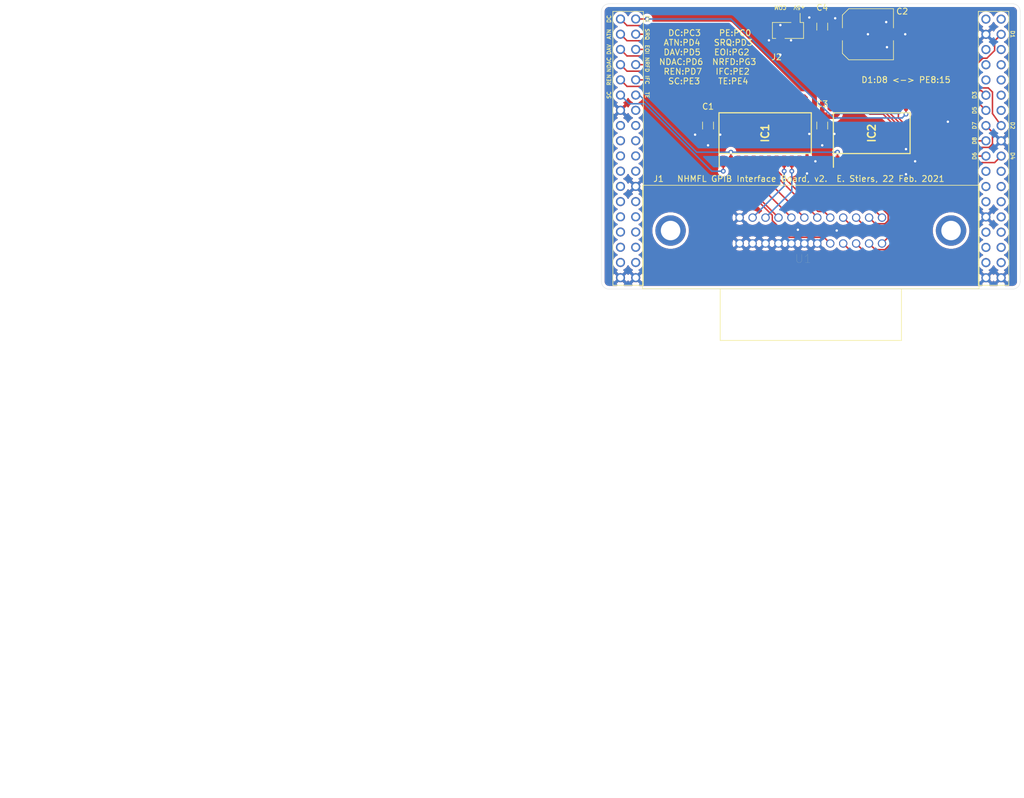
<source format=kicad_pcb>
(kicad_pcb (version 20171130) (host pcbnew "(5.1.6)-1")

  (general
    (thickness 1.6)
    (drawings 45)
    (tracks 212)
    (zones 0)
    (modules 9)
    (nets 85)
  )

  (page A4)
  (title_block
    (title "NHMFL GPIB Interface Board, v2")
    (date 2021-02-22)
    (rev 2)
    (company NHMFL)
    (comment 1 "E. Stiers")
  )

  (layers
    (0 F.Cu signal)
    (31 B.Cu signal)
    (32 B.Adhes user)
    (33 F.Adhes user)
    (34 B.Paste user)
    (35 F.Paste user)
    (36 B.SilkS user)
    (37 F.SilkS user)
    (38 B.Mask user)
    (39 F.Mask user)
    (40 Dwgs.User user)
    (41 Cmts.User user)
    (42 Eco1.User user)
    (43 Eco2.User user)
    (44 Edge.Cuts user)
    (45 Margin user)
    (46 B.CrtYd user)
    (47 F.CrtYd user)
    (48 B.Fab user)
    (49 F.Fab user)
  )

  (setup
    (last_trace_width 0.25)
    (user_trace_width 0.762)
    (trace_clearance 0.2)
    (zone_clearance 0.508)
    (zone_45_only no)
    (trace_min 0.2)
    (via_size 0.8)
    (via_drill 0.4)
    (via_min_size 0.4)
    (via_min_drill 0.3)
    (uvia_size 0.3)
    (uvia_drill 0.1)
    (uvias_allowed no)
    (uvia_min_size 0.2)
    (uvia_min_drill 0.1)
    (edge_width 0.05)
    (segment_width 0.2)
    (pcb_text_width 0.3)
    (pcb_text_size 1.5 1.5)
    (mod_edge_width 0.12)
    (mod_text_size 1 1)
    (mod_text_width 0.15)
    (pad_size 1.425 1.75)
    (pad_drill 0)
    (pad_to_mask_clearance 0.05)
    (aux_axis_origin 0 0)
    (visible_elements 7FFFFFFF)
    (pcbplotparams
      (layerselection 0x010fc_ffffffff)
      (usegerberextensions false)
      (usegerberattributes true)
      (usegerberadvancedattributes true)
      (creategerberjobfile true)
      (excludeedgelayer true)
      (linewidth 0.100000)
      (plotframeref false)
      (viasonmask false)
      (mode 1)
      (useauxorigin false)
      (hpglpennumber 1)
      (hpglpenspeed 20)
      (hpglpendiameter 15.000000)
      (psnegative false)
      (psa4output false)
      (plotreference true)
      (plotvalue true)
      (plotinvisibletext false)
      (padsonsilk false)
      (subtractmaskfromsilk false)
      (outputformat 1)
      (mirror false)
      (drillshape 1)
      (scaleselection 1)
      (outputdirectory ""))
  )

  (net 0 "")
  (net 1 "Net-(U1-PadCN12_70)")
  (net 2 "Net-(U1-PadCN12_69)")
  (net 3 "Net-(U1-PadCN12_68)")
  (net 4 "Net-(U1-PadCN12_67)")
  (net 5 "Net-(U1-PadCN12_66)")
  (net 6 "Net-(U1-PadCN12_65)")
  (net 7 "Net-(U1-PadCN12_64)")
  (net 8 "Net-(U1-PadCN12_62)")
  (net 9 "Net-(U1-PadCN12_61)")
  (net 10 "Net-(U1-PadCN12_60)")
  (net 11 "Net-(U1-PadCN12_59)")
  (net 12 "Net-(U1-PadCN12_58)")
  (net 13 "Net-(U1-PadCN12_57)")
  (net 14 "Net-(U1-PadCN12_50)")
  (net 15 "Net-(U1-PadCN12_48)")
  (net 16 "Net-(U1-PadCN12_46)")
  (net 17 "Net-(U1-PadCN12_45)")
  (net 18 "Net-(U1-PadCN12_44)")
  (net 19 "Net-(U1-PadCN12_43)")
  (net 20 "Net-(U1-PadCN12_42)")
  (net 21 "Net-(U1-PadCN12_41)")
  (net 22 "Net-(U1-PadCN12_38)")
  (net 23 "Net-(U1-PadCN12_37)")
  (net 24 "Net-(U1-PadCN11_70)")
  (net 25 "Net-(U1-PadCN11_69)")
  (net 26 "Net-(U1-PadCN11_68)")
  (net 27 "Net-(U1-PadCN11_66)")
  (net 28 "Net-(U1-PadCN11_65)")
  (net 29 "Net-(U1-PadCN11_64)")
  (net 30 "Net-(U1-PadCN11_63)")
  (net 31 "Net-(U1-PadCN11_62)")
  (net 32 "Net-(U1-PadCN11_61)")
  (net 33 "Net-(U1-PadCN11_59)")
  (net 34 "Net-(U1-PadCN11_58)")
  (net 35 "Net-(U1-PadCN11_57)")
  (net 36 "Net-(U1-PadCN11_56)")
  (net 37 "Net-(U1-PadCN11_55)")
  (net 38 "Net-(U1-PadCN11_54)")
  (net 39 "Net-(U1-PadCN11_53)")
  (net 40 "Net-(U1-PadCN11_52)")
  (net 41 "Net-(U1-PadCN11_51)")
  (net 42 "Net-(U1-PadCN11_50)")
  (net 43 "Net-(IC1-Pad23)")
  (net 44 /REN2)
  (net 45 /IFC2)
  (net 46 /NDAC2)
  (net 47 /NRFD2)
  (net 48 /DAV2)
  (net 49 /EOI2)
  (net 50 /ATN2)
  (net 51 /SRQ2)
  (net 52 "Net-(IC1-Pad14)")
  (net 53 /DC)
  (net 54 "Net-(IC1-Pad11)")
  (net 55 /TE)
  (net 56 /SC)
  (net 57 /D1)
  (net 58 /D2)
  (net 59 /D3)
  (net 60 /D4)
  (net 61 /D5)
  (net 62 /D6)
  (net 63 /D7)
  (net 64 /D8)
  (net 65 /PE)
  (net 66 /SRQ)
  (net 67 /ATN)
  (net 68 /EOI)
  (net 69 /DAV)
  (net 70 /NRFD)
  (net 71 /NDAC)
  (net 72 /IFC)
  (net 73 /REN)
  (net 74 /DIO8)
  (net 75 /DIO7)
  (net 76 /DIO6)
  (net 77 /DIO5)
  (net 78 /DIO4)
  (net 79 /DIO3)
  (net 80 /DIO2)
  (net 81 /DIO1)
  (net 82 GNDD)
  (net 83 +5V)
  (net 84 "Net-(U1-PadCN11_67)")

  (net_class Default "This is the default net class."
    (clearance 0.2)
    (trace_width 0.25)
    (via_dia 0.8)
    (via_drill 0.4)
    (uvia_dia 0.3)
    (uvia_drill 0.1)
    (add_net +5V)
    (add_net /ATN)
    (add_net /ATN2)
    (add_net /D1)
    (add_net /D2)
    (add_net /D3)
    (add_net /D4)
    (add_net /D5)
    (add_net /D6)
    (add_net /D7)
    (add_net /D8)
    (add_net /DAV)
    (add_net /DAV2)
    (add_net /DC)
    (add_net /DIO1)
    (add_net /DIO2)
    (add_net /DIO3)
    (add_net /DIO4)
    (add_net /DIO5)
    (add_net /DIO6)
    (add_net /DIO7)
    (add_net /DIO8)
    (add_net /EOI)
    (add_net /EOI2)
    (add_net /IFC)
    (add_net /IFC2)
    (add_net /NDAC)
    (add_net /NDAC2)
    (add_net /NRFD)
    (add_net /NRFD2)
    (add_net /PE)
    (add_net /REN)
    (add_net /REN2)
    (add_net /SC)
    (add_net /SRQ)
    (add_net /SRQ2)
    (add_net /TE)
    (add_net GNDD)
    (add_net "Net-(IC1-Pad11)")
    (add_net "Net-(IC1-Pad14)")
    (add_net "Net-(IC1-Pad23)")
    (add_net "Net-(U1-PadCN11_50)")
    (add_net "Net-(U1-PadCN11_51)")
    (add_net "Net-(U1-PadCN11_52)")
    (add_net "Net-(U1-PadCN11_53)")
    (add_net "Net-(U1-PadCN11_54)")
    (add_net "Net-(U1-PadCN11_55)")
    (add_net "Net-(U1-PadCN11_56)")
    (add_net "Net-(U1-PadCN11_57)")
    (add_net "Net-(U1-PadCN11_58)")
    (add_net "Net-(U1-PadCN11_59)")
    (add_net "Net-(U1-PadCN11_61)")
    (add_net "Net-(U1-PadCN11_62)")
    (add_net "Net-(U1-PadCN11_63)")
    (add_net "Net-(U1-PadCN11_64)")
    (add_net "Net-(U1-PadCN11_65)")
    (add_net "Net-(U1-PadCN11_66)")
    (add_net "Net-(U1-PadCN11_67)")
    (add_net "Net-(U1-PadCN11_68)")
    (add_net "Net-(U1-PadCN11_69)")
    (add_net "Net-(U1-PadCN11_70)")
    (add_net "Net-(U1-PadCN12_37)")
    (add_net "Net-(U1-PadCN12_38)")
    (add_net "Net-(U1-PadCN12_41)")
    (add_net "Net-(U1-PadCN12_42)")
    (add_net "Net-(U1-PadCN12_43)")
    (add_net "Net-(U1-PadCN12_44)")
    (add_net "Net-(U1-PadCN12_45)")
    (add_net "Net-(U1-PadCN12_46)")
    (add_net "Net-(U1-PadCN12_48)")
    (add_net "Net-(U1-PadCN12_50)")
    (add_net "Net-(U1-PadCN12_57)")
    (add_net "Net-(U1-PadCN12_58)")
    (add_net "Net-(U1-PadCN12_59)")
    (add_net "Net-(U1-PadCN12_60)")
    (add_net "Net-(U1-PadCN12_61)")
    (add_net "Net-(U1-PadCN12_62)")
    (add_net "Net-(U1-PadCN12_64)")
    (add_net "Net-(U1-PadCN12_65)")
    (add_net "Net-(U1-PadCN12_66)")
    (add_net "Net-(U1-PadCN12_67)")
    (add_net "Net-(U1-PadCN12_68)")
    (add_net "Net-(U1-PadCN12_69)")
    (add_net "Net-(U1-PadCN12_70)")
  )

  (module NUCLEO-F429ZI:MODULE_NUCLEO-F429ZI (layer F.Cu) (tedit 602F0BB3) (tstamp 602FA198)
    (at 151.13 108.585)
    (path /603C4BD0)
    (fp_text reference U1 (at -2.54 -3.175) (layer F.SilkS)
      (effects (font (size 1.4 1.4) (thickness 0.015)))
    )
    (fp_text value NUCLEO-F429ZI (at -1.27 -0.635) (layer F.Fab)
      (effects (font (size 1.4 1.4) (thickness 0.015)))
    )
    (pad CN12_72 thru_hole circle (at 30.48 0.015) (size 1.53 1.53) (drill 1.02) (layers *.Cu *.Mask)
      (net 82 GNDD))
    (pad CN12_71 thru_hole circle (at 27.94 0.015) (size 1.53 1.53) (drill 1.02) (layers *.Cu *.Mask)
      (net 82 GNDD))
    (pad CN12_70 thru_hole circle (at 30.48 -2.525) (size 1.53 1.53) (drill 1.02) (layers *.Cu *.Mask)
      (net 1 "Net-(U1-PadCN12_70)"))
    (pad CN12_69 thru_hole circle (at 27.94 -2.525) (size 1.53 1.53) (drill 1.02) (layers *.Cu *.Mask)
      (net 2 "Net-(U1-PadCN12_69)"))
    (pad CN12_68 thru_hole circle (at 30.48 -5.065) (size 1.53 1.53) (drill 1.02) (layers *.Cu *.Mask)
      (net 3 "Net-(U1-PadCN12_68)"))
    (pad CN12_67 thru_hole circle (at 27.94 -5.065) (size 1.53 1.53) (drill 1.02) (layers *.Cu *.Mask)
      (net 4 "Net-(U1-PadCN12_67)"))
    (pad CN12_66 thru_hole circle (at 30.48 -7.605) (size 1.53 1.53) (drill 1.02) (layers *.Cu *.Mask)
      (net 5 "Net-(U1-PadCN12_66)"))
    (pad CN12_65 thru_hole circle (at 27.94 -7.605) (size 1.53 1.53) (drill 1.02) (layers *.Cu *.Mask)
      (net 6 "Net-(U1-PadCN12_65)"))
    (pad CN12_64 thru_hole circle (at 30.48 -10.145) (size 1.53 1.53) (drill 1.02) (layers *.Cu *.Mask)
      (net 7 "Net-(U1-PadCN12_64)"))
    (pad CN12_63 thru_hole circle (at 27.94 -10.145) (size 1.53 1.53) (drill 1.02) (layers *.Cu *.Mask)
      (net 82 GNDD))
    (pad CN12_62 thru_hole circle (at 30.48 -12.685) (size 1.53 1.53) (drill 1.02) (layers *.Cu *.Mask)
      (net 8 "Net-(U1-PadCN12_62)"))
    (pad CN12_61 thru_hole circle (at 27.94 -12.685) (size 1.53 1.53) (drill 1.02) (layers *.Cu *.Mask)
      (net 9 "Net-(U1-PadCN12_61)"))
    (pad CN12_60 thru_hole circle (at 30.48 -15.225) (size 1.53 1.53) (drill 1.02) (layers *.Cu *.Mask)
      (net 10 "Net-(U1-PadCN12_60)"))
    (pad CN12_59 thru_hole circle (at 27.94 -15.225) (size 1.53 1.53) (drill 1.02) (layers *.Cu *.Mask)
      (net 11 "Net-(U1-PadCN12_59)"))
    (pad CN12_58 thru_hole circle (at 30.48 -17.765) (size 1.53 1.53) (drill 1.02) (layers *.Cu *.Mask)
      (net 12 "Net-(U1-PadCN12_58)"))
    (pad CN12_57 thru_hole circle (at 27.94 -17.765) (size 1.53 1.53) (drill 1.02) (layers *.Cu *.Mask)
      (net 13 "Net-(U1-PadCN12_57)"))
    (pad CN12_56 thru_hole circle (at 30.48 -20.305) (size 1.53 1.53) (drill 1.02) (layers *.Cu *.Mask)
      (net 60 /D4))
    (pad CN12_55 thru_hole circle (at 27.94 -20.305) (size 1.53 1.53) (drill 1.02) (layers *.Cu *.Mask)
      (net 62 /D6))
    (pad CN12_54 thru_hole circle (at 30.48 -22.845) (size 1.53 1.53) (drill 1.02) (layers *.Cu *.Mask)
      (net 82 GNDD))
    (pad CN12_53 thru_hole circle (at 27.94 -22.845) (size 1.53 1.53) (drill 1.02) (layers *.Cu *.Mask)
      (net 64 /D8))
    (pad CN12_52 thru_hole circle (at 30.48 -25.385) (size 1.53 1.53) (drill 1.02) (layers *.Cu *.Mask)
      (net 58 /D2))
    (pad CN12_51 thru_hole circle (at 27.94 -25.385) (size 1.53 1.53) (drill 1.02) (layers *.Cu *.Mask)
      (net 63 /D7))
    (pad CN12_50 thru_hole circle (at 30.48 -27.925) (size 1.53 1.53) (drill 1.02) (layers *.Cu *.Mask)
      (net 14 "Net-(U1-PadCN12_50)"))
    (pad CN12_49 thru_hole circle (at 27.94 -27.925) (size 1.53 1.53) (drill 1.02) (layers *.Cu *.Mask)
      (net 61 /D5))
    (pad CN12_48 thru_hole circle (at 30.48 -30.465) (size 1.53 1.53) (drill 1.02) (layers *.Cu *.Mask)
      (net 15 "Net-(U1-PadCN12_48)"))
    (pad CN12_47 thru_hole circle (at 27.94 -30.465) (size 1.53 1.53) (drill 1.02) (layers *.Cu *.Mask)
      (net 59 /D3))
    (pad CN12_46 thru_hole circle (at 30.48 -33.005) (size 1.53 1.53) (drill 1.02) (layers *.Cu *.Mask)
      (net 16 "Net-(U1-PadCN12_46)"))
    (pad CN12_45 thru_hole circle (at 27.94 -33.005) (size 1.53 1.53) (drill 1.02) (layers *.Cu *.Mask)
      (net 17 "Net-(U1-PadCN12_45)"))
    (pad CN12_44 thru_hole circle (at 30.48 -35.545) (size 1.53 1.53) (drill 1.02) (layers *.Cu *.Mask)
      (net 18 "Net-(U1-PadCN12_44)"))
    (pad CN12_43 thru_hole circle (at 27.94 -35.545) (size 1.53 1.53) (drill 1.02) (layers *.Cu *.Mask)
      (net 19 "Net-(U1-PadCN12_43)"))
    (pad CN12_42 thru_hole circle (at 30.48 -38.085) (size 1.53 1.53) (drill 1.02) (layers *.Cu *.Mask)
      (net 20 "Net-(U1-PadCN12_42)"))
    (pad CN12_41 thru_hole circle (at 27.94 -38.085) (size 1.53 1.53) (drill 1.02) (layers *.Cu *.Mask)
      (net 21 "Net-(U1-PadCN12_41)"))
    (pad CN12_40 thru_hole circle (at 30.48 -40.625) (size 1.53 1.53) (drill 1.02) (layers *.Cu *.Mask)
      (net 57 /D1))
    (pad CN12_39 thru_hole circle (at 27.94 -40.625) (size 1.53 1.53) (drill 1.02) (layers *.Cu *.Mask)
      (net 82 GNDD))
    (pad CN12_38 thru_hole circle (at 30.48 -43.165) (size 1.53 1.53) (drill 1.02) (layers *.Cu *.Mask)
      (net 22 "Net-(U1-PadCN12_38)"))
    (pad CN12_37 thru_hole circle (at 27.94 -43.165) (size 1.53 1.53) (drill 1.02) (layers *.Cu *.Mask)
      (net 23 "Net-(U1-PadCN12_37)"))
    (pad CN11_72 thru_hole circle (at -30.48 -0.005) (size 1.53 1.53) (drill 1.02) (layers *.Cu *.Mask)
      (net 82 GNDD))
    (pad CN11_71 thru_hole circle (at -33.02 -0.005) (size 1.53 1.53) (drill 1.02) (layers *.Cu *.Mask)
      (net 82 GNDD))
    (pad CN11_70 thru_hole circle (at -30.48 -2.545) (size 1.53 1.53) (drill 1.02) (layers *.Cu *.Mask)
      (net 24 "Net-(U1-PadCN11_70)"))
    (pad CN11_69 thru_hole circle (at -33.02 -2.545) (size 1.53 1.53) (drill 1.02) (layers *.Cu *.Mask)
      (net 25 "Net-(U1-PadCN11_69)"))
    (pad CN11_68 thru_hole circle (at -30.48 -5.085) (size 1.53 1.53) (drill 1.02) (layers *.Cu *.Mask)
      (net 26 "Net-(U1-PadCN11_68)"))
    (pad CN11_67 thru_hole circle (at -33.02 -5.085) (size 1.53 1.53) (drill 1.02) (layers *.Cu *.Mask)
      (net 84 "Net-(U1-PadCN11_67)"))
    (pad CN11_66 thru_hole circle (at -30.48 -7.625) (size 1.53 1.53) (drill 1.02) (layers *.Cu *.Mask)
      (net 27 "Net-(U1-PadCN11_66)"))
    (pad CN11_65 thru_hole circle (at -33.02 -7.625) (size 1.53 1.53) (drill 1.02) (layers *.Cu *.Mask)
      (net 28 "Net-(U1-PadCN11_65)"))
    (pad CN11_64 thru_hole circle (at -30.48 -10.165) (size 1.53 1.53) (drill 1.02) (layers *.Cu *.Mask)
      (net 29 "Net-(U1-PadCN11_64)"))
    (pad CN11_63 thru_hole circle (at -33.02 -10.165) (size 1.53 1.53) (drill 1.02) (layers *.Cu *.Mask)
      (net 30 "Net-(U1-PadCN11_63)"))
    (pad CN11_62 thru_hole circle (at -30.48 -12.705) (size 1.53 1.53) (drill 1.02) (layers *.Cu *.Mask)
      (net 31 "Net-(U1-PadCN11_62)"))
    (pad CN11_61 thru_hole circle (at -33.02 -12.705) (size 1.53 1.53) (drill 1.02) (layers *.Cu *.Mask)
      (net 32 "Net-(U1-PadCN11_61)"))
    (pad CN11_60 thru_hole circle (at -30.48 -15.245) (size 1.53 1.53) (drill 1.02) (layers *.Cu *.Mask)
      (net 82 GNDD))
    (pad CN11_59 thru_hole circle (at -33.02 -15.245) (size 1.53 1.53) (drill 1.02) (layers *.Cu *.Mask)
      (net 33 "Net-(U1-PadCN11_59)"))
    (pad CN11_58 thru_hole circle (at -30.48 -17.785) (size 1.53 1.53) (drill 1.02) (layers *.Cu *.Mask)
      (net 34 "Net-(U1-PadCN11_58)"))
    (pad CN11_57 thru_hole circle (at -33.02 -17.785) (size 1.53 1.53) (drill 1.02) (layers *.Cu *.Mask)
      (net 35 "Net-(U1-PadCN11_57)"))
    (pad CN11_56 thru_hole circle (at -30.48 -20.325) (size 1.53 1.53) (drill 1.02) (layers *.Cu *.Mask)
      (net 36 "Net-(U1-PadCN11_56)"))
    (pad CN11_55 thru_hole circle (at -33.02 -20.325) (size 1.53 1.53) (drill 1.02) (layers *.Cu *.Mask)
      (net 37 "Net-(U1-PadCN11_55)"))
    (pad CN11_54 thru_hole circle (at -30.48 -22.865) (size 1.53 1.53) (drill 1.02) (layers *.Cu *.Mask)
      (net 38 "Net-(U1-PadCN11_54)"))
    (pad CN11_53 thru_hole circle (at -33.02 -22.865) (size 1.53 1.53) (drill 1.02) (layers *.Cu *.Mask)
      (net 39 "Net-(U1-PadCN11_53)"))
    (pad CN11_52 thru_hole circle (at -30.48 -25.405) (size 1.53 1.53) (drill 1.02) (layers *.Cu *.Mask)
      (net 40 "Net-(U1-PadCN11_52)"))
    (pad CN11_51 thru_hole circle (at -33.02 -25.405) (size 1.53 1.53) (drill 1.02) (layers *.Cu *.Mask)
      (net 41 "Net-(U1-PadCN11_51)"))
    (pad CN11_50 thru_hole circle (at -30.48 -27.945) (size 1.53 1.53) (drill 1.02) (layers *.Cu *.Mask)
      (net 42 "Net-(U1-PadCN11_50)"))
    (pad CN11_49 thru_hole circle (at -33.02 -27.945) (size 1.53 1.53) (drill 1.02) (layers *.Cu *.Mask)
      (net 82 GNDD))
    (pad CN11_48 thru_hole circle (at -30.48 -30.485) (size 1.53 1.53) (drill 1.02) (layers *.Cu *.Mask)
      (net 55 /TE))
    (pad CN11_47 thru_hole circle (at -33.02 -30.485) (size 1.53 1.53) (drill 1.02) (layers *.Cu *.Mask)
      (net 56 /SC))
    (pad CN11_46 thru_hole circle (at -30.48 -33.025) (size 1.53 1.53) (drill 1.02) (layers *.Cu *.Mask)
      (net 45 /IFC2))
    (pad CN11_45 thru_hole circle (at -33.02 -33.025) (size 1.53 1.53) (drill 1.02) (layers *.Cu *.Mask)
      (net 44 /REN2))
    (pad CN11_44 thru_hole circle (at -30.48 -35.565) (size 1.53 1.53) (drill 1.02) (layers *.Cu *.Mask)
      (net 47 /NRFD2))
    (pad CN11_43 thru_hole circle (at -33.02 -35.565) (size 1.53 1.53) (drill 1.02) (layers *.Cu *.Mask)
      (net 46 /NDAC2))
    (pad CN11_42 thru_hole circle (at -30.48 -38.105) (size 1.53 1.53) (drill 1.02) (layers *.Cu *.Mask)
      (net 49 /EOI2))
    (pad CN11_41 thru_hole circle (at -33.02 -38.105) (size 1.53 1.53) (drill 1.02) (layers *.Cu *.Mask)
      (net 48 /DAV2))
    (pad CN11_40 thru_hole circle (at -30.48 -40.645) (size 1.53 1.53) (drill 1.02) (layers *.Cu *.Mask)
      (net 51 /SRQ2))
    (pad CN11_39 thru_hole circle (at -33.02 -40.645) (size 1.53 1.53) (drill 1.02) (layers *.Cu *.Mask)
      (net 50 /ATN2))
    (pad CN11_38 thru_hole circle (at -30.48 -43.185) (size 1.53 1.53) (drill 1.02) (layers *.Cu *.Mask)
      (net 65 /PE))
    (pad CN11_37 thru_hole circle (at -33.02 -43.185) (size 1.53 1.53) (drill 1.02) (layers *.Cu *.Mask)
      (net 53 /DC))
  )

  (module SamacSys_Parts:SOIC127P1030X265-20N (layer F.Cu) (tedit 0) (tstamp 6030408B)
    (at 160.02 84.455 90)
    (descr "DW SOIC")
    (tags "Integrated Circuit")
    (path /602F0388)
    (attr smd)
    (fp_text reference IC2 (at 0 0 90) (layer F.SilkS)
      (effects (font (size 1.27 1.27) (thickness 0.254)))
    )
    (fp_text value SN75160BDWR (at 0 0 90) (layer F.SilkS) hide
      (effects (font (size 1.27 1.27) (thickness 0.254)))
    )
    (fp_text user %R (at 0 0 90) (layer F.Fab)
      (effects (font (size 1.27 1.27) (thickness 0.254)))
    )
    (fp_line (start -5.95 -6.75) (end 5.95 -6.75) (layer F.CrtYd) (width 0.05))
    (fp_line (start 5.95 -6.75) (end 5.95 6.75) (layer F.CrtYd) (width 0.05))
    (fp_line (start 5.95 6.75) (end -5.95 6.75) (layer F.CrtYd) (width 0.05))
    (fp_line (start -5.95 6.75) (end -5.95 -6.75) (layer F.CrtYd) (width 0.05))
    (fp_line (start -3.75 -6.4) (end 3.75 -6.4) (layer F.Fab) (width 0.1))
    (fp_line (start 3.75 -6.4) (end 3.75 6.4) (layer F.Fab) (width 0.1))
    (fp_line (start 3.75 6.4) (end -3.75 6.4) (layer F.Fab) (width 0.1))
    (fp_line (start -3.75 6.4) (end -3.75 -6.4) (layer F.Fab) (width 0.1))
    (fp_line (start -3.75 -5.13) (end -2.48 -6.4) (layer F.Fab) (width 0.1))
    (fp_line (start -3.4 -6.4) (end 3.4 -6.4) (layer F.SilkS) (width 0.2))
    (fp_line (start 3.4 -6.4) (end 3.4 6.4) (layer F.SilkS) (width 0.2))
    (fp_line (start 3.4 6.4) (end -3.4 6.4) (layer F.SilkS) (width 0.2))
    (fp_line (start -3.4 6.4) (end -3.4 -6.4) (layer F.SilkS) (width 0.2))
    (fp_line (start -5.7 -6.39) (end -3.75 -6.39) (layer F.SilkS) (width 0.2))
    (pad 20 smd rect (at 4.725 -5.715 180) (size 0.65 1.95) (layers F.Cu F.Paste F.Mask)
      (net 83 +5V))
    (pad 19 smd rect (at 4.725 -4.445 180) (size 0.65 1.95) (layers F.Cu F.Paste F.Mask)
      (net 57 /D1))
    (pad 18 smd rect (at 4.725 -3.175 180) (size 0.65 1.95) (layers F.Cu F.Paste F.Mask)
      (net 58 /D2))
    (pad 17 smd rect (at 4.725 -1.905 180) (size 0.65 1.95) (layers F.Cu F.Paste F.Mask)
      (net 59 /D3))
    (pad 16 smd rect (at 4.725 -0.635 180) (size 0.65 1.95) (layers F.Cu F.Paste F.Mask)
      (net 60 /D4))
    (pad 15 smd rect (at 4.725 0.635 180) (size 0.65 1.95) (layers F.Cu F.Paste F.Mask)
      (net 61 /D5))
    (pad 14 smd rect (at 4.725 1.905 180) (size 0.65 1.95) (layers F.Cu F.Paste F.Mask)
      (net 62 /D6))
    (pad 13 smd rect (at 4.725 3.175 180) (size 0.65 1.95) (layers F.Cu F.Paste F.Mask)
      (net 63 /D7))
    (pad 12 smd rect (at 4.725 4.445 180) (size 0.65 1.95) (layers F.Cu F.Paste F.Mask)
      (net 64 /D8))
    (pad 11 smd rect (at 4.725 5.715 180) (size 0.65 1.95) (layers F.Cu F.Paste F.Mask)
      (net 65 /PE))
    (pad 10 smd rect (at -4.725 5.715 180) (size 0.65 1.95) (layers F.Cu F.Paste F.Mask)
      (net 82 GNDD))
    (pad 9 smd rect (at -4.725 4.445 180) (size 0.65 1.95) (layers F.Cu F.Paste F.Mask)
      (net 74 /DIO8))
    (pad 8 smd rect (at -4.725 3.175 180) (size 0.65 1.95) (layers F.Cu F.Paste F.Mask)
      (net 75 /DIO7))
    (pad 7 smd rect (at -4.725 1.905 180) (size 0.65 1.95) (layers F.Cu F.Paste F.Mask)
      (net 76 /DIO6))
    (pad 6 smd rect (at -4.725 0.635 180) (size 0.65 1.95) (layers F.Cu F.Paste F.Mask)
      (net 77 /DIO5))
    (pad 5 smd rect (at -4.725 -0.635 180) (size 0.65 1.95) (layers F.Cu F.Paste F.Mask)
      (net 78 /DIO4))
    (pad 4 smd rect (at -4.725 -1.905 180) (size 0.65 1.95) (layers F.Cu F.Paste F.Mask)
      (net 79 /DIO3))
    (pad 3 smd rect (at -4.725 -3.175 180) (size 0.65 1.95) (layers F.Cu F.Paste F.Mask)
      (net 80 /DIO2))
    (pad 2 smd rect (at -4.725 -4.445 180) (size 0.65 1.95) (layers F.Cu F.Paste F.Mask)
      (net 81 /DIO1))
    (pad 1 smd rect (at -4.725 -5.715 180) (size 0.65 1.95) (layers F.Cu F.Paste F.Mask)
      (net 55 /TE))
    (model "C:\\Users\\stiers\\Google Drive\\Work Projects\\_KiCad Libraries\\Library Loader\\SamacSys_Parts.3dshapes\\SN75160BDWR.stp"
      (at (xyz 0 0 0))
      (scale (xyz 1 1 1))
      (rotate (xyz 0 0 0))
    )
  )

  (module SamacSys_Parts:SOIC127P1030X265-24N (layer F.Cu) (tedit 0) (tstamp 6030CE8D)
    (at 142.24 84.455 90)
    (descr "DW (R-PDSO-G24)")
    (tags "Integrated Circuit")
    (path /602F0FD0)
    (attr smd)
    (fp_text reference IC1 (at 0 0 90) (layer F.SilkS)
      (effects (font (size 1.27 1.27) (thickness 0.254)))
    )
    (fp_text value SN75162BDWR (at 0 0 90) (layer F.SilkS) hide
      (effects (font (size 1.27 1.27) (thickness 0.254)))
    )
    (fp_text user %R (at 0 0 90) (layer F.Fab)
      (effects (font (size 1.27 1.27) (thickness 0.254)))
    )
    (fp_line (start -5.95 -8.05) (end 5.95 -8.05) (layer F.CrtYd) (width 0.05))
    (fp_line (start 5.95 -8.05) (end 5.95 8.05) (layer F.CrtYd) (width 0.05))
    (fp_line (start 5.95 8.05) (end -5.95 8.05) (layer F.CrtYd) (width 0.05))
    (fp_line (start -5.95 8.05) (end -5.95 -8.05) (layer F.CrtYd) (width 0.05))
    (fp_line (start -3.75 -7.7) (end 3.75 -7.7) (layer F.Fab) (width 0.1))
    (fp_line (start 3.75 -7.7) (end 3.75 7.7) (layer F.Fab) (width 0.1))
    (fp_line (start 3.75 7.7) (end -3.75 7.7) (layer F.Fab) (width 0.1))
    (fp_line (start -3.75 7.7) (end -3.75 -7.7) (layer F.Fab) (width 0.1))
    (fp_line (start -3.75 -6.43) (end -2.48 -7.7) (layer F.Fab) (width 0.1))
    (fp_line (start -3.4 -7.7) (end 3.4 -7.7) (layer F.SilkS) (width 0.2))
    (fp_line (start 3.4 -7.7) (end 3.4 7.7) (layer F.SilkS) (width 0.2))
    (fp_line (start 3.4 7.7) (end -3.4 7.7) (layer F.SilkS) (width 0.2))
    (fp_line (start -3.4 7.7) (end -3.4 -7.7) (layer F.SilkS) (width 0.2))
    (fp_line (start -5.7 -7.66) (end -3.75 -7.66) (layer F.SilkS) (width 0.2))
    (pad 24 smd rect (at 4.725 -6.985 180) (size 0.65 1.95) (layers F.Cu F.Paste F.Mask)
      (net 83 +5V))
    (pad 23 smd rect (at 4.725 -5.715 180) (size 0.65 1.95) (layers F.Cu F.Paste F.Mask)
      (net 43 "Net-(IC1-Pad23)"))
    (pad 22 smd rect (at 4.725 -4.445 180) (size 0.65 1.95) (layers F.Cu F.Paste F.Mask)
      (net 44 /REN2))
    (pad 21 smd rect (at 4.725 -3.175 180) (size 0.65 1.95) (layers F.Cu F.Paste F.Mask)
      (net 45 /IFC2))
    (pad 20 smd rect (at 4.725 -1.905 180) (size 0.65 1.95) (layers F.Cu F.Paste F.Mask)
      (net 46 /NDAC2))
    (pad 19 smd rect (at 4.725 -0.635 180) (size 0.65 1.95) (layers F.Cu F.Paste F.Mask)
      (net 47 /NRFD2))
    (pad 18 smd rect (at 4.725 0.635 180) (size 0.65 1.95) (layers F.Cu F.Paste F.Mask)
      (net 48 /DAV2))
    (pad 17 smd rect (at 4.725 1.905 180) (size 0.65 1.95) (layers F.Cu F.Paste F.Mask)
      (net 49 /EOI2))
    (pad 16 smd rect (at 4.725 3.175 180) (size 0.65 1.95) (layers F.Cu F.Paste F.Mask)
      (net 50 /ATN2))
    (pad 15 smd rect (at 4.725 4.445 180) (size 0.65 1.95) (layers F.Cu F.Paste F.Mask)
      (net 51 /SRQ2))
    (pad 14 smd rect (at 4.725 5.715 180) (size 0.65 1.95) (layers F.Cu F.Paste F.Mask)
      (net 52 "Net-(IC1-Pad14)"))
    (pad 13 smd rect (at 4.725 6.985 180) (size 0.65 1.95) (layers F.Cu F.Paste F.Mask)
      (net 53 /DC))
    (pad 12 smd rect (at -4.725 6.985 180) (size 0.65 1.95) (layers F.Cu F.Paste F.Mask)
      (net 82 GNDD))
    (pad 11 smd rect (at -4.725 5.715 180) (size 0.65 1.95) (layers F.Cu F.Paste F.Mask)
      (net 54 "Net-(IC1-Pad11)"))
    (pad 10 smd rect (at -4.725 4.445 180) (size 0.65 1.95) (layers F.Cu F.Paste F.Mask)
      (net 66 /SRQ))
    (pad 9 smd rect (at -4.725 3.175 180) (size 0.65 1.95) (layers F.Cu F.Paste F.Mask)
      (net 67 /ATN))
    (pad 8 smd rect (at -4.725 1.905 180) (size 0.65 1.95) (layers F.Cu F.Paste F.Mask)
      (net 68 /EOI))
    (pad 7 smd rect (at -4.725 0.635 180) (size 0.65 1.95) (layers F.Cu F.Paste F.Mask)
      (net 69 /DAV))
    (pad 6 smd rect (at -4.725 -0.635 180) (size 0.65 1.95) (layers F.Cu F.Paste F.Mask)
      (net 70 /NRFD))
    (pad 5 smd rect (at -4.725 -1.905 180) (size 0.65 1.95) (layers F.Cu F.Paste F.Mask)
      (net 71 /NDAC))
    (pad 4 smd rect (at -4.725 -3.175 180) (size 0.65 1.95) (layers F.Cu F.Paste F.Mask)
      (net 72 /IFC))
    (pad 3 smd rect (at -4.725 -4.445 180) (size 0.65 1.95) (layers F.Cu F.Paste F.Mask)
      (net 73 /REN))
    (pad 2 smd rect (at -4.725 -5.715 180) (size 0.65 1.95) (layers F.Cu F.Paste F.Mask)
      (net 55 /TE))
    (pad 1 smd rect (at -4.725 -6.985 180) (size 0.65 1.95) (layers F.Cu F.Paste F.Mask)
      (net 56 /SC))
    (model "C:\\Users\\stiers\\Google Drive\\Work Projects\\_KiCad Libraries\\Library Loader\\SamacSys_Parts.3dshapes\\SN75162BDWR.stp"
      (at (xyz 0 0 0))
      (scale (xyz 1 1 1))
      (rotate (xyz 0 0 0))
    )
  )

  (module Connector_PinHeader_2.54mm:PinHeader_1x02_P2.54mm_Vertical_SMD_Pin1Left (layer F.Cu) (tedit 59FED5CC) (tstamp 603020E5)
    (at 146.05 67.31 270)
    (descr "surface-mounted straight pin header, 1x02, 2.54mm pitch, single row, style 1 (pin 1 left)")
    (tags "Surface mounted pin header SMD 1x02 2.54mm single row style1 pin1 left")
    (path /60327467)
    (attr smd)
    (fp_text reference J2 (at 4.445 1.905 180) (layer F.SilkS)
      (effects (font (size 1 1) (thickness 0.15)))
    )
    (fp_text value +5V (at 0 3.6 90) (layer F.Fab)
      (effects (font (size 1 1) (thickness 0.15)))
    )
    (fp_line (start 3.45 -3.05) (end -3.45 -3.05) (layer F.CrtYd) (width 0.05))
    (fp_line (start 3.45 3.05) (end 3.45 -3.05) (layer F.CrtYd) (width 0.05))
    (fp_line (start -3.45 3.05) (end 3.45 3.05) (layer F.CrtYd) (width 0.05))
    (fp_line (start -3.45 -3.05) (end -3.45 3.05) (layer F.CrtYd) (width 0.05))
    (fp_line (start -1.33 -0.51) (end -1.33 2.6) (layer F.SilkS) (width 0.12))
    (fp_line (start 1.33 2.03) (end 1.33 2.6) (layer F.SilkS) (width 0.12))
    (fp_line (start -1.33 -2.6) (end -1.33 -2.03) (layer F.SilkS) (width 0.12))
    (fp_line (start -1.33 -2.03) (end -2.85 -2.03) (layer F.SilkS) (width 0.12))
    (fp_line (start 1.33 -2.6) (end 1.33 0.51) (layer F.SilkS) (width 0.12))
    (fp_line (start -1.33 2.6) (end 1.33 2.6) (layer F.SilkS) (width 0.12))
    (fp_line (start -1.33 -2.6) (end 1.33 -2.6) (layer F.SilkS) (width 0.12))
    (fp_line (start 2.54 1.59) (end 1.27 1.59) (layer F.Fab) (width 0.1))
    (fp_line (start 2.54 0.95) (end 2.54 1.59) (layer F.Fab) (width 0.1))
    (fp_line (start 1.27 0.95) (end 2.54 0.95) (layer F.Fab) (width 0.1))
    (fp_line (start -2.54 -0.95) (end -1.27 -0.95) (layer F.Fab) (width 0.1))
    (fp_line (start -2.54 -1.59) (end -2.54 -0.95) (layer F.Fab) (width 0.1))
    (fp_line (start -1.27 -1.59) (end -2.54 -1.59) (layer F.Fab) (width 0.1))
    (fp_line (start 1.27 -2.54) (end 1.27 2.54) (layer F.Fab) (width 0.1))
    (fp_line (start -1.27 -1.59) (end -0.32 -2.54) (layer F.Fab) (width 0.1))
    (fp_line (start -1.27 2.54) (end -1.27 -1.59) (layer F.Fab) (width 0.1))
    (fp_line (start -0.32 -2.54) (end 1.27 -2.54) (layer F.Fab) (width 0.1))
    (fp_line (start 1.27 2.54) (end -1.27 2.54) (layer F.Fab) (width 0.1))
    (fp_text user %R (at -2.54 0.635) (layer F.Fab)
      (effects (font (size 1 1) (thickness 0.15)))
    )
    (pad 2 smd rect (at 1.655 1.27 270) (size 2.51 1) (layers F.Cu F.Paste F.Mask)
      (net 82 GNDD))
    (pad 1 smd rect (at -1.655 -1.27 270) (size 2.51 1) (layers F.Cu F.Paste F.Mask)
      (net 83 +5V))
    (model ${KISYS3DMOD}/Connector_PinHeader_2.54mm.3dshapes/PinHeader_1x02_P2.54mm_Vertical_SMD_Pin1Left.wrl
      (at (xyz 0 0 0))
      (scale (xyz 1 1 1))
      (rotate (xyz 0 0 0))
    )
  )

  (module Capacitor_SMD:C_1206_3216Metric_Pad1.42x1.75mm_HandSolder (layer F.Cu) (tedit 5B301BBE) (tstamp 6030C40B)
    (at 151.765 66.675 90)
    (descr "Capacitor SMD 1206 (3216 Metric), square (rectangular) end terminal, IPC_7351 nominal with elongated pad for handsoldering. (Body size source: http://www.tortai-tech.com/upload/download/2011102023233369053.pdf), generated with kicad-footprint-generator")
    (tags "capacitor handsolder")
    (path /60321A58)
    (attr smd)
    (fp_text reference C4 (at 3.175 0 180) (layer F.SilkS)
      (effects (font (size 1 1) (thickness 0.15)))
    )
    (fp_text value 0.1u (at 0 1.82 90) (layer F.Fab)
      (effects (font (size 1 1) (thickness 0.15)))
    )
    (fp_line (start 2.45 1.12) (end -2.45 1.12) (layer F.CrtYd) (width 0.05))
    (fp_line (start 2.45 -1.12) (end 2.45 1.12) (layer F.CrtYd) (width 0.05))
    (fp_line (start -2.45 -1.12) (end 2.45 -1.12) (layer F.CrtYd) (width 0.05))
    (fp_line (start -2.45 1.12) (end -2.45 -1.12) (layer F.CrtYd) (width 0.05))
    (fp_line (start -0.602064 0.91) (end 0.602064 0.91) (layer F.SilkS) (width 0.12))
    (fp_line (start -0.602064 -0.91) (end 0.602064 -0.91) (layer F.SilkS) (width 0.12))
    (fp_line (start 1.6 0.8) (end -1.6 0.8) (layer F.Fab) (width 0.1))
    (fp_line (start 1.6 -0.8) (end 1.6 0.8) (layer F.Fab) (width 0.1))
    (fp_line (start -1.6 -0.8) (end 1.6 -0.8) (layer F.Fab) (width 0.1))
    (fp_line (start -1.6 0.8) (end -1.6 -0.8) (layer F.Fab) (width 0.1))
    (fp_text user %R (at 0 0.68 90) (layer F.Fab)
      (effects (font (size 0.8 0.8) (thickness 0.12)))
    )
    (pad 2 smd roundrect (at 1.4875 0 90) (size 1.425 1.75) (layers F.Cu F.Paste F.Mask) (roundrect_rratio 0.175439)
      (net 82 GNDD))
    (pad 1 smd roundrect (at -1.4875 0 90) (size 1.425 1.75) (layers F.Cu F.Paste F.Mask) (roundrect_rratio 0.175439)
      (net 83 +5V))
    (model ${KISYS3DMOD}/Capacitor_SMD.3dshapes/C_1206_3216Metric.wrl
      (at (xyz 0 0 0))
      (scale (xyz 1 1 1))
      (rotate (xyz 0 0 0))
    )
  )

  (module Capacitor_SMD:C_1206_3216Metric_Pad1.42x1.75mm_HandSolder (layer F.Cu) (tedit 5B301BBE) (tstamp 60302015)
    (at 151.765 83.185 270)
    (descr "Capacitor SMD 1206 (3216 Metric), square (rectangular) end terminal, IPC_7351 nominal with elongated pad for handsoldering. (Body size source: http://www.tortai-tech.com/upload/download/2011102023233369053.pdf), generated with kicad-footprint-generator")
    (tags "capacitor handsolder")
    (path /6031260D)
    (attr smd)
    (fp_text reference C3 (at -3.5925 0 180) (layer F.SilkS)
      (effects (font (size 1 1) (thickness 0.15)))
    )
    (fp_text value 0.1u (at 0 1.82 90) (layer F.Fab)
      (effects (font (size 1 1) (thickness 0.15)))
    )
    (fp_line (start 2.45 1.12) (end -2.45 1.12) (layer F.CrtYd) (width 0.05))
    (fp_line (start 2.45 -1.12) (end 2.45 1.12) (layer F.CrtYd) (width 0.05))
    (fp_line (start -2.45 -1.12) (end 2.45 -1.12) (layer F.CrtYd) (width 0.05))
    (fp_line (start -2.45 1.12) (end -2.45 -1.12) (layer F.CrtYd) (width 0.05))
    (fp_line (start -0.602064 0.91) (end 0.602064 0.91) (layer F.SilkS) (width 0.12))
    (fp_line (start -0.602064 -0.91) (end 0.602064 -0.91) (layer F.SilkS) (width 0.12))
    (fp_line (start 1.6 0.8) (end -1.6 0.8) (layer F.Fab) (width 0.1))
    (fp_line (start 1.6 -0.8) (end 1.6 0.8) (layer F.Fab) (width 0.1))
    (fp_line (start -1.6 -0.8) (end 1.6 -0.8) (layer F.Fab) (width 0.1))
    (fp_line (start -1.6 0.8) (end -1.6 -0.8) (layer F.Fab) (width 0.1))
    (fp_text user %R (at 0.2175 -0.635 90) (layer F.Fab)
      (effects (font (size 0.8 0.8) (thickness 0.12)))
    )
    (pad 2 smd roundrect (at 1.4875 0 270) (size 1.425 1.75) (layers F.Cu F.Paste F.Mask) (roundrect_rratio 0.175439)
      (net 82 GNDD))
    (pad 1 smd roundrect (at -1.4875 0 270) (size 1.425 1.75) (layers F.Cu F.Paste F.Mask) (roundrect_rratio 0.175439)
      (net 83 +5V))
    (model ${KISYS3DMOD}/Capacitor_SMD.3dshapes/C_1206_3216Metric.wrl
      (at (xyz 0 0 0))
      (scale (xyz 1 1 1))
      (rotate (xyz 0 0 0))
    )
  )

  (module Capacitor_SMD:C_Elec_8x6.2 (layer F.Cu) (tedit 5BC8D926) (tstamp 60302004)
    (at 159.385 67.945)
    (descr "SMD capacitor, aluminum electrolytic nonpolar, 8.0x6.2mm")
    (tags "capacitor electrolyic nonpolar")
    (path /60325DB0)
    (attr smd)
    (fp_text reference C2 (at 5.715 -3.81) (layer F.SilkS)
      (effects (font (size 1 1) (thickness 0.15)))
    )
    (fp_text value 100u (at 0 5.2) (layer F.Fab)
      (effects (font (size 1 1) (thickness 0.15)))
    )
    (fp_line (start -5.3 1.05) (end -4.4 1.05) (layer F.CrtYd) (width 0.05))
    (fp_line (start -5.3 -1.05) (end -5.3 1.05) (layer F.CrtYd) (width 0.05))
    (fp_line (start -4.4 -1.05) (end -5.3 -1.05) (layer F.CrtYd) (width 0.05))
    (fp_line (start -4.4 1.05) (end -4.4 3.25) (layer F.CrtYd) (width 0.05))
    (fp_line (start -4.4 -3.25) (end -4.4 -1.05) (layer F.CrtYd) (width 0.05))
    (fp_line (start -4.4 -3.25) (end -3.25 -4.4) (layer F.CrtYd) (width 0.05))
    (fp_line (start -4.4 3.25) (end -3.25 4.4) (layer F.CrtYd) (width 0.05))
    (fp_line (start -3.25 -4.4) (end 4.4 -4.4) (layer F.CrtYd) (width 0.05))
    (fp_line (start -3.25 4.4) (end 4.4 4.4) (layer F.CrtYd) (width 0.05))
    (fp_line (start 4.4 1.05) (end 4.4 4.4) (layer F.CrtYd) (width 0.05))
    (fp_line (start 5.3 1.05) (end 4.4 1.05) (layer F.CrtYd) (width 0.05))
    (fp_line (start 5.3 -1.05) (end 5.3 1.05) (layer F.CrtYd) (width 0.05))
    (fp_line (start 4.4 -1.05) (end 5.3 -1.05) (layer F.CrtYd) (width 0.05))
    (fp_line (start 4.4 -4.4) (end 4.4 -1.05) (layer F.CrtYd) (width 0.05))
    (fp_line (start -4.26 3.195563) (end -3.195563 4.26) (layer F.SilkS) (width 0.12))
    (fp_line (start -4.26 -3.195563) (end -3.195563 -4.26) (layer F.SilkS) (width 0.12))
    (fp_line (start -4.26 -3.195563) (end -4.26 -1.06) (layer F.SilkS) (width 0.12))
    (fp_line (start -4.26 3.195563) (end -4.26 1.06) (layer F.SilkS) (width 0.12))
    (fp_line (start -3.195563 4.26) (end 4.26 4.26) (layer F.SilkS) (width 0.12))
    (fp_line (start -3.195563 -4.26) (end 4.26 -4.26) (layer F.SilkS) (width 0.12))
    (fp_line (start 4.26 -4.26) (end 4.26 -1.06) (layer F.SilkS) (width 0.12))
    (fp_line (start 4.26 4.26) (end 4.26 1.06) (layer F.SilkS) (width 0.12))
    (fp_line (start -4.15 3.15) (end -3.15 4.15) (layer F.Fab) (width 0.1))
    (fp_line (start -4.15 -3.15) (end -3.15 -4.15) (layer F.Fab) (width 0.1))
    (fp_line (start -4.15 -3.15) (end -4.15 3.15) (layer F.Fab) (width 0.1))
    (fp_line (start -3.15 4.15) (end 4.15 4.15) (layer F.Fab) (width 0.1))
    (fp_line (start -3.15 -4.15) (end 4.15 -4.15) (layer F.Fab) (width 0.1))
    (fp_line (start 4.15 -4.15) (end 4.15 4.15) (layer F.Fab) (width 0.1))
    (fp_circle (center 0 0) (end 4 0) (layer F.Fab) (width 0.1))
    (fp_text user %R (at 0 2.54) (layer F.Fab)
      (effects (font (size 1 1) (thickness 0.15)))
    )
    (pad 2 smd roundrect (at 3.0875 0) (size 3.925 1.6) (layers F.Cu F.Paste F.Mask) (roundrect_rratio 0.15625)
      (net 82 GNDD))
    (pad 1 smd roundrect (at -3.0875 0) (size 3.925 1.6) (layers F.Cu F.Paste F.Mask) (roundrect_rratio 0.15625)
      (net 83 +5V))
    (model ${KISYS3DMOD}/Capacitor_SMD.3dshapes/C_Elec_8x6.2.wrl
      (at (xyz 0 0 0))
      (scale (xyz 1 1 1))
      (rotate (xyz 0 0 0))
    )
  )

  (module Capacitor_SMD:C_1206_3216Metric_Pad1.42x1.75mm_HandSolder (layer F.Cu) (tedit 5B301BBE) (tstamp 60301FE0)
    (at 132.715 83.185 270)
    (descr "Capacitor SMD 1206 (3216 Metric), square (rectangular) end terminal, IPC_7351 nominal with elongated pad for handsoldering. (Body size source: http://www.tortai-tech.com/upload/download/2011102023233369053.pdf), generated with kicad-footprint-generator")
    (tags "capacitor handsolder")
    (path /603003B8)
    (attr smd)
    (fp_text reference C1 (at -3.175 0 180) (layer F.SilkS)
      (effects (font (size 1 1) (thickness 0.15)))
    )
    (fp_text value 0.1u (at 0 1.82 90) (layer F.Fab)
      (effects (font (size 1 1) (thickness 0.15)))
    )
    (fp_line (start 2.45 1.12) (end -2.45 1.12) (layer F.CrtYd) (width 0.05))
    (fp_line (start 2.45 -1.12) (end 2.45 1.12) (layer F.CrtYd) (width 0.05))
    (fp_line (start -2.45 -1.12) (end 2.45 -1.12) (layer F.CrtYd) (width 0.05))
    (fp_line (start -2.45 1.12) (end -2.45 -1.12) (layer F.CrtYd) (width 0.05))
    (fp_line (start -0.602064 0.91) (end 0.602064 0.91) (layer F.SilkS) (width 0.12))
    (fp_line (start -0.602064 -0.91) (end 0.602064 -0.91) (layer F.SilkS) (width 0.12))
    (fp_line (start 1.6 0.8) (end -1.6 0.8) (layer F.Fab) (width 0.1))
    (fp_line (start 1.6 -0.8) (end 1.6 0.8) (layer F.Fab) (width 0.1))
    (fp_line (start -1.6 -0.8) (end 1.6 -0.8) (layer F.Fab) (width 0.1))
    (fp_line (start -1.6 0.8) (end -1.6 -0.8) (layer F.Fab) (width 0.1))
    (fp_text user %R (at 0 -0.635 90) (layer F.Fab)
      (effects (font (size 0.8 0.8) (thickness 0.12)))
    )
    (pad 2 smd roundrect (at 1.4875 0 270) (size 1.425 1.75) (layers F.Cu F.Paste F.Mask) (roundrect_rratio 0.175439)
      (net 82 GNDD))
    (pad 1 smd roundrect (at -1.4875 0 270) (size 1.425 1.75) (layers F.Cu F.Paste F.Mask) (roundrect_rratio 0.175439)
      (net 83 +5V))
    (model ${KISYS3DMOD}/Capacitor_SMD.3dshapes/C_1206_3216Metric.wrl
      (at (xyz 0 0 0))
      (scale (xyz 1 1 1))
      (rotate (xyz 0 0 0))
    )
  )

  (module es_uncommon:5555139-2 (layer F.Cu) (tedit 602857A2) (tstamp 602FA52A)
    (at 149.86 100.711 180)
    (descr "TE Connectivity GPIB Connector")
    (path /602F35B1)
    (fp_text reference J1 (at 25.4 8.636) (layer F.SilkS)
      (effects (font (size 1 1) (thickness 0.15)))
    )
    (fp_text value 5555139-2 (at 21.59 6.731) (layer F.Fab)
      (effects (font (size 1 1) (thickness 0.15)))
    )
    (fp_line (start -28.067 7.5565) (end -28.067 0) (layer F.SilkS) (width 0.12))
    (fp_line (start 0 7.5565) (end -28.067 7.5565) (layer F.SilkS) (width 0.12))
    (fp_line (start 28.067 7.5565) (end 28.067 0) (layer F.SilkS) (width 0.12))
    (fp_line (start 0 7.5565) (end 28.067 7.5565) (layer F.SilkS) (width 0.12))
    (fp_line (start 15.113 -18.3515) (end 15.113 -9.7155) (layer F.SilkS) (width 0.12))
    (fp_line (start -15.113 -18.3515) (end 15.113 -18.3515) (layer F.SilkS) (width 0.12))
    (fp_line (start -15.113 -9.7155) (end -15.113 -18.3515) (layer F.SilkS) (width 0.12))
    (fp_line (start -28.067 -9.7155) (end 0 -9.7155) (layer F.SilkS) (width 0.12))
    (fp_line (start -28.067 0) (end -28.067 -9.7155) (layer F.SilkS) (width 0.12))
    (fp_line (start 28.067 -9.7155) (end 23.749 -9.7155) (layer F.SilkS) (width 0.12))
    (fp_line (start 28.067 0) (end 28.067 -9.7155) (layer F.SilkS) (width 0.12))
    (fp_line (start 0 -9.7155) (end 23.749 -9.7155) (layer F.SilkS) (width 0.12))
    (pad 24 thru_hole circle (at 11.8745 -2.159 180) (size 1.397 1.397) (drill 1.016) (layers *.Cu *.Mask)
      (net 82 GNDD))
    (pad 23 thru_hole circle (at 9.7155 -2.159 180) (size 1.397 1.397) (drill 1.016) (layers *.Cu *.Mask)
      (net 82 GNDD))
    (pad 22 thru_hole circle (at 7.5565 -2.159 180) (size 1.397 1.397) (drill 1.016) (layers *.Cu *.Mask)
      (net 82 GNDD))
    (pad 21 thru_hole circle (at 5.3975 -2.159 180) (size 1.397 1.397) (drill 1.016) (layers *.Cu *.Mask)
      (net 82 GNDD))
    (pad 20 thru_hole circle (at 3.2385 -2.159 180) (size 1.397 1.397) (drill 1.016) (layers *.Cu *.Mask)
      (net 82 GNDD))
    (pad 19 thru_hole circle (at 1.0795 -2.159 180) (size 1.397 1.397) (drill 1.016) (layers *.Cu *.Mask)
      (net 82 GNDD))
    (pad 18 thru_hole circle (at -1.0795 -2.159 180) (size 1.397 1.397) (drill 1.016) (layers *.Cu *.Mask)
      (net 82 GNDD))
    (pad 17 thru_hole circle (at -3.2385 -2.159 180) (size 1.397 1.397) (drill 1.016) (layers *.Cu *.Mask)
      (net 73 /REN))
    (pad 16 thru_hole circle (at -5.3975 -2.159 180) (size 1.397 1.397) (drill 1.016) (layers *.Cu *.Mask)
      (net 74 /DIO8))
    (pad 15 thru_hole circle (at -7.5565 -2.159 180) (size 1.397 1.397) (drill 1.016) (layers *.Cu *.Mask)
      (net 75 /DIO7))
    (pad 14 thru_hole circle (at -9.7155 -2.159 180) (size 1.397 1.397) (drill 1.016) (layers *.Cu *.Mask)
      (net 76 /DIO6))
    (pad 13 thru_hole circle (at -11.8745 -2.159 180) (size 1.397 1.397) (drill 1.016) (layers *.Cu *.Mask)
      (net 77 /DIO5))
    (pad 12 thru_hole circle (at 11.8745 2.159 180) (size 1.397 1.397) (drill 1.016) (layers *.Cu *.Mask)
      (net 82 GNDD))
    (pad 11 thru_hole circle (at 9.7155 2.159 180) (size 1.397 1.397) (drill 1.016) (layers *.Cu *.Mask)
      (net 67 /ATN))
    (pad 10 thru_hole circle (at 7.5565 2.159 180) (size 1.397 1.397) (drill 1.016) (layers *.Cu *.Mask)
      (net 66 /SRQ))
    (pad 9 thru_hole circle (at 5.3975 2.159 180) (size 1.397 1.397) (drill 1.016) (layers *.Cu *.Mask)
      (net 72 /IFC))
    (pad 8 thru_hole circle (at 3.2385 2.159 180) (size 1.397 1.397) (drill 1.016) (layers *.Cu *.Mask)
      (net 71 /NDAC))
    (pad 7 thru_hole circle (at 1.0795 2.159 180) (size 1.397 1.397) (drill 1.016) (layers *.Cu *.Mask)
      (net 70 /NRFD))
    (pad 6 thru_hole circle (at -1.0795 2.159 180) (size 1.397 1.397) (drill 1.016) (layers *.Cu *.Mask)
      (net 69 /DAV))
    (pad 5 thru_hole circle (at -3.2385 2.159 180) (size 1.397 1.397) (drill 1.016) (layers *.Cu *.Mask)
      (net 68 /EOI))
    (pad 4 thru_hole circle (at -5.3975 2.159 180) (size 1.397 1.397) (drill 1.016) (layers *.Cu *.Mask)
      (net 78 /DIO4))
    (pad 3 thru_hole circle (at -7.5565 2.159 180) (size 1.397 1.397) (drill 1.016) (layers *.Cu *.Mask)
      (net 79 /DIO3))
    (pad 2 thru_hole circle (at -9.7155 2.159 180) (size 1.397 1.397) (drill 1.016) (layers *.Cu *.Mask)
      (net 80 /DIO2))
    (pad "" np_thru_hole circle (at 23.3934 0 180) (size 5.08 5.08) (drill 3.2512) (layers *.Cu *.Mask))
    (pad "" np_thru_hole circle (at -23.3934 0 180) (size 5.08 5.08) (drill 3.2512) (layers *.Cu *.Mask))
    (pad 1 thru_hole circle (at -11.8745 2.159 180) (size 1.397 1.397) (drill 1.016) (layers *.Cu *.Mask)
      (net 81 /DIO1))
    (model "C:/Users/stiers/Google Drive/Work Projects/_KiCad Libraries/Library Loader/SamacSys_Parts.3dshapes/c-5555139-2-a-3d.stp"
      (offset (xyz 0 10.16 6.35))
      (scale (xyz 1 1 1))
      (rotate (xyz -90 0 180))
    )
  )

  (gr_text "Notes:\n1) This board forms an interface between a GPIB bus and a Nucleo 144 dev board footprint. Only the bottom 18 pins of the Nucleo's \ntwo side headers are used.\n2) This board rests on a 0.7\" high pin extender so that the GPIB port does not interfere physically with the Nucleo Ethernet port.\n3) This board was designed for a Nucleo-F429ZI‎ but most Nucleo 144 boards should work. " (at 14.605 189.23) (layer F.Fab)
    (effects (font (size 1.5 1.5) (thickness 0.3)) (justify left))
  )
  (gr_text "NHMFL GPIB Interface Board, v2.  E. Stiers, 22 Feb. 2021" (at 149.86 92.075) (layer F.SilkS)
    (effects (font (size 1 1) (thickness 0.15)))
  )
  (gr_text "  DC:PC3    PE:PC0\n ATN:PD4   SRQ:PD3\n DAV:PD5   EOI:PG2\nNDAC:PD6  NRFD:PG3\n REN:PD7   IFC:PE2\n  SC:PE3    TE:PE4" (at 124.46 71.755) (layer F.SilkS)
    (effects (font (size 1 1) (thickness 0.15)) (justify left))
  )
  (gr_text "D1:D8 <-> PE8:15" (at 165.735 75.565) (layer F.SilkS)
    (effects (font (size 1 1) (thickness 0.15)))
  )
  (gr_text COM (at 144.78 63.5 180) (layer F.SilkS) (tstamp 6030CB4C)
    (effects (font (size 0.635 0.635) (thickness 0.127)))
  )
  (gr_text +5V (at 147.955 63.5 180) (layer F.SilkS) (tstamp 60304170)
    (effects (font (size 0.635 0.635) (thickness 0.127)))
  )
  (gr_text NRFD (at 122.555 73.025 270) (layer F.SilkS) (tstamp 60303E0C)
    (effects (font (size 0.635 0.635) (thickness 0.127)))
  )
  (gr_text DC (at 116.205 65.405 90) (layer F.SilkS) (tstamp 603021A8)
    (effects (font (size 0.635 0.635) (thickness 0.127)))
  )
  (gr_text PE (at 122.555 65.405 270) (layer F.SilkS) (tstamp 603021A8)
    (effects (font (size 0.635 0.635) (thickness 0.127)))
  )
  (gr_text EOI (at 122.555 70.485 270) (layer F.SilkS) (tstamp 603021A8)
    (effects (font (size 0.635 0.635) (thickness 0.127)))
  )
  (gr_text SC (at 116.205 78.105 90) (layer F.SilkS) (tstamp 603021A8)
    (effects (font (size 0.635 0.635) (thickness 0.127)))
  )
  (gr_text REN (at 116.205 75.565 90) (layer F.SilkS) (tstamp 603021A8)
    (effects (font (size 0.635 0.635) (thickness 0.127)))
  )
  (gr_text NDAC (at 116.205 73.025 90) (layer F.SilkS) (tstamp 603021A8)
    (effects (font (size 0.635 0.635) (thickness 0.127)))
  )
  (gr_text DAV (at 116.205 70.485 90) (layer F.SilkS) (tstamp 603021A8)
    (effects (font (size 0.635 0.635) (thickness 0.127)))
  )
  (gr_text ATN (at 116.205 67.945 90) (layer F.SilkS) (tstamp 603021A1)
    (effects (font (size 0.635 0.635) (thickness 0.127)))
  )
  (gr_text TE (at 122.555 78.105 270) (layer F.SilkS) (tstamp 603021A1)
    (effects (font (size 0.635 0.635) (thickness 0.127)))
  )
  (gr_text IFC (at 122.555 75.565 270) (layer F.SilkS) (tstamp 603021A1)
    (effects (font (size 0.635 0.635) (thickness 0.127)))
  )
  (gr_text SRQ (at 122.555 67.945 270) (layer F.SilkS) (tstamp 603021A1)
    (effects (font (size 0.635 0.635) (thickness 0.127)))
  )
  (gr_text D3 (at 177.165 78.105 90) (layer F.SilkS) (tstamp 602FBC25)
    (effects (font (size 0.635 0.635) (thickness 0.127)))
  )
  (gr_text D5 (at 177.165 80.645 90) (layer F.SilkS) (tstamp 602FBC25)
    (effects (font (size 0.635 0.635) (thickness 0.127)))
  )
  (gr_text D7 (at 177.165 83.185 90) (layer F.SilkS) (tstamp 602FBC25)
    (effects (font (size 0.635 0.635) (thickness 0.127)))
  )
  (gr_text D8 (at 177.165 85.725 90) (layer F.SilkS) (tstamp 602FBBCE)
    (effects (font (size 0.635 0.635) (thickness 0.127)))
  )
  (gr_text D6 (at 177.165 88.265 90) (layer F.SilkS) (tstamp 602FBBCE)
    (effects (font (size 0.635 0.635) (thickness 0.127)))
  )
  (gr_text D4 (at 183.515 88.265 270) (layer F.SilkS) (tstamp 602FBBCE)
    (effects (font (size 0.635 0.635) (thickness 0.127)))
  )
  (gr_text D2 (at 183.515 83.185 270) (layer F.SilkS) (tstamp 602FBBCE)
    (effects (font (size 0.635 0.635) (thickness 0.127)))
  )
  (gr_text D1 (at 183.515 67.945 270) (layer F.SilkS)
    (effects (font (size 0.635 0.635) (thickness 0.127)))
  )
  (gr_line (start 116.84 64.135) (end 116.84 109.855) (layer F.SilkS) (width 0.12) (tstamp 602FABAE))
  (gr_line (start 121.92 64.135) (end 116.84 64.135) (layer F.SilkS) (width 0.12))
  (gr_line (start 121.92 109.855) (end 121.92 64.135) (layer F.SilkS) (width 0.12))
  (gr_line (start 116.84 109.855) (end 121.92 109.855) (layer F.SilkS) (width 0.12))
  (gr_line (start 177.8 109.855) (end 177.8 64.135) (layer F.SilkS) (width 0.12) (tstamp 602FABAD))
  (gr_line (start 182.88 109.855) (end 177.8 109.855) (layer F.SilkS) (width 0.12))
  (gr_line (start 182.88 64.135) (end 182.88 109.855) (layer F.SilkS) (width 0.12))
  (gr_line (start 177.8 64.135) (end 182.88 64.135) (layer F.SilkS) (width 0.12))
  (gr_line (start 184.785 64.135) (end 184.785 65.405) (layer Edge.Cuts) (width 0.05) (tstamp 602FA7D5))
  (gr_line (start 114.935 64.135) (end 114.935 65.405) (layer Edge.Cuts) (width 0.05) (tstamp 602FA3F4))
  (gr_line (start 116.205 62.865) (end 116.84 62.865) (layer Edge.Cuts) (width 0.05) (tstamp 602FA3FD))
  (gr_line (start 114.935 109.22) (end 114.935 65.405) (layer Edge.Cuts) (width 0.05) (tstamp 602FA409))
  (gr_line (start 116.205 110.49) (end 183.515 110.49) (layer Edge.Cuts) (width 0.05) (tstamp 602FA3FA))
  (gr_arc (start 116.205 109.22) (end 114.935 109.22) (angle -90) (layer Edge.Cuts) (width 0.05) (tstamp 602FA3F7))
  (gr_arc (start 116.205 64.135) (end 116.205 62.865) (angle -90) (layer Edge.Cuts) (width 0.05) (tstamp 602FA40C))
  (gr_line (start 183.515 62.865) (end 116.84 62.865) (layer Edge.Cuts) (width 0.05) (tstamp 602FA40F))
  (gr_line (start 184.785 109.22) (end 184.785 65.405) (layer Edge.Cuts) (width 0.05) (tstamp 602FA406))
  (gr_arc (start 183.515 64.135) (end 184.785 64.135) (angle -90) (layer Edge.Cuts) (width 0.05) (tstamp 602FA400))
  (gr_arc (start 183.515 109.22) (end 183.515 110.49) (angle -90) (layer Edge.Cuts) (width 0.05) (tstamp 602FA403))

  (segment (start 119.200001 76.650001) (end 118.7475 76.1975) (width 0.25) (layer F.Cu) (net 44))
  (segment (start 136.340001 76.650001) (end 119.200001 76.650001) (width 0.25) (layer F.Cu) (net 44))
  (segment (start 137.795 78.105) (end 136.340001 76.650001) (width 0.25) (layer F.Cu) (net 44))
  (segment (start 118.7475 76.1975) (end 118.11 75.56) (width 0.25) (layer F.Cu) (net 44))
  (segment (start 137.795 79.73) (end 137.795 78.105) (width 0.25) (layer F.Cu) (net 44))
  (segment (start 135.88641 75.56) (end 135.89141 75.565) (width 0.25) (layer F.Cu) (net 45))
  (segment (start 120.65 75.56) (end 135.88641 75.56) (width 0.25) (layer F.Cu) (net 45))
  (segment (start 135.89141 75.565) (end 136.525 75.565) (width 0.25) (layer F.Cu) (net 45))
  (segment (start 139.065 78.105) (end 139.065 79.73) (width 0.25) (layer F.Cu) (net 45))
  (segment (start 136.525 75.565) (end 139.065 78.105) (width 0.25) (layer F.Cu) (net 45))
  (segment (start 140.335 78.105) (end 140.335 79.73) (width 0.25) (layer F.Cu) (net 46))
  (segment (start 118.11 73.02) (end 119.200001 74.110001) (width 0.25) (layer F.Cu) (net 46))
  (segment (start 136.340001 74.110001) (end 119.200001 74.110001) (width 0.25) (layer F.Cu) (net 46))
  (segment (start 140.335 78.105) (end 136.340001 74.110001) (width 0.25) (layer F.Cu) (net 46))
  (segment (start 141.605 78.105) (end 141.605 79.73) (width 0.25) (layer F.Cu) (net 47))
  (segment (start 120.65 73.02) (end 136.525 73.025) (width 0.25) (layer F.Cu) (net 47))
  (segment (start 136.525 73.025) (end 141.605 78.105) (width 0.25) (layer F.Cu) (net 47))
  (segment (start 142.875 78.105) (end 142.875 79.73) (width 0.25) (layer F.Cu) (net 48))
  (segment (start 136.340001 71.570001) (end 142.875 78.105) (width 0.25) (layer F.Cu) (net 48))
  (segment (start 118.11 70.48) (end 119.200001 71.570001) (width 0.25) (layer F.Cu) (net 48))
  (segment (start 119.200001 71.570001) (end 136.340001 71.570001) (width 0.25) (layer F.Cu) (net 48))
  (segment (start 144.145 78.105) (end 144.145 79.73) (width 0.25) (layer F.Cu) (net 49))
  (segment (start 136.52641 70.485) (end 136.525 70.485) (width 0.25) (layer F.Cu) (net 49))
  (segment (start 120.65 70.48) (end 136.52141 70.48) (width 0.25) (layer F.Cu) (net 49))
  (segment (start 136.525 70.485) (end 144.145 78.105) (width 0.25) (layer F.Cu) (net 49))
  (segment (start 136.52141 70.48) (end 136.52641 70.485) (width 0.25) (layer F.Cu) (net 49))
  (segment (start 145.415 78.105) (end 145.415 79.73) (width 0.25) (layer F.Cu) (net 50))
  (segment (start 136.340001 69.030001) (end 145.415 78.105) (width 0.25) (layer F.Cu) (net 50))
  (segment (start 118.11 67.94) (end 119.200001 69.030001) (width 0.25) (layer F.Cu) (net 50))
  (segment (start 119.200001 69.030001) (end 136.340001 69.030001) (width 0.25) (layer F.Cu) (net 50))
  (segment (start 120.65 67.94) (end 136.525 67.945) (width 0.25) (layer F.Cu) (net 51))
  (segment (start 146.685 78.105) (end 146.685 79.73) (width 0.25) (layer F.Cu) (net 51))
  (segment (start 136.525 67.945) (end 146.685 78.105) (width 0.25) (layer F.Cu) (net 51))
  (segment (start 149.225 78.74) (end 149.225 79.73) (width 0.25) (layer F.Cu) (net 53))
  (segment (start 149.225 78.505) (end 149.225 79.73) (width 0.25) (layer F.Cu) (net 53))
  (segment (start 147.955 78.105) (end 148.825 78.105) (width 0.25) (layer F.Cu) (net 53))
  (segment (start 118.11 65.4) (end 119.200001 66.490001) (width 0.25) (layer F.Cu) (net 53))
  (segment (start 119.200001 66.490001) (end 136.340001 66.490001) (width 0.25) (layer F.Cu) (net 53))
  (segment (start 136.340001 66.490001) (end 147.955 78.105) (width 0.25) (layer F.Cu) (net 53))
  (segment (start 148.825 78.105) (end 149.225 78.505) (width 0.25) (layer F.Cu) (net 53))
  (segment (start 136.525 89.18) (end 136.525 87.63) (width 0.25) (layer F.Cu) (net 55))
  (segment (start 154.305 88.265) (end 154.305 89.18) (width 0.25) (layer F.Cu) (net 55))
  (segment (start 120.65 78.1) (end 121.28141 78.1) (width 0.25) (layer B.Cu) (net 55))
  (via (at 136.525 87.63) (size 0.8) (drill 0.4) (layers F.Cu B.Cu) (net 55))
  (segment (start 121.28141 78.1) (end 130.81141 87.63) (width 0.25) (layer B.Cu) (net 55))
  (segment (start 130.81141 87.63) (end 136.525 87.63) (width 0.25) (layer B.Cu) (net 55))
  (segment (start 136.525 87.63) (end 154.305 87.63) (width 0.25) (layer B.Cu) (net 55))
  (via (at 154.305 87.63) (size 0.8) (drill 0.4) (layers F.Cu B.Cu) (net 55))
  (segment (start 154.305 89.18) (end 154.305 87.63) (width 0.25) (layer F.Cu) (net 55))
  (segment (start 119.559999 79.549999) (end 122.094999 79.549999) (width 0.25) (layer B.Cu) (net 56))
  (segment (start 118.11 78.1) (end 119.559999 79.549999) (width 0.25) (layer B.Cu) (net 56))
  (segment (start 122.094999 79.549999) (end 133.35 90.805) (width 0.25) (layer B.Cu) (net 56))
  (via (at 135.255 90.805) (size 0.8) (drill 0.4) (layers F.Cu B.Cu) (net 56))
  (segment (start 133.35 90.805) (end 135.255 90.805) (width 0.25) (layer B.Cu) (net 56))
  (segment (start 135.255 90.805) (end 135.255 89.18) (width 0.25) (layer F.Cu) (net 56))
  (segment (start 178.546799 71.949999) (end 174.041816 76.454982) (width 0.25) (layer F.Cu) (net 57))
  (segment (start 180.519999 70.663203) (end 179.233203 71.949999) (width 0.25) (layer F.Cu) (net 57))
  (segment (start 179.233203 71.949999) (end 178.546799 71.949999) (width 0.25) (layer F.Cu) (net 57))
  (segment (start 181.61 67.96) (end 180.519999 69.050001) (width 0.25) (layer F.Cu) (net 57))
  (segment (start 180.519999 69.050001) (end 180.519999 70.663203) (width 0.25) (layer F.Cu) (net 57))
  (segment (start 155.575 79.114998) (end 155.575 79.73) (width 0.25) (layer F.Cu) (net 57))
  (segment (start 158.235016 76.454982) (end 155.575 79.114998) (width 0.25) (layer F.Cu) (net 57))
  (segment (start 174.041816 76.454982) (end 158.235016 76.454982) (width 0.25) (layer F.Cu) (net 57))
  (segment (start 156.845 78.505) (end 156.845 79.73) (width 0.25) (layer F.Cu) (net 58))
  (segment (start 180.160001 81.183201) (end 180.160001 77.596799) (width 0.25) (layer F.Cu) (net 58))
  (segment (start 181.61 83.2) (end 180.160001 81.183201) (width 0.25) (layer F.Cu) (net 58))
  (segment (start 158.445008 76.904992) (end 156.845 78.505) (width 0.25) (layer F.Cu) (net 58))
  (segment (start 180.160001 77.596799) (end 179.468194 76.904992) (width 0.25) (layer F.Cu) (net 58))
  (segment (start 179.468194 76.904992) (end 158.445008 76.904992) (width 0.25) (layer F.Cu) (net 58))
  (segment (start 158.115 78.74) (end 158.115 79.73) (width 0.25) (layer F.Cu) (net 59))
  (segment (start 159.385 77.355001) (end 158.115 78.74) (width 0.25) (layer F.Cu) (net 59))
  (segment (start 179.07 78.12) (end 178.305001 77.355001) (width 0.25) (layer F.Cu) (net 59))
  (segment (start 178.305001 77.355001) (end 159.385 77.355001) (width 0.25) (layer F.Cu) (net 59))
  (segment (start 159.385 80.345002) (end 159.385 79.73) (width 0.25) (layer F.Cu) (net 60))
  (segment (start 181.61 88.28) (end 180.519999 89.370001) (width 0.25) (layer F.Cu) (net 60))
  (segment (start 180.519999 89.370001) (end 170.010771 89.370001) (width 0.25) (layer F.Cu) (net 60))
  (segment (start 170.010771 89.370001) (end 161.92077 81.28) (width 0.25) (layer F.Cu) (net 60))
  (segment (start 159.71 81.28) (end 159.385 80.955) (width 0.25) (layer F.Cu) (net 60))
  (segment (start 159.385 80.955) (end 159.385 79.73) (width 0.25) (layer F.Cu) (net 60))
  (segment (start 161.92077 81.28) (end 159.71 81.28) (width 0.25) (layer F.Cu) (net 60))
  (segment (start 179.07 80.66) (end 176.515 78.105) (width 0.25) (layer F.Cu) (net 61))
  (segment (start 160.655 78.505) (end 160.655 79.73) (width 0.25) (layer F.Cu) (net 61))
  (segment (start 161.055 78.105) (end 160.655 78.505) (width 0.25) (layer F.Cu) (net 61))
  (segment (start 176.515 78.105) (end 161.055 78.105) (width 0.25) (layer F.Cu) (net 61))
  (segment (start 161.925 80.64782) (end 161.925 79.73) (width 0.25) (layer F.Cu) (net 62))
  (segment (start 169.55718 88.28) (end 161.925 80.64782) (width 0.25) (layer F.Cu) (net 62))
  (segment (start 179.07 88.28) (end 169.55718 88.28) (width 0.25) (layer F.Cu) (net 62))
  (segment (start 163.195 81.28141) (end 163.195 79.73) (width 0.25) (layer F.Cu) (net 63))
  (segment (start 179.593201 86.830001) (end 168.743591 86.830001) (width 0.25) (layer F.Cu) (net 63))
  (segment (start 168.743591 86.830001) (end 163.195 81.28141) (width 0.25) (layer F.Cu) (net 63))
  (segment (start 180.160001 86.263201) (end 179.593201 86.830001) (width 0.25) (layer F.Cu) (net 63))
  (segment (start 180.160001 84.290001) (end 180.160001 86.263201) (width 0.25) (layer F.Cu) (net 63))
  (segment (start 179.07 83.2) (end 180.160001 84.290001) (width 0.25) (layer F.Cu) (net 63))
  (segment (start 179.07 85.74) (end 168.29 85.74) (width 0.25) (layer F.Cu) (net 64))
  (segment (start 164.465 81.915) (end 164.465 79.73) (width 0.25) (layer F.Cu) (net 64))
  (segment (start 168.29 85.74) (end 164.465 81.915) (width 0.25) (layer F.Cu) (net 64))
  (via (at 122.555 65.405) (size 0.8) (drill 0.4) (layers F.Cu B.Cu) (net 65))
  (segment (start 120.65 65.4) (end 122.55 65.4) (width 0.25) (layer F.Cu) (net 65))
  (segment (start 122.55 65.4) (end 122.555 65.405) (width 0.25) (layer F.Cu) (net 65))
  (via (at 165.735 81.28) (size 0.8) (drill 0.4) (layers F.Cu B.Cu) (net 65))
  (segment (start 165.735 81.28) (end 165.735 79.73) (width 0.25) (layer F.Cu) (net 65))
  (segment (start 165.1 81.915) (end 165.735 81.28) (width 0.25) (layer B.Cu) (net 65))
  (segment (start 153.67 81.915) (end 165.1 81.915) (width 0.25) (layer B.Cu) (net 65))
  (segment (start 122.555 65.405) (end 136.525 65.405) (width 0.25) (layer B.Cu) (net 65))
  (segment (start 136.525 65.405) (end 153.67 81.915) (width 0.25) (layer B.Cu) (net 65))
  (via (at 146.685 90.805) (size 0.8) (drill 0.4) (layers F.Cu B.Cu) (net 66))
  (segment (start 146.685 89.18) (end 146.685 90.805) (width 0.25) (layer F.Cu) (net 66))
  (segment (start 146.685 94.1705) (end 142.3035 98.552) (width 0.25) (layer B.Cu) (net 66))
  (segment (start 146.685 90.805) (end 146.685 94.1705) (width 0.25) (layer B.Cu) (net 66))
  (segment (start 145.415 89.18) (end 145.415 90.805) (width 0.25) (layer F.Cu) (net 67))
  (via (at 145.415 90.805) (size 0.8) (drill 0.4) (layers F.Cu B.Cu) (net 67))
  (segment (start 145.415 93.2815) (end 140.1445 98.552) (width 0.25) (layer B.Cu) (net 67))
  (segment (start 145.415 90.805) (end 145.415 93.2815) (width 0.25) (layer B.Cu) (net 67))
  (segment (start 152.074999 97.528499) (end 153.0985 98.552) (width 0.25) (layer F.Cu) (net 68))
  (segment (start 151.065497 97.528499) (end 152.074999 97.528499) (width 0.25) (layer F.Cu) (net 68))
  (segment (start 144.145 90.608002) (end 151.065497 97.528499) (width 0.25) (layer F.Cu) (net 68))
  (segment (start 144.145 89.18) (end 144.145 90.608002) (width 0.25) (layer F.Cu) (net 68))
  (segment (start 150.9395 98.4695) (end 150.9395 98.552) (width 0.25) (layer F.Cu) (net 69))
  (segment (start 142.875 90.405) (end 150.9395 98.4695) (width 0.25) (layer F.Cu) (net 69))
  (segment (start 142.875 89.18) (end 142.875 90.405) (width 0.25) (layer F.Cu) (net 69))
  (segment (start 141.605 91.3765) (end 148.7805 98.552) (width 0.25) (layer F.Cu) (net 70))
  (segment (start 141.605 89.18) (end 141.605 91.3765) (width 0.25) (layer F.Cu) (net 70))
  (segment (start 140.335 92.2655) (end 146.6215 98.552) (width 0.25) (layer F.Cu) (net 71))
  (segment (start 140.335 89.18) (end 140.335 92.2655) (width 0.25) (layer F.Cu) (net 71))
  (segment (start 139.065 93.1545) (end 144.4625 98.552) (width 0.25) (layer F.Cu) (net 72))
  (segment (start 139.065 89.18) (end 139.065 93.1545) (width 0.25) (layer F.Cu) (net 72))
  (segment (start 152.074999 101.846499) (end 153.0985 102.87) (width 0.25) (layer F.Cu) (net 73))
  (segment (start 146.242217 101.846499) (end 152.074999 101.846499) (width 0.25) (layer F.Cu) (net 73))
  (segment (start 143.438999 99.043281) (end 146.242217 101.846499) (width 0.25) (layer F.Cu) (net 73))
  (segment (start 143.438999 98.172717) (end 143.438999 99.043281) (width 0.25) (layer F.Cu) (net 73))
  (segment (start 137.795 92.528718) (end 143.438999 98.172717) (width 0.25) (layer F.Cu) (net 73))
  (segment (start 137.795 89.18) (end 137.795 92.528718) (width 0.25) (layer F.Cu) (net 73))
  (segment (start 157.18102 104.79352) (end 155.2575 102.87) (width 0.25) (layer F.Cu) (net 74))
  (segment (start 162.598582 104.79352) (end 157.18102 104.79352) (width 0.25) (layer F.Cu) (net 74))
  (segment (start 165.550009 101.842093) (end 162.598582 104.79352) (width 0.25) (layer F.Cu) (net 74))
  (segment (start 165.550009 97.034271) (end 165.550009 101.842093) (width 0.25) (layer F.Cu) (net 74))
  (segment (start 164.465 95.949262) (end 165.550009 97.034271) (width 0.25) (layer F.Cu) (net 74))
  (segment (start 164.465 89.18) (end 164.465 95.949262) (width 0.25) (layer F.Cu) (net 74))
  (segment (start 163.195 89.18) (end 163.195 95.315672) (width 0.25) (layer F.Cu) (net 75))
  (segment (start 165.067164 101.688528) (end 165.067164 97.187836) (width 0.25) (layer F.Cu) (net 75))
  (segment (start 162.412182 104.34351) (end 165.067164 101.688528) (width 0.25) (layer F.Cu) (net 75))
  (segment (start 157.4165 102.87) (end 158.89001 104.34351) (width 0.25) (layer F.Cu) (net 75))
  (segment (start 158.89001 104.34351) (end 162.412182 104.34351) (width 0.25) (layer F.Cu) (net 75))
  (segment (start 165.067164 97.187836) (end 165.1 97.220672) (width 0.25) (layer F.Cu) (net 75))
  (segment (start 163.195 95.315672) (end 165.067164 97.187836) (width 0.25) (layer F.Cu) (net 75))
  (segment (start 160.599001 103.893501) (end 159.5755 102.87) (width 0.25) (layer F.Cu) (net 76))
  (segment (start 162.225781 103.893501) (end 160.599001 103.893501) (width 0.25) (layer F.Cu) (net 76))
  (segment (start 164.558038 97.31512) (end 164.558038 101.561244) (width 0.25) (layer F.Cu) (net 76))
  (segment (start 164.558038 101.561244) (end 162.225781 103.893501) (width 0.25) (layer F.Cu) (net 76))
  (segment (start 161.925 94.682082) (end 164.558038 97.31512) (width 0.25) (layer F.Cu) (net 76))
  (segment (start 161.925 89.18) (end 161.925 94.682082) (width 0.25) (layer F.Cu) (net 76))
  (segment (start 164.108029 100.496471) (end 161.7345 102.87) (width 0.25) (layer F.Cu) (net 77))
  (segment (start 164.108029 97.501521) (end 164.108029 100.496471) (width 0.25) (layer F.Cu) (net 77))
  (segment (start 160.655 94.048488) (end 164.108029 97.501521) (width 0.25) (layer F.Cu) (net 77))
  (segment (start 160.655 89.18) (end 160.655 94.048488) (width 0.25) (layer F.Cu) (net 77))
  (segment (start 159.385 89.18) (end 159.385 93.414898) (width 0.25) (layer F.Cu) (net 78))
  (segment (start 157.181017 100.475517) (end 155.2575 98.552) (width 0.25) (layer F.Cu) (net 78))
  (segment (start 163.65802 97.68792) (end 163.658019 99.416083) (width 0.25) (layer F.Cu) (net 78))
  (segment (start 162.598583 100.475517) (end 157.181017 100.475517) (width 0.25) (layer F.Cu) (net 78))
  (segment (start 163.658019 99.416083) (end 162.598583 100.475517) (width 0.25) (layer F.Cu) (net 78))
  (segment (start 159.385 93.414898) (end 163.65802 97.68792) (width 0.25) (layer F.Cu) (net 78))
  (segment (start 158.890008 100.025508) (end 157.4165 98.552) (width 0.25) (layer F.Cu) (net 79))
  (segment (start 158.115 92.781308) (end 163.208011 97.874319) (width 0.25) (layer F.Cu) (net 79))
  (segment (start 158.115 89.18) (end 158.115 92.781308) (width 0.25) (layer F.Cu) (net 79))
  (segment (start 163.20801 99.229682) (end 162.412181 100.025511) (width 0.25) (layer F.Cu) (net 79))
  (segment (start 163.208011 97.874319) (end 163.20801 99.229682) (width 0.25) (layer F.Cu) (net 79))
  (segment (start 162.412181 100.025511) (end 158.890008 100.025508) (width 0.25) (layer F.Cu) (net 79))
  (segment (start 160.599001 99.575501) (end 159.5755 98.552) (width 0.25) (layer F.Cu) (net 80))
  (segment (start 162.225781 99.575501) (end 160.599001 99.575501) (width 0.25) (layer F.Cu) (net 80))
  (segment (start 162.758001 99.043281) (end 162.225781 99.575501) (width 0.25) (layer F.Cu) (net 80))
  (segment (start 162.758001 98.060719) (end 162.758001 99.043281) (width 0.25) (layer F.Cu) (net 80))
  (segment (start 156.845 92.147718) (end 162.758001 98.060719) (width 0.25) (layer F.Cu) (net 80))
  (segment (start 156.845 89.18) (end 156.845 92.147718) (width 0.25) (layer F.Cu) (net 80))
  (segment (start 155.575 92.3925) (end 161.7345 98.552) (width 0.25) (layer F.Cu) (net 81))
  (segment (start 155.575 89.18) (end 155.575 92.3925) (width 0.25) (layer F.Cu) (net 81))
  (via (at 172.72 82.55) (size 0.8) (drill 0.4) (layers F.Cu B.Cu) (net 82))
  (via (at 149.606 84.582) (size 0.8) (drill 0.4) (layers F.Cu B.Cu) (net 82))
  (via (at 151.765 86.487) (size 0.8) (drill 0.4) (layers F.Cu B.Cu) (net 82))
  (via (at 153.797 84.582) (size 0.8) (drill 0.4) (layers F.Cu B.Cu) (net 82))
  (via (at 130.556 84.709) (size 0.8) (drill 0.4) (layers F.Cu B.Cu) (net 82))
  (via (at 132.715 86.487) (size 0.8) (drill 0.4) (layers F.Cu B.Cu) (net 82))
  (via (at 134.747 84.709) (size 0.8) (drill 0.4) (layers F.Cu B.Cu) (net 82))
  (via (at 149.225 91.186) (size 0.8) (drill 0.4) (layers F.Cu B.Cu) (net 82))
  (via (at 150.622 89.154) (size 0.8) (drill 0.4) (layers F.Cu B.Cu) (net 82))
  (via (at 165.735 87.122) (size 0.8) (drill 0.4) (layers F.Cu B.Cu) (net 82))
  (via (at 167.259 89.154) (size 0.8) (drill 0.4) (layers F.Cu B.Cu) (net 82))
  (via (at 165.735 91.313) (size 0.8) (drill 0.4) (layers F.Cu B.Cu) (net 82))
  (via (at 142.875 68.961) (size 0.8) (drill 0.4) (layers F.Cu B.Cu) (net 82))
  (via (at 144.78 71.374) (size 0.8) (drill 0.4) (layers F.Cu B.Cu) (net 82))
  (via (at 146.558 68.961) (size 0.8) (drill 0.4) (layers F.Cu B.Cu) (net 82))
  (via (at 144.78 66.421) (size 0.8) (drill 0.4) (layers F.Cu B.Cu) (net 82))
  (via (at 149.606 65.151) (size 0.8) (drill 0.4) (layers F.Cu B.Cu) (net 82))
  (via (at 153.924 65.278) (size 0.8) (drill 0.4) (layers F.Cu B.Cu) (net 82))
  (via (at 162.56 70.104) (size 0.8) (drill 0.4) (layers F.Cu B.Cu) (net 82))
  (via (at 159.385 67.945) (size 0.8) (drill 0.4) (layers F.Cu B.Cu) (net 82))
  (via (at 162.433 65.913) (size 0.8) (drill 0.4) (layers F.Cu B.Cu) (net 82))
  (via (at 165.608 67.945) (size 0.8) (drill 0.4) (layers F.Cu B.Cu) (net 82))
  (via (at 147.701 100.584) (size 0.8) (drill 0.4) (layers F.Cu B.Cu) (net 82))
  (via (at 154.178 100.711) (size 0.8) (drill 0.4) (layers F.Cu B.Cu) (net 82))
  (segment (start 156.08 68.1625) (end 156.2975 67.945) (width 0.762) (layer F.Cu) (net 83))
  (segment (start 151.13 68.1625) (end 156.08 68.1625) (width 0.762) (layer F.Cu) (net 83))
  (segment (start 151.765 68.7975) (end 151.13 68.1625) (width 0.762) (layer F.Cu) (net 83))
  (segment (start 151.765 81.6975) (end 151.765 68.7975) (width 0.762) (layer F.Cu) (net 83))
  (segment (start 151.765 81.6975) (end 153.8875 81.6975) (width 0.762) (layer F.Cu) (net 83))
  (segment (start 154.305 81.28) (end 154.305 79.73) (width 0.762) (layer F.Cu) (net 83))
  (segment (start 153.8875 81.6975) (end 154.305 81.28) (width 0.762) (layer F.Cu) (net 83))
  (segment (start 135.255 79.73) (end 135.255 81.28) (width 0.762) (layer F.Cu) (net 83))
  (segment (start 151.765 81.6975) (end 134.8375 81.6975) (width 0.762) (layer F.Cu) (net 83))
  (segment (start 135.255 81.28) (end 134.8375 81.6975) (width 0.762) (layer F.Cu) (net 83))
  (segment (start 134.8375 81.6975) (end 132.715 81.6975) (width 0.762) (layer F.Cu) (net 83))
  (segment (start 149.8275 68.1625) (end 147.32 65.655) (width 0.762) (layer F.Cu) (net 83))
  (segment (start 151.765 68.1625) (end 149.8275 68.1625) (width 0.762) (layer F.Cu) (net 83))

  (zone (net 82) (net_name GNDD) (layer F.Cu) (tstamp 60349B94) (hatch edge 0.508)
    (connect_pads (clearance 0.508))
    (min_thickness 0.254)
    (fill yes (arc_segments 32) (thermal_gap 0.508) (thermal_bridge_width 0.508))
    (polygon
      (pts
        (xy 185.42 111.125) (xy 114.3 111.125) (xy 114.3 62.23) (xy 185.42 62.23)
      )
    )
    (filled_polygon
      (pts
        (xy 183.632869 63.539722) (xy 183.746246 63.573953) (xy 183.850819 63.629555) (xy 183.942596 63.704407) (xy 184.018091 63.795664)
        (xy 184.074419 63.899844) (xy 184.10944 64.012976) (xy 184.125 64.161022) (xy 184.125001 65.372581) (xy 184.125 109.187721)
        (xy 184.110278 109.337869) (xy 184.076047 109.451246) (xy 184.020446 109.555817) (xy 183.945594 109.647595) (xy 183.854335 109.723091)
        (xy 183.75016 109.779419) (xy 183.637024 109.81444) (xy 183.488979 109.83) (xy 182.2898 109.83) (xy 182.33076 109.808106)
        (xy 182.398102 109.567707) (xy 181.61 108.779605) (xy 180.821898 109.567707) (xy 180.88924 109.808106) (xy 180.935777 109.83)
        (xy 179.7498 109.83) (xy 179.79076 109.808106) (xy 179.858102 109.567707) (xy 179.07 108.779605) (xy 178.281898 109.567707)
        (xy 178.34924 109.808106) (xy 178.395777 109.83) (xy 121.292383 109.83) (xy 121.37076 109.788106) (xy 121.438102 109.547707)
        (xy 120.65 108.759605) (xy 119.861898 109.547707) (xy 119.92924 109.788106) (xy 120.018288 109.83) (xy 118.752383 109.83)
        (xy 118.83076 109.788106) (xy 118.898102 109.547707) (xy 118.11 108.759605) (xy 117.321898 109.547707) (xy 117.38924 109.788106)
        (xy 117.478288 109.83) (xy 116.237279 109.83) (xy 116.087131 109.815278) (xy 115.973754 109.781047) (xy 115.869183 109.725446)
        (xy 115.777405 109.650594) (xy 115.701909 109.559335) (xy 115.645581 109.45516) (xy 115.61056 109.342024) (xy 115.595 109.193979)
        (xy 115.595 108.651899) (xy 116.705064 108.651899) (xy 116.746086 108.924607) (xy 116.839522 109.184072) (xy 116.901894 109.30076)
        (xy 117.142293 109.368102) (xy 117.930395 108.58) (xy 118.289605 108.58) (xy 119.077707 109.368102) (xy 119.318106 109.30076)
        (xy 119.376696 109.176224) (xy 119.379522 109.184072) (xy 119.441894 109.30076) (xy 119.682293 109.368102) (xy 120.470395 108.58)
        (xy 120.829605 108.58) (xy 121.617707 109.368102) (xy 121.858106 109.30076) (xy 121.975506 109.05122) (xy 122.041967 108.783573)
        (xy 122.047224 108.671899) (xy 177.665064 108.671899) (xy 177.706086 108.944607) (xy 177.799522 109.204072) (xy 177.861894 109.32076)
        (xy 178.102293 109.388102) (xy 178.890395 108.6) (xy 179.249605 108.6) (xy 180.037707 109.388102) (xy 180.278106 109.32076)
        (xy 180.336696 109.196224) (xy 180.339522 109.204072) (xy 180.401894 109.32076) (xy 180.642293 109.388102) (xy 181.430395 108.6)
        (xy 181.789605 108.6) (xy 182.577707 109.388102) (xy 182.818106 109.32076) (xy 182.935506 109.07122) (xy 183.001967 108.803573)
        (xy 183.014936 108.528101) (xy 182.973914 108.255393) (xy 182.880478 107.995928) (xy 182.818106 107.87924) (xy 182.577707 107.811898)
        (xy 181.789605 108.6) (xy 181.430395 108.6) (xy 180.642293 107.811898) (xy 180.401894 107.87924) (xy 180.343304 108.003776)
        (xy 180.340478 107.995928) (xy 180.278106 107.87924) (xy 180.037707 107.811898) (xy 179.249605 108.6) (xy 178.890395 108.6)
        (xy 178.102293 107.811898) (xy 177.861894 107.87924) (xy 177.744494 108.12878) (xy 177.678033 108.396427) (xy 177.665064 108.671899)
        (xy 122.047224 108.671899) (xy 122.054936 108.508101) (xy 122.013914 108.235393) (xy 121.920478 107.975928) (xy 121.858106 107.85924)
        (xy 121.617707 107.791898) (xy 120.829605 108.58) (xy 120.470395 108.58) (xy 119.682293 107.791898) (xy 119.441894 107.85924)
        (xy 119.383304 107.983776) (xy 119.380478 107.975928) (xy 119.318106 107.85924) (xy 119.077707 107.791898) (xy 118.289605 108.58)
        (xy 117.930395 108.58) (xy 117.142293 107.791898) (xy 116.901894 107.85924) (xy 116.784494 108.10878) (xy 116.718033 108.376427)
        (xy 116.705064 108.651899) (xy 115.595 108.651899) (xy 115.595 80.711899) (xy 116.705064 80.711899) (xy 116.746086 80.984607)
        (xy 116.839522 81.244072) (xy 116.901894 81.36076) (xy 117.142293 81.428102) (xy 117.930395 80.64) (xy 117.142293 79.851898)
        (xy 116.901894 79.91924) (xy 116.784494 80.16878) (xy 116.718033 80.436427) (xy 116.705064 80.711899) (xy 115.595 80.711899)
        (xy 115.595 65.262112) (xy 116.71 65.262112) (xy 116.71 65.537888) (xy 116.763801 65.808365) (xy 116.869336 66.063149)
        (xy 117.022549 66.292448) (xy 117.217552 66.487451) (xy 117.446851 66.640664) (xy 117.517674 66.67) (xy 117.446851 66.699336)
        (xy 117.217552 66.852549) (xy 117.022549 67.047552) (xy 116.869336 67.276851) (xy 116.763801 67.531635) (xy 116.71 67.802112)
        (xy 116.71 68.077888) (xy 116.763801 68.348365) (xy 116.869336 68.603149) (xy 117.022549 68.832448) (xy 117.217552 69.027451)
        (xy 117.446851 69.180664) (xy 117.517674 69.21) (xy 117.446851 69.239336) (xy 117.217552 69.392549) (xy 117.022549 69.587552)
        (xy 116.869336 69.816851) (xy 116.763801 70.071635) (xy 116.71 70.342112) (xy 116.71 70.617888) (xy 116.763801 70.888365)
        (xy 116.869336 71.143149) (xy 117.022549 71.372448) (xy 117.217552 71.567451) (xy 117.446851 71.720664) (xy 117.517674 71.75)
        (xy 117.446851 71.779336) (xy 117.217552 71.932549) (xy 117.022549 72.127552) (xy 116.869336 72.356851) (xy 116.763801 72.611635)
        (xy 116.71 72.882112) (xy 116.71 73.157888) (xy 116.763801 73.428365) (xy 116.869336 73.683149) (xy 117.022549 73.912448)
        (xy 117.217552 74.107451) (xy 117.446851 74.260664) (xy 117.517674 74.29) (xy 117.446851 74.319336) (xy 117.217552 74.472549)
        (xy 117.022549 74.667552) (xy 116.869336 74.896851) (xy 116.763801 75.151635) (xy 116.71 75.422112) (xy 116.71 75.697888)
        (xy 116.763801 75.968365) (xy 116.869336 76.223149) (xy 117.022549 76.452448) (xy 117.217552 76.647451) (xy 117.446851 76.800664)
        (xy 117.517674 76.83) (xy 117.446851 76.859336) (xy 117.217552 77.012549) (xy 117.022549 77.207552) (xy 116.869336 77.436851)
        (xy 116.763801 77.691635) (xy 116.71 77.962112) (xy 116.71 78.237888) (xy 116.763801 78.508365) (xy 116.869336 78.763149)
        (xy 117.022549 78.992448) (xy 117.217552 79.187451) (xy 117.446851 79.340664) (xy 117.511594 79.367482) (xy 117.505928 79.369522)
        (xy 117.38924 79.431894) (xy 117.321898 79.672293) (xy 118.11 80.460395) (xy 118.898102 79.672293) (xy 118.83076 79.431894)
        (xy 118.700664 79.370688) (xy 118.773149 79.340664) (xy 119.002448 79.187451) (xy 119.197451 78.992448) (xy 119.350664 78.763149)
        (xy 119.38 78.692326) (xy 119.409336 78.763149) (xy 119.562549 78.992448) (xy 119.757552 79.187451) (xy 119.986851 79.340664)
        (xy 120.057674 79.37) (xy 119.986851 79.399336) (xy 119.757552 79.552549) (xy 119.562549 79.747552) (xy 119.409336 79.976851)
        (xy 119.382518 80.041594) (xy 119.380478 80.035928) (xy 119.318106 79.91924) (xy 119.077707 79.851898) (xy 118.289605 80.64)
        (xy 119.077707 81.428102) (xy 119.318106 81.36076) (xy 119.379312 81.230664) (xy 119.409336 81.303149) (xy 119.562549 81.532448)
        (xy 119.757552 81.727451) (xy 119.986851 81.880664) (xy 120.057674 81.91) (xy 119.986851 81.939336) (xy 119.757552 82.092549)
        (xy 119.562549 82.287552) (xy 119.409336 82.516851) (xy 119.38 82.587674) (xy 119.350664 82.516851) (xy 119.197451 82.287552)
        (xy 119.002448 82.092549) (xy 118.773149 81.939336) (xy 118.708406 81.912518) (xy 118.714072 81.910478) (xy 118.83076 81.848106)
        (xy 118.898102 81.607707) (xy 118.11 80.819605) (xy 117.321898 81.607707) (xy 117.38924 81.848106) (xy 117.519336 81.909312)
        (xy 117.446851 81.939336) (xy 117.217552 82.092549) (xy 117.022549 82.287552) (xy 116.869336 82.516851) (xy 116.763801 82.771635)
        (xy 116.71 83.042112) (xy 116.71 83.317888) (xy 116.763801 83.588365) (xy 116.869336 83.843149) (xy 117.022549 84.072448)
        (xy 117.217552 84.267451) (xy 117.446851 84.420664) (xy 117.517674 84.45) (xy 117.446851 84.479336) (xy 117.217552 84.632549)
        (xy 117.022549 84.827552) (xy 116.869336 85.056851) (xy 116.763801 85.311635) (xy 116.71 85.582112) (xy 116.71 85.857888)
        (xy 116.763801 86.128365) (xy 116.869336 86.383149) (xy 117.022549 86.612448) (xy 117.217552 86.807451) (xy 117.446851 86.960664)
        (xy 117.517674 86.99) (xy 117.446851 87.019336) (xy 117.217552 87.172549) (xy 117.022549 87.367552) (xy 116.869336 87.596851)
        (xy 116.763801 87.851635) (xy 116.71 88.122112) (xy 116.71 88.397888) (xy 116.763801 88.668365) (xy 116.869336 88.923149)
        (xy 117.022549 89.152448) (xy 117.217552 89.347451) (xy 117.446851 89.500664) (xy 117.517674 89.53) (xy 117.446851 89.559336)
        (xy 117.217552 89.712549) (xy 117.022549 89.907552) (xy 116.869336 90.136851) (xy 116.763801 90.391635) (xy 116.71 90.662112)
        (xy 116.71 90.937888) (xy 116.763801 91.208365) (xy 116.869336 91.463149) (xy 117.022549 91.692448) (xy 117.217552 91.887451)
        (xy 117.446851 92.040664) (xy 117.517674 92.07) (xy 117.446851 92.099336) (xy 117.217552 92.252549) (xy 117.022549 92.447552)
        (xy 116.869336 92.676851) (xy 116.763801 92.931635) (xy 116.71 93.202112) (xy 116.71 93.477888) (xy 116.763801 93.748365)
        (xy 116.869336 94.003149) (xy 117.022549 94.232448) (xy 117.217552 94.427451) (xy 117.446851 94.580664) (xy 117.517674 94.61)
        (xy 117.446851 94.639336) (xy 117.217552 94.792549) (xy 117.022549 94.987552) (xy 116.869336 95.216851) (xy 116.763801 95.471635)
        (xy 116.71 95.742112) (xy 116.71 96.017888) (xy 116.763801 96.288365) (xy 116.869336 96.543149) (xy 117.022549 96.772448)
        (xy 117.217552 96.967451) (xy 117.446851 97.120664) (xy 117.517674 97.15) (xy 117.446851 97.179336) (xy 117.217552 97.332549)
        (xy 117.022549 97.527552) (xy 116.869336 97.756851) (xy 116.763801 98.011635) (xy 116.71 98.282112) (xy 116.71 98.557888)
        (xy 116.763801 98.828365) (xy 116.869336 99.083149) (xy 117.022549 99.312448) (xy 117.217552 99.507451) (xy 117.446851 99.660664)
        (xy 117.517674 99.69) (xy 117.446851 99.719336) (xy 117.217552 99.872549) (xy 117.022549 100.067552) (xy 116.869336 100.296851)
        (xy 116.763801 100.551635) (xy 116.71 100.822112) (xy 116.71 101.097888) (xy 116.763801 101.368365) (xy 116.869336 101.623149)
        (xy 117.022549 101.852448) (xy 117.217552 102.047451) (xy 117.446851 102.200664) (xy 117.517674 102.23) (xy 117.446851 102.259336)
        (xy 117.217552 102.412549) (xy 117.022549 102.607552) (xy 116.869336 102.836851) (xy 116.763801 103.091635) (xy 116.71 103.362112)
        (xy 116.71 103.637888) (xy 116.763801 103.908365) (xy 116.869336 104.163149) (xy 117.022549 104.392448) (xy 117.217552 104.587451)
        (xy 117.446851 104.740664) (xy 117.517674 104.77) (xy 117.446851 104.799336) (xy 117.217552 104.952549) (xy 117.022549 105.147552)
        (xy 116.869336 105.376851) (xy 116.763801 105.631635) (xy 116.71 105.902112) (xy 116.71 106.177888) (xy 116.763801 106.448365)
        (xy 116.869336 106.703149) (xy 117.022549 106.932448) (xy 117.217552 107.127451) (xy 117.446851 107.280664) (xy 117.511594 107.307482)
        (xy 117.505928 107.309522) (xy 117.38924 107.371894) (xy 117.321898 107.612293) (xy 118.11 108.400395) (xy 118.898102 107.612293)
        (xy 118.83076 107.371894) (xy 118.700664 107.310688) (xy 118.773149 107.280664) (xy 119.002448 107.127451) (xy 119.197451 106.932448)
        (xy 119.350664 106.703149) (xy 119.38 106.632326) (xy 119.409336 106.703149) (xy 119.562549 106.932448) (xy 119.757552 107.127451)
        (xy 119.986851 107.280664) (xy 120.051594 107.307482) (xy 120.045928 107.309522) (xy 119.92924 107.371894) (xy 119.861898 107.612293)
        (xy 120.65 108.400395) (xy 121.438102 107.612293) (xy 121.37076 107.371894) (xy 121.240664 107.310688) (xy 121.313149 107.280664)
        (xy 121.542448 107.127451) (xy 121.737451 106.932448) (xy 121.890664 106.703149) (xy 121.996199 106.448365) (xy 122.05 106.177888)
        (xy 122.05 105.902112) (xy 121.996199 105.631635) (xy 121.890664 105.376851) (xy 121.737451 105.147552) (xy 121.542448 104.952549)
        (xy 121.313149 104.799336) (xy 121.242326 104.77) (xy 121.313149 104.740664) (xy 121.542448 104.587451) (xy 121.737451 104.392448)
        (xy 121.890664 104.163149) (xy 121.996199 103.908365) (xy 122.05 103.637888) (xy 122.05 103.362112) (xy 121.996199 103.091635)
        (xy 121.890664 102.836851) (xy 121.737451 102.607552) (xy 121.542448 102.412549) (xy 121.313149 102.259336) (xy 121.242326 102.23)
        (xy 121.313149 102.200664) (xy 121.542448 102.047451) (xy 121.737451 101.852448) (xy 121.890664 101.623149) (xy 121.996199 101.368365)
        (xy 122.05 101.097888) (xy 122.05 100.822112) (xy 121.996199 100.551635) (xy 121.932682 100.39829) (xy 123.2916 100.39829)
        (xy 123.2916 101.02371) (xy 123.413614 101.637113) (xy 123.652952 102.214926) (xy 124.000417 102.734944) (xy 124.442656 103.177183)
        (xy 124.962674 103.524648) (xy 125.540487 103.763986) (xy 126.15389 103.886) (xy 126.77931 103.886) (xy 127.260942 103.790197)
        (xy 137.244908 103.790197) (xy 137.304186 104.023812) (xy 137.542375 104.134559) (xy 137.797593 104.196711) (xy 138.060033 104.207876)
        (xy 138.319607 104.167629) (xy 138.566342 104.077514) (xy 138.666814 104.023812) (xy 138.726092 103.790197) (xy 139.403908 103.790197)
        (xy 139.463186 104.023812) (xy 139.701375 104.134559) (xy 139.956593 104.196711) (xy 140.219033 104.207876) (xy 140.478607 104.167629)
        (xy 140.725342 104.077514) (xy 140.825814 104.023812) (xy 140.885092 103.790197) (xy 141.562908 103.790197) (xy 141.622186 104.023812)
        (xy 141.860375 104.134559) (xy 142.115593 104.196711) (xy 142.378033 104.207876) (xy 142.637607 104.167629) (xy 142.884342 104.077514)
        (xy 142.984814 104.023812) (xy 143.044092 103.790197) (xy 143.721908 103.790197) (xy 143.781186 104.023812) (xy 144.019375 104.134559)
        (xy 144.274593 104.196711) (xy 144.537033 104.207876) (xy 144.796607 104.167629) (xy 145.043342 104.077514) (xy 145.143814 104.023812)
        (xy 145.203092 103.790197) (xy 145.880908 103.790197) (xy 145.940186 104.023812) (xy 146.178375 104.134559) (xy 146.433593 104.196711)
        (xy 146.696033 104.207876) (xy 146.955607 104.167629) (xy 147.202342 104.077514) (xy 147.302814 104.023812) (xy 147.362092 103.790197)
        (xy 148.039908 103.790197) (xy 148.099186 104.023812) (xy 148.337375 104.134559) (xy 148.592593 104.196711) (xy 148.855033 104.207876)
        (xy 149.114607 104.167629) (xy 149.361342 104.077514) (xy 149.461814 104.023812) (xy 149.521092 103.790197) (xy 150.198908 103.790197)
        (xy 150.258186 104.023812) (xy 150.496375 104.134559) (xy 150.751593 104.196711) (xy 151.014033 104.207876) (xy 151.273607 104.167629)
        (xy 151.520342 104.077514) (xy 151.620814 104.023812) (xy 151.680092 103.790197) (xy 150.9395 103.049605) (xy 150.198908 103.790197)
        (xy 149.521092 103.790197) (xy 148.7805 103.049605) (xy 148.039908 103.790197) (xy 147.362092 103.790197) (xy 146.6215 103.049605)
        (xy 145.880908 103.790197) (xy 145.203092 103.790197) (xy 144.4625 103.049605) (xy 143.721908 103.790197) (xy 143.044092 103.790197)
        (xy 142.3035 103.049605) (xy 141.562908 103.790197) (xy 140.885092 103.790197) (xy 140.1445 103.049605) (xy 139.403908 103.790197)
        (xy 138.726092 103.790197) (xy 137.9855 103.049605) (xy 137.244908 103.790197) (xy 127.260942 103.790197) (xy 127.392713 103.763986)
        (xy 127.970526 103.524648) (xy 128.490544 103.177183) (xy 128.723194 102.944533) (xy 136.647624 102.944533) (xy 136.687871 103.204107)
        (xy 136.777986 103.450842) (xy 136.831688 103.551314) (xy 137.065303 103.610592) (xy 137.805895 102.87) (xy 138.165105 102.87)
        (xy 138.905697 103.610592) (xy 139.065 103.57017) (xy 139.224303 103.610592) (xy 139.964895 102.87) (xy 140.324105 102.87)
        (xy 141.064697 103.610592) (xy 141.224 103.57017) (xy 141.383303 103.610592) (xy 142.123895 102.87) (xy 142.483105 102.87)
        (xy 143.223697 103.610592) (xy 143.383 103.57017) (xy 143.542303 103.610592) (xy 144.282895 102.87) (xy 143.542303 102.129408)
        (xy 143.383 102.16983) (xy 143.223697 102.129408) (xy 142.483105 102.87) (xy 142.123895 102.87) (xy 141.383303 102.129408)
        (xy 141.224 102.16983) (xy 141.064697 102.129408) (xy 140.324105 102.87) (xy 139.964895 102.87) (xy 139.224303 102.129408)
        (xy 139.065 102.16983) (xy 138.905697 102.129408) (xy 138.165105 102.87) (xy 137.805895 102.87) (xy 137.065303 102.129408)
        (xy 136.831688 102.188686) (xy 136.720941 102.426875) (xy 136.658789 102.682093) (xy 136.647624 102.944533) (xy 128.723194 102.944533)
        (xy 128.932783 102.734944) (xy 129.280248 102.214926) (xy 129.390065 101.949803) (xy 137.244908 101.949803) (xy 137.9855 102.690395)
        (xy 138.726092 101.949803) (xy 139.403908 101.949803) (xy 140.1445 102.690395) (xy 140.885092 101.949803) (xy 141.562908 101.949803)
        (xy 142.3035 102.690395) (xy 143.044092 101.949803) (xy 142.984814 101.716188) (xy 142.746625 101.605441) (xy 142.491407 101.543289)
        (xy 142.228967 101.532124) (xy 141.969393 101.572371) (xy 141.722658 101.662486) (xy 141.622186 101.716188) (xy 141.562908 101.949803)
        (xy 140.885092 101.949803) (xy 140.825814 101.716188) (xy 140.587625 101.605441) (xy 140.332407 101.543289) (xy 140.069967 101.532124)
        (xy 139.810393 101.572371) (xy 139.563658 101.662486) (xy 139.463186 101.716188) (xy 139.403908 101.949803) (xy 138.726092 101.949803)
        (xy 138.666814 101.716188) (xy 138.428625 101.605441) (xy 138.173407 101.543289) (xy 137.910967 101.532124) (xy 137.651393 101.572371)
        (xy 137.404658 101.662486) (xy 137.304186 101.716188) (xy 137.244908 101.949803) (xy 129.390065 101.949803) (xy 129.519586 101.637113)
        (xy 129.6416 101.02371) (xy 129.6416 100.39829) (xy 129.519586 99.784887) (xy 129.390066 99.472197) (xy 137.244908 99.472197)
        (xy 137.304186 99.705812) (xy 137.542375 99.816559) (xy 137.797593 99.878711) (xy 138.060033 99.889876) (xy 138.319607 99.849629)
        (xy 138.566342 99.759514) (xy 138.666814 99.705812) (xy 138.726092 99.472197) (xy 137.9855 98.731605) (xy 137.244908 99.472197)
        (xy 129.390066 99.472197) (xy 129.280248 99.207074) (xy 128.932783 98.687056) (xy 128.87226 98.626533) (xy 136.647624 98.626533)
        (xy 136.687871 98.886107) (xy 136.777986 99.132842) (xy 136.831688 99.233314) (xy 137.065303 99.292592) (xy 137.805895 98.552)
        (xy 137.065303 97.811408) (xy 136.831688 97.870686) (xy 136.720941 98.108875) (xy 136.658789 98.364093) (xy 136.647624 98.626533)
        (xy 128.87226 98.626533) (xy 128.490544 98.244817) (xy 127.970526 97.897352) (xy 127.392713 97.658014) (xy 127.260943 97.631803)
        (xy 137.244908 97.631803) (xy 137.9855 98.372395) (xy 138.726092 97.631803) (xy 138.666814 97.398188) (xy 138.428625 97.287441)
        (xy 138.173407 97.225289) (xy 137.910967 97.214124) (xy 137.651393 97.254371) (xy 137.404658 97.344486) (xy 137.304186 97.398188)
        (xy 137.244908 97.631803) (xy 127.260943 97.631803) (xy 126.77931 97.536) (xy 126.15389 97.536) (xy 125.540487 97.658014)
        (xy 124.962674 97.897352) (xy 124.442656 98.244817) (xy 124.000417 98.687056) (xy 123.652952 99.207074) (xy 123.413614 99.784887)
        (xy 123.2916 100.39829) (xy 121.932682 100.39829) (xy 121.890664 100.296851) (xy 121.737451 100.067552) (xy 121.542448 99.872549)
        (xy 121.313149 99.719336) (xy 121.242326 99.69) (xy 121.313149 99.660664) (xy 121.542448 99.507451) (xy 121.737451 99.312448)
        (xy 121.890664 99.083149) (xy 121.996199 98.828365) (xy 122.05 98.557888) (xy 122.05 98.282112) (xy 121.996199 98.011635)
        (xy 121.890664 97.756851) (xy 121.737451 97.527552) (xy 121.542448 97.332549) (xy 121.313149 97.179336) (xy 121.242326 97.15)
        (xy 121.313149 97.120664) (xy 121.542448 96.967451) (xy 121.737451 96.772448) (xy 121.890664 96.543149) (xy 121.996199 96.288365)
        (xy 122.05 96.017888) (xy 122.05 95.742112) (xy 121.996199 95.471635) (xy 121.890664 95.216851) (xy 121.737451 94.987552)
        (xy 121.542448 94.792549) (xy 121.313149 94.639336) (xy 121.248406 94.612518) (xy 121.254072 94.610478) (xy 121.37076 94.548106)
        (xy 121.438102 94.307707) (xy 120.65 93.519605) (xy 119.861898 94.307707) (xy 119.92924 94.548106) (xy 120.059336 94.609312)
        (xy 119.986851 94.639336) (xy 119.757552 94.792549) (xy 119.562549 94.987552) (xy 119.409336 95.216851) (xy 119.38 95.287674)
        (xy 119.350664 95.216851) (xy 119.197451 94.987552) (xy 119.002448 94.792549) (xy 118.773149 94.639336) (xy 118.702326 94.61)
        (xy 118.773149 94.580664) (xy 119.002448 94.427451) (xy 119.197451 94.232448) (xy 119.350664 94.003149) (xy 119.377482 93.938406)
        (xy 119.379522 93.944072) (xy 119.441894 94.06076) (xy 119.682293 94.128102) (xy 120.470395 93.34) (xy 120.829605 93.34)
        (xy 121.617707 94.128102) (xy 121.858106 94.06076) (xy 121.975506 93.81122) (xy 122.041967 93.543573) (xy 122.054936 93.268101)
        (xy 122.013914 92.995393) (xy 121.920478 92.735928) (xy 121.858106 92.61924) (xy 121.617707 92.551898) (xy 120.829605 93.34)
        (xy 120.470395 93.34) (xy 119.682293 92.551898) (xy 119.441894 92.61924) (xy 119.380688 92.749336) (xy 119.350664 92.676851)
        (xy 119.197451 92.447552) (xy 119.002448 92.252549) (xy 118.773149 92.099336) (xy 118.702326 92.07) (xy 118.773149 92.040664)
        (xy 119.002448 91.887451) (xy 119.197451 91.692448) (xy 119.350664 91.463149) (xy 119.38 91.392326) (xy 119.409336 91.463149)
        (xy 119.562549 91.692448) (xy 119.757552 91.887451) (xy 119.986851 92.040664) (xy 120.051594 92.067482) (xy 120.045928 92.069522)
        (xy 119.92924 92.131894) (xy 119.861898 92.372293) (xy 120.65 93.160395) (xy 121.438102 92.372293) (xy 121.37076 92.131894)
        (xy 121.240664 92.070688) (xy 121.313149 92.040664) (xy 121.542448 91.887451) (xy 121.737451 91.692448) (xy 121.890664 91.463149)
        (xy 121.996199 91.208365) (xy 122.05 90.937888) (xy 122.05 90.703061) (xy 134.22 90.703061) (xy 134.22 90.906939)
        (xy 134.259774 91.106898) (xy 134.337795 91.295256) (xy 134.451063 91.464774) (xy 134.595226 91.608937) (xy 134.764744 91.722205)
        (xy 134.953102 91.800226) (xy 135.153061 91.84) (xy 135.356939 91.84) (xy 135.556898 91.800226) (xy 135.745256 91.722205)
        (xy 135.914774 91.608937) (xy 136.058937 91.464774) (xy 136.172205 91.295256) (xy 136.250226 91.106898) (xy 136.29 90.906939)
        (xy 136.29 90.793072) (xy 136.85 90.793072) (xy 136.974482 90.780812) (xy 137.035 90.762454) (xy 137.035001 92.491386)
        (xy 137.031324 92.528718) (xy 137.035001 92.566051) (xy 137.045998 92.677704) (xy 137.049036 92.687719) (xy 137.089454 92.820964)
        (xy 137.160026 92.952994) (xy 137.231201 93.03972) (xy 137.255 93.068719) (xy 137.283998 93.092517) (xy 141.605849 97.414369)
        (xy 141.453443 97.516203) (xy 141.267703 97.701943) (xy 141.224 97.767349) (xy 141.180297 97.701943) (xy 140.994557 97.516203)
        (xy 140.776149 97.370268) (xy 140.533468 97.269746) (xy 140.275838 97.2185) (xy 140.013162 97.2185) (xy 139.755532 97.269746)
        (xy 139.512851 97.370268) (xy 139.294443 97.516203) (xy 139.108703 97.701943) (xy 139.016735 97.839583) (xy 138.905697 97.811408)
        (xy 138.165105 98.552) (xy 138.905697 99.292592) (xy 139.016735 99.264417) (xy 139.108703 99.402057) (xy 139.294443 99.587797)
        (xy 139.512851 99.733732) (xy 139.755532 99.834254) (xy 140.013162 99.8855) (xy 140.275838 99.8855) (xy 140.533468 99.834254)
        (xy 140.776149 99.733732) (xy 140.994557 99.587797) (xy 141.180297 99.402057) (xy 141.224 99.336651) (xy 141.267703 99.402057)
        (xy 141.453443 99.587797) (xy 141.671851 99.733732) (xy 141.914532 99.834254) (xy 142.172162 99.8855) (xy 142.434838 99.8855)
        (xy 142.692468 99.834254) (xy 142.935149 99.733732) (xy 143.006784 99.685867) (xy 144.944374 101.623457) (xy 144.905625 101.605441)
        (xy 144.650407 101.543289) (xy 144.387967 101.532124) (xy 144.128393 101.572371) (xy 143.881658 101.662486) (xy 143.781186 101.716188)
        (xy 143.721908 101.949803) (xy 144.4625 102.690395) (xy 144.476643 102.676253) (xy 144.656248 102.855858) (xy 144.642105 102.87)
        (xy 145.382697 103.610592) (xy 145.542 103.57017) (xy 145.701303 103.610592) (xy 146.441895 102.87) (xy 146.427753 102.855858)
        (xy 146.607358 102.676253) (xy 146.6215 102.690395) (xy 146.635643 102.676253) (xy 146.815248 102.855858) (xy 146.801105 102.87)
        (xy 147.541697 103.610592) (xy 147.701 103.57017) (xy 147.860303 103.610592) (xy 148.600895 102.87) (xy 148.586753 102.855858)
        (xy 148.766358 102.676253) (xy 148.7805 102.690395) (xy 148.794643 102.676253) (xy 148.974248 102.855858) (xy 148.960105 102.87)
        (xy 149.700697 103.610592) (xy 149.86 103.57017) (xy 150.019303 103.610592) (xy 150.759895 102.87) (xy 150.745753 102.855858)
        (xy 150.925358 102.676253) (xy 150.9395 102.690395) (xy 150.953643 102.676253) (xy 151.133248 102.855858) (xy 151.119105 102.87)
        (xy 151.859697 103.610592) (xy 151.970735 103.582417) (xy 152.062703 103.720057) (xy 152.248443 103.905797) (xy 152.466851 104.051732)
        (xy 152.709532 104.152254) (xy 152.967162 104.2035) (xy 153.229838 104.2035) (xy 153.487468 104.152254) (xy 153.730149 104.051732)
        (xy 153.948557 103.905797) (xy 154.134297 103.720057) (xy 154.178 103.654651) (xy 154.221703 103.720057) (xy 154.407443 103.905797)
        (xy 154.625851 104.051732) (xy 154.868532 104.152254) (xy 155.126162 104.2035) (xy 155.388838 104.2035) (xy 155.495068 104.182369)
        (xy 156.617221 105.304523) (xy 156.641019 105.333521) (xy 156.670017 105.357319) (xy 156.756743 105.428494) (xy 156.888773 105.499066)
        (xy 157.032034 105.542523) (xy 157.143687 105.55352) (xy 157.143696 105.55352) (xy 157.181019 105.557196) (xy 157.218342 105.55352)
        (xy 162.56126 105.55352) (xy 162.598582 105.557196) (xy 162.635904 105.55352) (xy 162.635915 105.55352) (xy 162.747568 105.542523)
        (xy 162.890829 105.499066) (xy 163.022858 105.428494) (xy 163.138583 105.333521) (xy 163.162386 105.304517) (xy 166.061012 102.405892)
        (xy 166.09001 102.382094) (xy 166.138095 102.323502) (xy 166.184983 102.26637) (xy 166.255555 102.13434) (xy 166.297675 101.995485)
        (xy 166.299012 101.991079) (xy 166.310009 101.879426) (xy 166.310009 101.879417) (xy 166.313685 101.842094) (xy 166.310009 101.804771)
        (xy 166.310009 100.39829) (xy 170.0784 100.39829) (xy 170.0784 101.02371) (xy 170.200414 101.637113) (xy 170.439752 102.214926)
        (xy 170.787217 102.734944) (xy 171.229456 103.177183) (xy 171.749474 103.524648) (xy 172.327287 103.763986) (xy 172.94069 103.886)
        (xy 173.56611 103.886) (xy 174.179513 103.763986) (xy 174.757326 103.524648) (xy 175.277344 103.177183) (xy 175.719583 102.734944)
        (xy 176.067048 102.214926) (xy 176.306386 101.637113) (xy 176.4284 101.02371) (xy 176.4284 100.39829) (xy 176.306386 99.784887)
        (xy 176.067048 99.207074) (xy 175.719583 98.687056) (xy 175.544426 98.511899) (xy 177.665064 98.511899) (xy 177.706086 98.784607)
        (xy 177.799522 99.044072) (xy 177.861894 99.16076) (xy 178.102293 99.228102) (xy 178.890395 98.44) (xy 178.102293 97.651898)
        (xy 177.861894 97.71924) (xy 177.744494 97.96878) (xy 177.678033 98.236427) (xy 177.665064 98.511899) (xy 175.544426 98.511899)
        (xy 175.277344 98.244817) (xy 174.757326 97.897352) (xy 174.179513 97.658014) (xy 173.56611 97.536) (xy 172.94069 97.536)
        (xy 172.327287 97.658014) (xy 171.749474 97.897352) (xy 171.229456 98.244817) (xy 170.787217 98.687056) (xy 170.439752 99.207074)
        (xy 170.200414 99.784887) (xy 170.0784 100.39829) (xy 166.310009 100.39829) (xy 166.310009 97.071593) (xy 166.313685 97.03427)
        (xy 166.310009 96.996947) (xy 166.310009 96.996938) (xy 166.299012 96.885285) (xy 166.255555 96.742024) (xy 166.184983 96.609995)
        (xy 166.163843 96.584236) (xy 166.113808 96.523267) (xy 166.113804 96.523263) (xy 166.09001 96.49427) (xy 166.061018 96.470477)
        (xy 165.225 95.634461) (xy 165.225 90.762454) (xy 165.285518 90.780812) (xy 165.41 90.793072) (xy 165.44925 90.79)
        (xy 165.608 90.63125) (xy 165.608 89.307) (xy 165.862 89.307) (xy 165.862 90.63125) (xy 166.02075 90.79)
        (xy 166.06 90.793072) (xy 166.184482 90.780812) (xy 166.30418 90.744502) (xy 166.414494 90.685537) (xy 166.511185 90.606185)
        (xy 166.590537 90.509494) (xy 166.649502 90.39918) (xy 166.685812 90.279482) (xy 166.698072 90.155) (xy 166.695 89.46575)
        (xy 166.53625 89.307) (xy 165.862 89.307) (xy 165.608 89.307) (xy 165.588 89.307) (xy 165.588 89.053)
        (xy 165.608 89.053) (xy 165.608 87.72875) (xy 165.862 87.72875) (xy 165.862 89.053) (xy 166.53625 89.053)
        (xy 166.695 88.89425) (xy 166.698072 88.205) (xy 166.685812 88.080518) (xy 166.649502 87.96082) (xy 166.590537 87.850506)
        (xy 166.511185 87.753815) (xy 166.414494 87.674463) (xy 166.30418 87.615498) (xy 166.184482 87.579188) (xy 166.06 87.566928)
        (xy 166.02075 87.57) (xy 165.862 87.72875) (xy 165.608 87.72875) (xy 165.44925 87.57) (xy 165.41 87.566928)
        (xy 165.285518 87.579188) (xy 165.16582 87.615498) (xy 165.1 87.65068) (xy 165.03418 87.615498) (xy 164.914482 87.579188)
        (xy 164.79 87.566928) (xy 164.14 87.566928) (xy 164.015518 87.579188) (xy 163.89582 87.615498) (xy 163.83 87.65068)
        (xy 163.76418 87.615498) (xy 163.644482 87.579188) (xy 163.52 87.566928) (xy 162.87 87.566928) (xy 162.745518 87.579188)
        (xy 162.62582 87.615498) (xy 162.56 87.65068) (xy 162.49418 87.615498) (xy 162.374482 87.579188) (xy 162.25 87.566928)
        (xy 161.6 87.566928) (xy 161.475518 87.579188) (xy 161.35582 87.615498) (xy 161.29 87.65068) (xy 161.22418 87.615498)
        (xy 161.104482 87.579188) (xy 160.98 87.566928) (xy 160.33 87.566928) (xy 160.205518 87.579188) (xy 160.08582 87.615498)
        (xy 160.02 87.65068) (xy 159.95418 87.615498) (xy 159.834482 87.579188) (xy 159.71 87.566928) (xy 159.06 87.566928)
        (xy 158.935518 87.579188) (xy 158.81582 87.615498) (xy 158.75 87.65068) (xy 158.68418 87.615498) (xy 158.564482 87.579188)
        (xy 158.44 87.566928) (xy 157.79 87.566928) (xy 157.665518 87.579188) (xy 157.54582 87.615498) (xy 157.48 87.65068)
        (xy 157.41418 87.615498) (xy 157.294482 87.579188) (xy 157.17 87.566928) (xy 156.52 87.566928) (xy 156.395518 87.579188)
        (xy 156.27582 87.615498) (xy 156.21 87.65068) (xy 156.14418 87.615498) (xy 156.024482 87.579188) (xy 155.9 87.566928)
        (xy 155.34 87.566928) (xy 155.34 87.528061) (xy 155.300226 87.328102) (xy 155.222205 87.139744) (xy 155.108937 86.970226)
        (xy 154.964774 86.826063) (xy 154.795256 86.712795) (xy 154.606898 86.634774) (xy 154.406939 86.595) (xy 154.203061 86.595)
        (xy 154.003102 86.634774) (xy 153.814744 86.712795) (xy 153.645226 86.826063) (xy 153.501063 86.970226) (xy 153.387795 87.139744)
        (xy 153.309774 87.328102) (xy 153.27 87.528061) (xy 153.27 87.731939) (xy 153.309774 87.931898) (xy 153.361437 88.056622)
        (xy 153.354188 88.080518) (xy 153.341928 88.205) (xy 153.341928 90.155) (xy 153.354188 90.279482) (xy 153.390498 90.39918)
        (xy 153.449463 90.509494) (xy 153.528815 90.606185) (xy 153.625506 90.685537) (xy 153.73582 90.744502) (xy 153.855518 90.780812)
        (xy 153.98 90.793072) (xy 154.63 90.793072) (xy 154.754482 90.780812) (xy 154.815 90.762454) (xy 154.815001 92.355168)
        (xy 154.811324 92.3925) (xy 154.815001 92.429833) (xy 154.825998 92.541486) (xy 154.830931 92.557747) (xy 154.869454 92.684746)
        (xy 154.940026 92.816776) (xy 155.005636 92.896721) (xy 155.035 92.932501) (xy 155.063998 92.956299) (xy 159.345769 97.238072)
        (xy 159.186532 97.269746) (xy 158.943851 97.370268) (xy 158.725443 97.516203) (xy 158.539703 97.701943) (xy 158.496 97.767349)
        (xy 158.452297 97.701943) (xy 158.266557 97.516203) (xy 158.048149 97.370268) (xy 157.805468 97.269746) (xy 157.547838 97.2185)
        (xy 157.285162 97.2185) (xy 157.027532 97.269746) (xy 156.784851 97.370268) (xy 156.566443 97.516203) (xy 156.380703 97.701943)
        (xy 156.337 97.767349) (xy 156.293297 97.701943) (xy 156.107557 97.516203) (xy 155.889149 97.370268) (xy 155.646468 97.269746)
        (xy 155.388838 97.2185) (xy 155.126162 97.2185) (xy 154.868532 97.269746) (xy 154.625851 97.370268) (xy 154.407443 97.516203)
        (xy 154.221703 97.701943) (xy 154.178 97.767349) (xy 154.134297 97.701943) (xy 153.948557 97.516203) (xy 153.730149 97.370268)
        (xy 153.487468 97.269746) (xy 153.229838 97.2185) (xy 152.967162 97.2185) (xy 152.860932 97.239631) (xy 152.638803 97.017501)
        (xy 152.615 96.988498) (xy 152.499275 96.893525) (xy 152.367246 96.822953) (xy 152.223985 96.779496) (xy 152.112332 96.768499)
        (xy 152.112321 96.768499) (xy 152.074999 96.764823) (xy 152.037677 96.768499) (xy 151.380299 96.768499) (xy 146.419207 91.807408)
        (xy 146.583061 91.84) (xy 146.786939 91.84) (xy 146.986898 91.800226) (xy 147.175256 91.722205) (xy 147.344774 91.608937)
        (xy 147.488937 91.464774) (xy 147.602205 91.295256) (xy 147.680226 91.106898) (xy 147.72 90.906939) (xy 147.72 90.793072)
        (xy 148.28 90.793072) (xy 148.404482 90.780812) (xy 148.52418 90.744502) (xy 148.59 90.70932) (xy 148.65582 90.744502)
        (xy 148.775518 90.780812) (xy 148.9 90.793072) (xy 148.93925 90.79) (xy 149.098 90.63125) (xy 149.098 89.307)
        (xy 149.352 89.307) (xy 149.352 90.63125) (xy 149.51075 90.79) (xy 149.55 90.793072) (xy 149.674482 90.780812)
        (xy 149.79418 90.744502) (xy 149.904494 90.685537) (xy 150.001185 90.606185) (xy 150.080537 90.509494) (xy 150.139502 90.39918)
        (xy 150.175812 90.279482) (xy 150.188072 90.155) (xy 150.185 89.46575) (xy 150.02625 89.307) (xy 149.352 89.307)
        (xy 149.098 89.307) (xy 149.078 89.307) (xy 149.078 89.053) (xy 149.098 89.053) (xy 149.098 87.72875)
        (xy 149.352 87.72875) (xy 149.352 89.053) (xy 150.02625 89.053) (xy 150.185 88.89425) (xy 150.188072 88.205)
        (xy 150.175812 88.080518) (xy 150.139502 87.96082) (xy 150.080537 87.850506) (xy 150.001185 87.753815) (xy 149.904494 87.674463)
        (xy 149.79418 87.615498) (xy 149.674482 87.579188) (xy 149.55 87.566928) (xy 149.51075 87.57) (xy 149.352 87.72875)
        (xy 149.098 87.72875) (xy 148.93925 87.57) (xy 148.9 87.566928) (xy 148.775518 87.579188) (xy 148.65582 87.615498)
        (xy 148.59 87.65068) (xy 148.52418 87.615498) (xy 148.404482 87.579188) (xy 148.28 87.566928) (xy 147.63 87.566928)
        (xy 147.505518 87.579188) (xy 147.38582 87.615498) (xy 147.32 87.65068) (xy 147.25418 87.615498) (xy 147.134482 87.579188)
        (xy 147.01 87.566928) (xy 146.36 87.566928) (xy 146.235518 87.579188) (xy 146.11582 87.615498) (xy 146.05 87.65068)
        (xy 145.98418 87.615498) (xy 145.864482 87.579188) (xy 145.74 87.566928) (xy 145.09 87.566928) (xy 144.965518 87.579188)
        (xy 144.84582 87.615498) (xy 144.78 87.65068) (xy 144.71418 87.615498) (xy 144.594482 87.579188) (xy 144.47 87.566928)
        (xy 143.82 87.566928) (xy 143.695518 87.579188) (xy 143.57582 87.615498) (xy 143.51 87.65068) (xy 143.44418 87.615498)
        (xy 143.324482 87.579188) (xy 143.2 87.566928) (xy 142.55 87.566928) (xy 142.425518 87.579188) (xy 142.30582 87.615498)
        (xy 142.24 87.65068) (xy 142.17418 87.615498) (xy 142.054482 87.579188) (xy 141.93 87.566928) (xy 141.28 87.566928)
        (xy 141.155518 87.579188) (xy 141.03582 87.615498) (xy 140.97 87.65068) (xy 140.90418 87.615498) (xy 140.784482 87.579188)
        (xy 140.66 87.566928) (xy 140.01 87.566928) (xy 139.885518 87.579188) (xy 139.76582 87.615498) (xy 139.7 87.65068)
        (xy 139.63418 87.615498) (xy 139.514482 87.579188) (xy 139.39 87.566928) (xy 138.74 87.566928) (xy 138.615518 87.579188)
        (xy 138.49582 87.615498) (xy 138.43 87.65068) (xy 138.36418 87.615498) (xy 138.244482 87.579188) (xy 138.12 87.566928)
        (xy 137.56 87.566928) (xy 137.56 87.528061) (xy 137.520226 87.328102) (xy 137.442205 87.139744) (xy 137.328937 86.970226)
        (xy 137.184774 86.826063) (xy 137.015256 86.712795) (xy 136.826898 86.634774) (xy 136.626939 86.595) (xy 136.423061 86.595)
        (xy 136.223102 86.634774) (xy 136.034744 86.712795) (xy 135.865226 86.826063) (xy 135.721063 86.970226) (xy 135.607795 87.139744)
        (xy 135.529774 87.328102) (xy 135.49 87.528061) (xy 135.49 87.566928) (xy 134.93 87.566928) (xy 134.805518 87.579188)
        (xy 134.68582 87.615498) (xy 134.575506 87.674463) (xy 134.478815 87.753815) (xy 134.399463 87.850506) (xy 134.340498 87.96082)
        (xy 134.304188 88.080518) (xy 134.291928 88.205) (xy 134.291928 90.155) (xy 134.304188 90.279482) (xy 134.32457 90.346672)
        (xy 134.259774 90.503102) (xy 134.22 90.703061) (xy 122.05 90.703061) (xy 122.05 90.662112) (xy 121.996199 90.391635)
        (xy 121.890664 90.136851) (xy 121.737451 89.907552) (xy 121.542448 89.712549) (xy 121.313149 89.559336) (xy 121.242326 89.53)
        (xy 121.313149 89.500664) (xy 121.542448 89.347451) (xy 121.737451 89.152448) (xy 121.890664 88.923149) (xy 121.996199 88.668365)
        (xy 122.05 88.397888) (xy 122.05 88.122112) (xy 121.996199 87.851635) (xy 121.890664 87.596851) (xy 121.737451 87.367552)
        (xy 121.542448 87.172549) (xy 121.313149 87.019336) (xy 121.242326 86.99) (xy 121.313149 86.960664) (xy 121.542448 86.807451)
        (xy 121.737451 86.612448) (xy 121.890664 86.383149) (xy 121.996199 86.128365) (xy 122.05 85.857888) (xy 122.05 85.582112)
        (xy 122.010793 85.385) (xy 131.201928 85.385) (xy 131.214188 85.509482) (xy 131.250498 85.62918) (xy 131.309463 85.739494)
        (xy 131.388815 85.836185) (xy 131.485506 85.915537) (xy 131.59582 85.974502) (xy 131.715518 86.010812) (xy 131.84 86.023072)
        (xy 132.42925 86.02) (xy 132.588 85.86125) (xy 132.588 84.7995) (xy 132.842 84.7995) (xy 132.842 85.86125)
        (xy 133.00075 86.02) (xy 133.59 86.023072) (xy 133.714482 86.010812) (xy 133.83418 85.974502) (xy 133.944494 85.915537)
        (xy 134.041185 85.836185) (xy 134.120537 85.739494) (xy 134.179502 85.62918) (xy 134.215812 85.509482) (xy 134.228072 85.385)
        (xy 150.251928 85.385) (xy 150.264188 85.509482) (xy 150.300498 85.62918) (xy 150.359463 85.739494) (xy 150.438815 85.836185)
        (xy 150.535506 85.915537) (xy 150.64582 85.974502) (xy 150.765518 86.010812) (xy 150.89 86.023072) (xy 151.47925 86.02)
        (xy 151.638 85.86125) (xy 151.638 84.7995) (xy 151.892 84.7995) (xy 151.892 85.86125) (xy 152.05075 86.02)
        (xy 152.64 86.023072) (xy 152.764482 86.010812) (xy 152.88418 85.974502) (xy 152.994494 85.915537) (xy 153.091185 85.836185)
        (xy 153.170537 85.739494) (xy 153.229502 85.62918) (xy 153.265812 85.509482) (xy 153.278072 85.385) (xy 153.275 84.95825)
        (xy 153.11625 84.7995) (xy 151.892 84.7995) (xy 151.638 84.7995) (xy 150.41375 84.7995) (xy 150.255 84.95825)
        (xy 150.251928 85.385) (xy 134.228072 85.385) (xy 134.225 84.95825) (xy 134.06625 84.7995) (xy 132.842 84.7995)
        (xy 132.588 84.7995) (xy 131.36375 84.7995) (xy 131.205 84.95825) (xy 131.201928 85.385) (xy 122.010793 85.385)
        (xy 121.996199 85.311635) (xy 121.890664 85.056851) (xy 121.737451 84.827552) (xy 121.542448 84.632549) (xy 121.313149 84.479336)
        (xy 121.242326 84.45) (xy 121.313149 84.420664) (xy 121.542448 84.267451) (xy 121.737451 84.072448) (xy 121.812586 83.96)
        (xy 131.201928 83.96) (xy 131.205 84.38675) (xy 131.36375 84.5455) (xy 132.588 84.5455) (xy 132.588 83.48375)
        (xy 132.842 83.48375) (xy 132.842 84.5455) (xy 134.06625 84.5455) (xy 134.225 84.38675) (xy 134.228072 83.96)
        (xy 150.251928 83.96) (xy 150.255 84.38675) (xy 150.41375 84.5455) (xy 151.638 84.5455) (xy 151.638 83.48375)
        (xy 151.892 83.48375) (xy 151.892 84.5455) (xy 153.11625 84.5455) (xy 153.275 84.38675) (xy 153.278072 83.96)
        (xy 153.265812 83.835518) (xy 153.229502 83.71582) (xy 153.170537 83.605506) (xy 153.091185 83.508815) (xy 152.994494 83.429463)
        (xy 152.88418 83.370498) (xy 152.764482 83.334188) (xy 152.64 83.321928) (xy 152.05075 83.325) (xy 151.892 83.48375)
        (xy 151.638 83.48375) (xy 151.47925 83.325) (xy 150.89 83.321928) (xy 150.765518 83.334188) (xy 150.64582 83.370498)
        (xy 150.535506 83.429463) (xy 150.438815 83.508815) (xy 150.359463 83.605506) (xy 150.300498 83.71582) (xy 150.264188 83.835518)
        (xy 150.251928 83.96) (xy 134.228072 83.96) (xy 134.215812 83.835518) (xy 134.179502 83.71582) (xy 134.120537 83.605506)
        (xy 134.041185 83.508815) (xy 133.944494 83.429463) (xy 133.83418 83.370498) (xy 133.714482 83.334188) (xy 133.59 83.321928)
        (xy 133.00075 83.325) (xy 132.842 83.48375) (xy 132.588 83.48375) (xy 132.42925 83.325) (xy 131.84 83.321928)
        (xy 131.715518 83.334188) (xy 131.59582 83.370498) (xy 131.485506 83.429463) (xy 131.388815 83.508815) (xy 131.309463 83.605506)
        (xy 131.250498 83.71582) (xy 131.214188 83.835518) (xy 131.201928 83.96) (xy 121.812586 83.96) (xy 121.890664 83.843149)
        (xy 121.996199 83.588365) (xy 122.05 83.317888) (xy 122.05 83.042112) (xy 121.996199 82.771635) (xy 121.890664 82.516851)
        (xy 121.737451 82.287552) (xy 121.542448 82.092549) (xy 121.313149 81.939336) (xy 121.242326 81.91) (xy 121.313149 81.880664)
        (xy 121.542448 81.727451) (xy 121.737451 81.532448) (xy 121.890664 81.303149) (xy 121.996199 81.048365) (xy 122.05 80.777888)
        (xy 122.05 80.502112) (xy 121.996199 80.231635) (xy 121.890664 79.976851) (xy 121.737451 79.747552) (xy 121.542448 79.552549)
        (xy 121.313149 79.399336) (xy 121.242326 79.37) (xy 121.313149 79.340664) (xy 121.542448 79.187451) (xy 121.737451 78.992448)
        (xy 121.890664 78.763149) (xy 121.996199 78.508365) (xy 122.05 78.237888) (xy 122.05 77.962112) (xy 121.996199 77.691635)
        (xy 121.890664 77.436851) (xy 121.872723 77.410001) (xy 136.0252 77.410001) (xy 136.732126 78.116928) (xy 136.2 78.116928)
        (xy 136.075518 78.129188) (xy 135.95582 78.165498) (xy 135.89 78.20068) (xy 135.82418 78.165498) (xy 135.704482 78.129188)
        (xy 135.58 78.116928) (xy 134.93 78.116928) (xy 134.805518 78.129188) (xy 134.68582 78.165498) (xy 134.575506 78.224463)
        (xy 134.478815 78.303815) (xy 134.399463 78.400506) (xy 134.340498 78.51082) (xy 134.304188 78.630518) (xy 134.291928 78.755)
        (xy 134.291928 79.404816) (xy 134.253702 79.53083) (xy 134.239 79.680099) (xy 134.239001 80.6815) (xy 134.029071 80.6815)
        (xy 133.967962 80.607038) (xy 133.833386 80.496595) (xy 133.67985 80.414528) (xy 133.513254 80.363992) (xy 133.34 80.346928)
        (xy 132.09 80.346928) (xy 131.916746 80.363992) (xy 131.75015 80.414528) (xy 131.596614 80.496595) (xy 131.462038 80.607038)
        (xy 131.351595 80.741614) (xy 131.269528 80.89515) (xy 131.218992 81.061746) (xy 131.201928 81.235) (xy 131.201928 82.16)
        (xy 131.218992 82.333254) (xy 131.269528 82.49985) (xy 131.351595 82.653386) (xy 131.462038 82.787962) (xy 131.596614 82.898405)
        (xy 131.75015 82.980472) (xy 131.916746 83.031008) (xy 132.09 83.048072) (xy 133.34 83.048072) (xy 133.513254 83.031008)
        (xy 133.67985 82.980472) (xy 133.833386 82.898405) (xy 133.967962 82.787962) (xy 134.029071 82.7135) (xy 134.787598 82.7135)
        (xy 134.8375 82.718415) (xy 134.887402 82.7135) (xy 150.450929 82.7135) (xy 150.512038 82.787962) (xy 150.646614 82.898405)
        (xy 150.80015 82.980472) (xy 150.966746 83.031008) (xy 151.14 83.048072) (xy 152.39 83.048072) (xy 152.563254 83.031008)
        (xy 152.72985 82.980472) (xy 152.883386 82.898405) (xy 153.017962 82.787962) (xy 153.079071 82.7135) (xy 153.837598 82.7135)
        (xy 153.8875 82.718415) (xy 153.937402 82.7135) (xy 154.086671 82.698798) (xy 154.278187 82.640702) (xy 154.45469 82.54636)
        (xy 154.609396 82.419396) (xy 154.641213 82.380627) (xy 154.988127 82.033713) (xy 155.026896 82.001896) (xy 155.15386 81.84719)
        (xy 155.248202 81.670687) (xy 155.306298 81.479171) (xy 155.319703 81.343072) (xy 155.9 81.343072) (xy 156.024482 81.330812)
        (xy 156.14418 81.294502) (xy 156.21 81.25932) (xy 156.27582 81.294502) (xy 156.395518 81.330812) (xy 156.52 81.343072)
        (xy 157.17 81.343072) (xy 157.294482 81.330812) (xy 157.41418 81.294502) (xy 157.48 81.25932) (xy 157.54582 81.294502)
        (xy 157.665518 81.330812) (xy 157.79 81.343072) (xy 158.44 81.343072) (xy 158.564482 81.330812) (xy 158.68418 81.294502)
        (xy 158.70015 81.285966) (xy 158.750026 81.379276) (xy 158.786465 81.423676) (xy 158.844999 81.495001) (xy 158.874002 81.518803)
        (xy 159.1462 81.791002) (xy 159.169999 81.820001) (xy 159.285724 81.914974) (xy 159.417753 81.985546) (xy 159.561014 82.029003)
        (xy 159.672667 82.04) (xy 159.672676 82.04) (xy 159.709999 82.043676) (xy 159.747322 82.04) (xy 161.605969 82.04)
        (xy 169.446972 89.881004) (xy 169.47077 89.910002) (xy 169.499768 89.9338) (xy 169.586494 90.004975) (xy 169.659884 90.044203)
        (xy 169.718524 90.075547) (xy 169.861785 90.119004) (xy 169.973438 90.130001) (xy 169.973447 90.130001) (xy 170.01077 90.133677)
        (xy 170.048093 90.130001) (xy 177.847277 90.130001) (xy 177.829336 90.156851) (xy 177.723801 90.411635) (xy 177.67 90.682112)
        (xy 177.67 90.957888) (xy 177.723801 91.228365) (xy 177.829336 91.483149) (xy 177.982549 91.712448) (xy 178.177552 91.907451)
        (xy 178.406851 92.060664) (xy 178.477674 92.09) (xy 178.406851 92.119336) (xy 178.177552 92.272549) (xy 177.982549 92.467552)
        (xy 177.829336 92.696851) (xy 177.723801 92.951635) (xy 177.67 93.222112) (xy 177.67 93.497888) (xy 177.723801 93.768365)
        (xy 177.829336 94.023149) (xy 177.982549 94.252448) (xy 178.177552 94.447451) (xy 178.406851 94.600664) (xy 178.477674 94.63)
        (xy 178.406851 94.659336) (xy 178.177552 94.812549) (xy 177.982549 95.007552) (xy 177.829336 95.236851) (xy 177.723801 95.491635)
        (xy 177.67 95.762112) (xy 177.67 96.037888) (xy 177.723801 96.308365) (xy 177.829336 96.563149) (xy 177.982549 96.792448)
        (xy 178.177552 96.987451) (xy 178.406851 97.140664) (xy 178.471594 97.167482) (xy 178.465928 97.169522) (xy 178.34924 97.231894)
        (xy 178.281898 97.472293) (xy 179.07 98.260395) (xy 179.858102 97.472293) (xy 179.79076 97.231894) (xy 179.660664 97.170688)
        (xy 179.733149 97.140664) (xy 179.962448 96.987451) (xy 180.157451 96.792448) (xy 180.310664 96.563149) (xy 180.34 96.492326)
        (xy 180.369336 96.563149) (xy 180.522549 96.792448) (xy 180.717552 96.987451) (xy 180.946851 97.140664) (xy 181.017674 97.17)
        (xy 180.946851 97.199336) (xy 180.717552 97.352549) (xy 180.522549 97.547552) (xy 180.369336 97.776851) (xy 180.342518 97.841594)
        (xy 180.340478 97.835928) (xy 180.278106 97.71924) (xy 180.037707 97.651898) (xy 179.249605 98.44) (xy 180.037707 99.228102)
        (xy 180.278106 99.16076) (xy 180.339312 99.030664) (xy 180.369336 99.103149) (xy 180.522549 99.332448) (xy 180.717552 99.527451)
        (xy 180.946851 99.680664) (xy 181.017674 99.71) (xy 180.946851 99.739336) (xy 180.717552 99.892549) (xy 180.522549 100.087552)
        (xy 180.369336 100.316851) (xy 180.34 100.387674) (xy 180.310664 100.316851) (xy 180.157451 100.087552) (xy 179.962448 99.892549)
        (xy 179.733149 99.739336) (xy 179.668406 99.712518) (xy 179.674072 99.710478) (xy 179.79076 99.648106) (xy 179.858102 99.407707)
        (xy 179.07 98.619605) (xy 178.281898 99.407707) (xy 178.34924 99.648106) (xy 178.479336 99.709312) (xy 178.406851 99.739336)
        (xy 178.177552 99.892549) (xy 177.982549 100.087552) (xy 177.829336 100.316851) (xy 177.723801 100.571635) (xy 177.67 100.842112)
        (xy 177.67 101.117888) (xy 177.723801 101.388365) (xy 177.829336 101.643149) (xy 177.982549 101.872448) (xy 178.177552 102.067451)
        (xy 178.406851 102.220664) (xy 178.477674 102.25) (xy 178.406851 102.279336) (xy 178.177552 102.432549) (xy 177.982549 102.627552)
        (xy 177.829336 102.856851) (xy 177.723801 103.111635) (xy 177.67 103.382112) (xy 177.67 103.657888) (xy 177.723801 103.928365)
        (xy 177.829336 104.183149) (xy 177.982549 104.412448) (xy 178.177552 104.607451) (xy 178.406851 104.760664) (xy 178.477674 104.79)
        (xy 178.406851 104.819336) (xy 178.177552 104.972549) (xy 177.982549 105.167552) (xy 177.829336 105.396851) (xy 177.723801 105.651635)
        (xy 177.67 105.922112) (xy 177.67 106.197888) (xy 177.723801 106.468365) (xy 177.829336 106.723149) (xy 177.982549 106.952448)
        (xy 178.177552 107.147451) (xy 178.406851 107.300664) (xy 178.471594 107.327482) (xy 178.465928 107.329522) (xy 178.34924 107.391894)
        (xy 178.281898 107.632293) (xy 179.07 108.420395) (xy 179.858102 107.632293) (xy 179.79076 107.391894) (xy 179.660664 107.330688)
        (xy 179.733149 107.300664) (xy 179.962448 107.147451) (xy 180.157451 106.952448) (xy 180.310664 106.723149) (xy 180.34 106.652326)
        (xy 180.369336 106.723149) (xy 180.522549 106.952448) (xy 180.717552 107.147451) (xy 180.946851 107.300664) (xy 181.011594 107.327482)
        (xy 181.005928 107.329522) (xy 180.88924 107.391894) (xy 180.821898 107.632293) (xy 181.61 108.420395) (xy 182.398102 107.632293)
        (xy 182.33076 107.391894) (xy 182.200664 107.330688) (xy 182.273149 107.300664) (xy 182.502448 107.147451) (xy 182.697451 106.952448)
        (xy 182.850664 106.723149) (xy 182.956199 106.468365) (xy 183.01 106.197888) (xy 183.01 105.922112) (xy 182.956199 105.651635)
        (xy 182.850664 105.396851) (xy 182.697451 105.167552) (xy 182.502448 104.972549) (xy 182.273149 104.819336) (xy 182.202326 104.79)
        (xy 182.273149 104.760664) (xy 182.502448 104.607451) (xy 182.697451 104.412448) (xy 182.850664 104.183149) (xy 182.956199 103.928365)
        (xy 183.01 103.657888) (xy 183.01 103.382112) (xy 182.956199 103.111635) (xy 182.850664 102.856851) (xy 182.697451 102.627552)
        (xy 182.502448 102.432549) (xy 182.273149 102.279336) (xy 182.202326 102.25) (xy 182.273149 102.220664) (xy 182.502448 102.067451)
        (xy 182.697451 101.872448) (xy 182.850664 101.643149) (xy 182.956199 101.388365) (xy 183.01 101.117888) (xy 183.01 100.842112)
        (xy 182.956199 100.571635) (xy 182.850664 100.316851) (xy 182.697451 100.087552) (xy 182.502448 99.892549) (xy 182.273149 99.739336)
        (xy 182.202326 99.71) (xy 182.273149 99.680664) (xy 182.502448 99.527451) (xy 182.697451 99.332448) (xy 182.850664 99.103149)
        (xy 182.956199 98.848365) (xy 183.01 98.577888) (xy 183.01 98.302112) (xy 182.956199 98.031635) (xy 182.850664 97.776851)
        (xy 182.697451 97.547552) (xy 182.502448 97.352549) (xy 182.273149 97.199336) (xy 182.202326 97.17) (xy 182.273149 97.140664)
        (xy 182.502448 96.987451) (xy 182.697451 96.792448) (xy 182.850664 96.563149) (xy 182.956199 96.308365) (xy 183.01 96.037888)
        (xy 183.01 95.762112) (xy 182.956199 95.491635) (xy 182.850664 95.236851) (xy 182.697451 95.007552) (xy 182.502448 94.812549)
        (xy 182.273149 94.659336) (xy 182.202326 94.63) (xy 182.273149 94.600664) (xy 182.502448 94.447451) (xy 182.697451 94.252448)
        (xy 182.850664 94.023149) (xy 182.956199 93.768365) (xy 183.01 93.497888) (xy 183.01 93.222112) (xy 182.956199 92.951635)
        (xy 182.850664 92.696851) (xy 182.697451 92.467552) (xy 182.502448 92.272549) (xy 182.273149 92.119336) (xy 182.202326 92.09)
        (xy 182.273149 92.060664) (xy 182.502448 91.907451) (xy 182.697451 91.712448) (xy 182.850664 91.483149) (xy 182.956199 91.228365)
        (xy 183.01 90.957888) (xy 183.01 90.682112) (xy 182.956199 90.411635) (xy 182.850664 90.156851) (xy 182.697451 89.927552)
        (xy 182.502448 89.732549) (xy 182.273149 89.579336) (xy 182.202326 89.55) (xy 182.273149 89.520664) (xy 182.502448 89.367451)
        (xy 182.697451 89.172448) (xy 182.850664 88.943149) (xy 182.956199 88.688365) (xy 183.01 88.417888) (xy 183.01 88.142112)
        (xy 182.956199 87.871635) (xy 182.850664 87.616851) (xy 182.697451 87.387552) (xy 182.502448 87.192549) (xy 182.273149 87.039336)
        (xy 182.208406 87.012518) (xy 182.214072 87.010478) (xy 182.33076 86.948106) (xy 182.398102 86.707707) (xy 181.61 85.919605)
        (xy 181.595858 85.933748) (xy 181.416253 85.754143) (xy 181.430395 85.74) (xy 181.789605 85.74) (xy 182.577707 86.528102)
        (xy 182.818106 86.46076) (xy 182.935506 86.21122) (xy 183.001967 85.943573) (xy 183.014936 85.668101) (xy 182.973914 85.395393)
        (xy 182.880478 85.135928) (xy 182.818106 85.01924) (xy 182.577707 84.951898) (xy 181.789605 85.74) (xy 181.430395 85.74)
        (xy 181.416253 85.725858) (xy 181.595858 85.546253) (xy 181.61 85.560395) (xy 182.398102 84.772293) (xy 182.33076 84.531894)
        (xy 182.200664 84.470688) (xy 182.273149 84.440664) (xy 182.502448 84.287451) (xy 182.697451 84.092448) (xy 182.850664 83.863149)
        (xy 182.956199 83.608365) (xy 183.01 83.337888) (xy 183.01 83.062112) (xy 182.956199 82.791635) (xy 182.850664 82.536851)
        (xy 182.697451 82.307552) (xy 182.502448 82.112549) (xy 182.273149 81.959336) (xy 182.202326 81.93) (xy 182.273149 81.900664)
        (xy 182.502448 81.747451) (xy 182.697451 81.552448) (xy 182.850664 81.323149) (xy 182.956199 81.068365) (xy 183.01 80.797888)
        (xy 183.01 80.522112) (xy 182.956199 80.251635) (xy 182.850664 79.996851) (xy 182.697451 79.767552) (xy 182.502448 79.572549)
        (xy 182.273149 79.419336) (xy 182.202326 79.39) (xy 182.273149 79.360664) (xy 182.502448 79.207451) (xy 182.697451 79.012448)
        (xy 182.850664 78.783149) (xy 182.956199 78.528365) (xy 183.01 78.257888) (xy 183.01 77.982112) (xy 182.956199 77.711635)
        (xy 182.850664 77.456851) (xy 182.697451 77.227552) (xy 182.502448 77.032549) (xy 182.273149 76.879336) (xy 182.202326 76.85)
        (xy 182.273149 76.820664) (xy 182.502448 76.667451) (xy 182.697451 76.472448) (xy 182.850664 76.243149) (xy 182.956199 75.988365)
        (xy 183.01 75.717888) (xy 183.01 75.442112) (xy 182.956199 75.171635) (xy 182.850664 74.916851) (xy 182.697451 74.687552)
        (xy 182.502448 74.492549) (xy 182.273149 74.339336) (xy 182.202326 74.31) (xy 182.273149 74.280664) (xy 182.502448 74.127451)
        (xy 182.697451 73.932448) (xy 182.850664 73.703149) (xy 182.956199 73.448365) (xy 183.01 73.177888) (xy 183.01 72.902112)
        (xy 182.956199 72.631635) (xy 182.850664 72.376851) (xy 182.697451 72.147552) (xy 182.502448 71.952549) (xy 182.273149 71.799336)
        (xy 182.202326 71.77) (xy 182.273149 71.740664) (xy 182.502448 71.587451) (xy 182.697451 71.392448) (xy 182.850664 71.163149)
        (xy 182.956199 70.908365) (xy 183.01 70.637888) (xy 183.01 70.362112) (xy 182.956199 70.091635) (xy 182.850664 69.836851)
        (xy 182.697451 69.607552) (xy 182.502448 69.412549) (xy 182.273149 69.259336) (xy 182.202326 69.23) (xy 182.273149 69.200664)
        (xy 182.502448 69.047451) (xy 182.697451 68.852448) (xy 182.850664 68.623149) (xy 182.956199 68.368365) (xy 183.01 68.097888)
        (xy 183.01 67.822112) (xy 182.956199 67.551635) (xy 182.850664 67.296851) (xy 182.697451 67.067552) (xy 182.502448 66.872549)
        (xy 182.273149 66.719336) (xy 182.202326 66.69) (xy 182.273149 66.660664) (xy 182.502448 66.507451) (xy 182.697451 66.312448)
        (xy 182.850664 66.083149) (xy 182.956199 65.828365) (xy 183.01 65.557888) (xy 183.01 65.282112) (xy 182.956199 65.011635)
        (xy 182.850664 64.756851) (xy 182.697451 64.527552) (xy 182.502448 64.332549) (xy 182.273149 64.179336) (xy 182.018365 64.073801)
        (xy 181.747888 64.02) (xy 181.472112 64.02) (xy 181.201635 64.073801) (xy 180.946851 64.179336) (xy 180.717552 64.332549)
        (xy 180.522549 64.527552) (xy 180.369336 64.756851) (xy 180.34 64.827674) (xy 180.310664 64.756851) (xy 180.157451 64.527552)
        (xy 179.962448 64.332549) (xy 179.733149 64.179336) (xy 179.478365 64.073801) (xy 179.207888 64.02) (xy 178.932112 64.02)
        (xy 178.661635 64.073801) (xy 178.406851 64.179336) (xy 178.177552 64.332549) (xy 177.982549 64.527552) (xy 177.829336 64.756851)
        (xy 177.723801 65.011635) (xy 177.67 65.282112) (xy 177.67 65.557888) (xy 177.723801 65.828365) (xy 177.829336 66.083149)
        (xy 177.982549 66.312448) (xy 178.177552 66.507451) (xy 178.406851 66.660664) (xy 178.471594 66.687482) (xy 178.465928 66.689522)
        (xy 178.34924 66.751894) (xy 178.281898 66.992293) (xy 179.07 67.780395) (xy 179.858102 66.992293) (xy 179.79076 66.751894)
        (xy 179.660664 66.690688) (xy 179.733149 66.660664) (xy 179.962448 66.507451) (xy 180.157451 66.312448) (xy 180.310664 66.083149)
        (xy 180.34 66.012326) (xy 180.369336 66.083149) (xy 180.522549 66.312448) (xy 180.717552 66.507451) (xy 180.946851 66.660664)
        (xy 181.017674 66.69) (xy 180.946851 66.719336) (xy 180.717552 66.872549) (xy 180.522549 67.067552) (xy 180.369336 67.296851)
        (xy 180.342518 67.361594) (xy 180.340478 67.355928) (xy 180.278106 67.23924) (xy 180.037707 67.171898) (xy 179.249605 67.96)
        (xy 179.263748 67.974143) (xy 179.084143 68.153748) (xy 179.07 68.139605) (xy 178.281898 68.927707) (xy 178.34924 69.168106)
        (xy 178.479336 69.229312) (xy 178.406851 69.259336) (xy 178.177552 69.412549) (xy 177.982549 69.607552) (xy 177.829336 69.836851)
        (xy 177.723801 70.091635) (xy 177.67 70.362112) (xy 177.67 70.637888) (xy 177.723801 70.908365) (xy 177.829336 71.163149)
        (xy 177.982549 71.392448) (xy 178.003778 71.413677) (xy 177.983 71.438996) (xy 173.727015 75.694982) (xy 158.272341 75.694982)
        (xy 158.235016 75.691306) (xy 158.197691 75.694982) (xy 158.197683 75.694982) (xy 158.08603 75.705979) (xy 157.942769 75.749436)
        (xy 157.81074 75.820008) (xy 157.695015 75.914981) (xy 157.671217 75.943979) (xy 155.498269 78.116928) (xy 155.25 78.116928)
        (xy 155.125518 78.129188) (xy 155.00582 78.165498) (xy 154.94 78.20068) (xy 154.87418 78.165498) (xy 154.754482 78.129188)
        (xy 154.63 78.116928) (xy 153.98 78.116928) (xy 153.855518 78.129188) (xy 153.73582 78.165498) (xy 153.625506 78.224463)
        (xy 153.528815 78.303815) (xy 153.449463 78.400506) (xy 153.390498 78.51082) (xy 153.354188 78.630518) (xy 153.341928 78.755)
        (xy 153.341928 79.404819) (xy 153.303703 79.530829) (xy 153.289001 79.680098) (xy 153.289 80.6815) (xy 153.079071 80.6815)
        (xy 153.017962 80.607038) (xy 152.883386 80.496595) (xy 152.781 80.441868) (xy 152.781 69.418132) (xy 152.883386 69.363405)
        (xy 153.017962 69.252962) (xy 153.079071 69.1785) (xy 154.024712 69.1785) (xy 154.091614 69.233405) (xy 154.24515 69.315472)
        (xy 154.411746 69.366008) (xy 154.585 69.383072) (xy 158.01 69.383072) (xy 158.183254 69.366008) (xy 158.34985 69.315472)
        (xy 158.503386 69.233405) (xy 158.637962 69.122962) (xy 158.748405 68.988386) (xy 158.830472 68.83485) (xy 158.857727 68.745)
        (xy 159.871928 68.745) (xy 159.884188 68.869482) (xy 159.920498 68.98918) (xy 159.979463 69.099494) (xy 160.058815 69.196185)
        (xy 160.155506 69.275537) (xy 160.26582 69.334502) (xy 160.385518 69.370812) (xy 160.51 69.383072) (xy 162.18675 69.38)
        (xy 162.3455 69.22125) (xy 162.3455 68.072) (xy 162.5995 68.072) (xy 162.5995 69.22125) (xy 162.75825 69.38)
        (xy 164.435 69.383072) (xy 164.559482 69.370812) (xy 164.67918 69.334502) (xy 164.789494 69.275537) (xy 164.886185 69.196185)
        (xy 164.965537 69.099494) (xy 165.024502 68.98918) (xy 165.060812 68.869482) (xy 165.073072 68.745) (xy 165.07 68.23075)
        (xy 164.91125 68.072) (xy 162.5995 68.072) (xy 162.3455 68.072) (xy 160.03375 68.072) (xy 159.875 68.23075)
        (xy 159.871928 68.745) (xy 158.857727 68.745) (xy 158.881008 68.668254) (xy 158.898072 68.495) (xy 158.898072 68.031899)
        (xy 177.665064 68.031899) (xy 177.706086 68.304607) (xy 177.799522 68.564072) (xy 177.861894 68.68076) (xy 178.102293 68.748102)
        (xy 178.890395 67.96) (xy 178.102293 67.171898) (xy 177.861894 67.23924) (xy 177.744494 67.48878) (xy 177.678033 67.756427)
        (xy 177.665064 68.031899) (xy 158.898072 68.031899) (xy 158.898072 67.395) (xy 158.881008 67.221746) (xy 158.857728 67.145)
        (xy 159.871928 67.145) (xy 159.875 67.65925) (xy 160.03375 67.818) (xy 162.3455 67.818) (xy 162.3455 66.66875)
        (xy 162.5995 66.66875) (xy 162.5995 67.818) (xy 164.91125 67.818) (xy 165.07 67.65925) (xy 165.073072 67.145)
        (xy 165.060812 67.020518) (xy 165.024502 66.90082) (xy 164.965537 66.790506) (xy 164.886185 66.693815) (xy 164.789494 66.614463)
        (xy 164.67918 66.555498) (xy 164.559482 66.519188) (xy 164.435 66.506928) (xy 162.75825 66.51) (xy 162.5995 66.66875)
        (xy 162.3455 66.66875) (xy 162.18675 66.51) (xy 160.51 66.506928) (xy 160.385518 66.519188) (xy 160.26582 66.555498)
        (xy 160.155506 66.614463) (xy 160.058815 66.693815) (xy 159.979463 66.790506) (xy 159.920498 66.90082) (xy 159.884188 67.020518)
        (xy 159.871928 67.145) (xy 158.857728 67.145) (xy 158.830472 67.05515) (xy 158.748405 66.901614) (xy 158.637962 66.767038)
        (xy 158.503386 66.656595) (xy 158.34985 66.574528) (xy 158.183254 66.523992) (xy 158.01 66.506928) (xy 154.585 66.506928)
        (xy 154.411746 66.523992) (xy 154.24515 66.574528) (xy 154.091614 66.656595) (xy 153.957038 66.767038) (xy 153.846595 66.901614)
        (xy 153.764528 67.05515) (xy 153.736817 67.1465) (xy 153.079071 67.1465) (xy 153.017962 67.072038) (xy 152.883386 66.961595)
        (xy 152.72985 66.879528) (xy 152.563254 66.828992) (xy 152.39 66.811928) (xy 151.14 66.811928) (xy 150.966746 66.828992)
        (xy 150.80015 66.879528) (xy 150.646614 66.961595) (xy 150.512038 67.072038) (xy 150.450929 67.1465) (xy 150.248341 67.1465)
        (xy 149.001841 65.9) (xy 150.251928 65.9) (xy 150.264188 66.024482) (xy 150.300498 66.14418) (xy 150.359463 66.254494)
        (xy 150.438815 66.351185) (xy 150.535506 66.430537) (xy 150.64582 66.489502) (xy 150.765518 66.525812) (xy 150.89 66.538072)
        (xy 151.47925 66.535) (xy 151.638 66.37625) (xy 151.638 65.3145) (xy 151.892 65.3145) (xy 151.892 66.37625)
        (xy 152.05075 66.535) (xy 152.64 66.538072) (xy 152.764482 66.525812) (xy 152.88418 66.489502) (xy 152.994494 66.430537)
        (xy 153.091185 66.351185) (xy 153.170537 66.254494) (xy 153.229502 66.14418) (xy 153.265812 66.024482) (xy 153.278072 65.9)
        (xy 153.275 65.47325) (xy 153.11625 65.3145) (xy 151.892 65.3145) (xy 151.638 65.3145) (xy 150.41375 65.3145)
        (xy 150.255 65.47325) (xy 150.251928 65.9) (xy 149.001841 65.9) (xy 148.458072 65.356232) (xy 148.458072 64.475)
        (xy 150.251928 64.475) (xy 150.255 64.90175) (xy 150.41375 65.0605) (xy 151.638 65.0605) (xy 151.638 63.99875)
        (xy 151.892 63.99875) (xy 151.892 65.0605) (xy 153.11625 65.0605) (xy 153.275 64.90175) (xy 153.278072 64.475)
        (xy 153.265812 64.350518) (xy 153.229502 64.23082) (xy 153.170537 64.120506) (xy 153.091185 64.023815) (xy 152.994494 63.944463)
        (xy 152.88418 63.885498) (xy 152.764482 63.849188) (xy 152.64 63.836928) (xy 152.05075 63.84) (xy 151.892 63.99875)
        (xy 151.638 63.99875) (xy 151.47925 63.84) (xy 150.89 63.836928) (xy 150.765518 63.849188) (xy 150.64582 63.885498)
        (xy 150.535506 63.944463) (xy 150.438815 64.023815) (xy 150.359463 64.120506) (xy 150.300498 64.23082) (xy 150.264188 64.350518)
        (xy 150.251928 64.475) (xy 148.458072 64.475) (xy 148.458072 64.4) (xy 148.445812 64.275518) (xy 148.409502 64.15582)
        (xy 148.350537 64.045506) (xy 148.271185 63.948815) (xy 148.174494 63.869463) (xy 148.06418 63.810498) (xy 147.944482 63.774188)
        (xy 147.82 63.761928) (xy 146.82 63.761928) (xy 146.695518 63.774188) (xy 146.57582 63.810498) (xy 146.465506 63.869463)
        (xy 146.368815 63.948815) (xy 146.289463 64.045506) (xy 146.230498 64.15582) (xy 146.194188 64.275518) (xy 146.181928 64.4)
        (xy 146.181928 66.91) (xy 146.194188 67.034482) (xy 146.230498 67.15418) (xy 146.289463 67.264494) (xy 146.368815 67.361185)
        (xy 146.465506 67.440537) (xy 146.57582 67.499502) (xy 146.695518 67.535812) (xy 146.82 67.548072) (xy 147.776232 67.548072)
        (xy 149.073792 68.845633) (xy 149.105604 68.884396) (xy 149.232316 68.988386) (xy 149.26031 69.01136) (xy 149.436813 69.105702)
        (xy 149.628329 69.163798) (xy 149.8275 69.183415) (xy 149.877402 69.1785) (xy 150.450929 69.1785) (xy 150.512038 69.252962)
        (xy 150.646614 69.363405) (xy 150.749001 69.418132) (xy 150.749 80.441868) (xy 150.646614 80.496595) (xy 150.512038 80.607038)
        (xy 150.450929 80.6815) (xy 150.188072 80.6815) (xy 150.188072 78.755) (xy 150.175812 78.630518) (xy 150.139502 78.51082)
        (xy 150.080537 78.400506) (xy 150.001185 78.303815) (xy 149.943911 78.256811) (xy 149.930546 78.212753) (xy 149.859974 78.080724)
        (xy 149.765001 77.964999) (xy 149.736003 77.941201) (xy 149.388803 77.594002) (xy 149.365001 77.564999) (xy 149.249276 77.470026)
        (xy 149.117247 77.399454) (xy 148.973986 77.355997) (xy 148.862333 77.345) (xy 148.862322 77.345) (xy 148.825 77.341324)
        (xy 148.787678 77.345) (xy 148.269802 77.345) (xy 141.144802 70.22) (xy 143.641928 70.22) (xy 143.654188 70.344482)
        (xy 143.690498 70.46418) (xy 143.749463 70.574494) (xy 143.828815 70.671185) (xy 143.925506 70.750537) (xy 144.03582 70.809502)
        (xy 144.155518 70.845812) (xy 144.28 70.858072) (xy 144.49425 70.855) (xy 144.653 70.69625) (xy 144.653 69.092)
        (xy 144.907 69.092) (xy 144.907 70.69625) (xy 145.06575 70.855) (xy 145.28 70.858072) (xy 145.404482 70.845812)
        (xy 145.52418 70.809502) (xy 145.634494 70.750537) (xy 145.731185 70.671185) (xy 145.810537 70.574494) (xy 145.869502 70.46418)
        (xy 145.905812 70.344482) (xy 145.918072 70.22) (xy 145.915 69.25075) (xy 145.75625 69.092) (xy 144.907 69.092)
        (xy 144.653 69.092) (xy 143.80375 69.092) (xy 143.645 69.25075) (xy 143.641928 70.22) (xy 141.144802 70.22)
        (xy 138.634802 67.71) (xy 143.641928 67.71) (xy 143.645 68.67925) (xy 143.80375 68.838) (xy 144.653 68.838)
        (xy 144.653 67.23375) (xy 144.907 67.23375) (xy 144.907 68.838) (xy 145.75625 68.838) (xy 145.915 68.67925)
        (xy 145.918072 67.71) (xy 145.905812 67.585518) (xy 145.869502 67.46582) (xy 145.810537 67.355506) (xy 145.731185 67.258815)
        (xy 145.634494 67.179463) (xy 145.52418 67.120498) (xy 145.404482 67.084188) (xy 145.28 67.071928) (xy 145.06575 67.075)
        (xy 144.907 67.23375) (xy 144.653 67.23375) (xy 144.49425 67.075) (xy 144.28 67.071928) (xy 144.155518 67.084188)
        (xy 144.03582 67.120498) (xy 143.925506 67.179463) (xy 143.828815 67.258815) (xy 143.749463 67.355506) (xy 143.690498 67.46582)
        (xy 143.654188 67.585518) (xy 143.641928 67.71) (xy 138.634802 67.71) (xy 136.903805 65.979004) (xy 136.880002 65.95)
        (xy 136.764277 65.855027) (xy 136.632248 65.784455) (xy 136.488987 65.740998) (xy 136.377334 65.730001) (xy 136.377323 65.730001)
        (xy 136.340001 65.726325) (xy 136.302679 65.730001) (xy 123.540656 65.730001) (xy 123.550226 65.706898) (xy 123.59 65.506939)
        (xy 123.59 65.303061) (xy 123.550226 65.103102) (xy 123.472205 64.914744) (xy 123.358937 64.745226) (xy 123.214774 64.601063)
        (xy 123.045256 64.487795) (xy 122.856898 64.409774) (xy 122.656939 64.37) (xy 122.453061 64.37) (xy 122.253102 64.409774)
        (xy 122.064744 64.487795) (xy 121.895226 64.601063) (xy 121.856289 64.64) (xy 121.82595 64.64) (xy 121.737451 64.507552)
        (xy 121.542448 64.312549) (xy 121.313149 64.159336) (xy 121.058365 64.053801) (xy 120.787888 64) (xy 120.512112 64)
        (xy 120.241635 64.053801) (xy 119.986851 64.159336) (xy 119.757552 64.312549) (xy 119.562549 64.507552) (xy 119.409336 64.736851)
        (xy 119.38 64.807674) (xy 119.350664 64.736851) (xy 119.197451 64.507552) (xy 119.002448 64.312549) (xy 118.773149 64.159336)
        (xy 118.518365 64.053801) (xy 118.247888 64) (xy 117.972112 64) (xy 117.701635 64.053801) (xy 117.446851 64.159336)
        (xy 117.217552 64.312549) (xy 117.022549 64.507552) (xy 116.869336 64.736851) (xy 116.763801 64.991635) (xy 116.71 65.262112)
        (xy 115.595 65.262112) (xy 115.595 64.167279) (xy 115.609722 64.017131) (xy 115.643953 63.903754) (xy 115.699555 63.799181)
        (xy 115.774407 63.707404) (xy 115.865664 63.631909) (xy 115.969844 63.575581) (xy 116.082976 63.54056) (xy 116.231022 63.525)
        (xy 183.482721 63.525)
      )
    )
    (filled_polygon
      (pts
        (xy 177.701077 80.365878) (xy 177.67 80.522112) (xy 177.67 80.797888) (xy 177.723801 81.068365) (xy 177.829336 81.323149)
        (xy 177.982549 81.552448) (xy 178.177552 81.747451) (xy 178.406851 81.900664) (xy 178.477674 81.93) (xy 178.406851 81.959336)
        (xy 178.177552 82.112549) (xy 177.982549 82.307552) (xy 177.829336 82.536851) (xy 177.723801 82.791635) (xy 177.67 83.062112)
        (xy 177.67 83.337888) (xy 177.723801 83.608365) (xy 177.829336 83.863149) (xy 177.982549 84.092448) (xy 178.177552 84.287451)
        (xy 178.406851 84.440664) (xy 178.477674 84.47) (xy 178.406851 84.499336) (xy 178.177552 84.652549) (xy 177.982549 84.847552)
        (xy 177.89405 84.98) (xy 168.604802 84.98) (xy 165.922735 82.297934) (xy 166.036898 82.275226) (xy 166.225256 82.197205)
        (xy 166.394774 82.083937) (xy 166.538937 81.939774) (xy 166.652205 81.770256) (xy 166.730226 81.581898) (xy 166.77 81.381939)
        (xy 166.77 81.178061) (xy 166.730226 80.978102) (xy 166.678563 80.853378) (xy 166.685812 80.829482) (xy 166.698072 80.705)
        (xy 166.698072 78.865) (xy 176.200199 78.865)
      )
    )
    (filled_polygon
      (pts
        (xy 154.221703 99.402057) (xy 154.407443 99.587797) (xy 154.625851 99.733732) (xy 154.868532 99.834254) (xy 155.126162 99.8855)
        (xy 155.388838 99.8855) (xy 155.495068 99.864369) (xy 156.617218 100.98652) (xy 156.641016 101.015518) (xy 156.756741 101.110491)
        (xy 156.88877 101.181063) (xy 157.032031 101.22452) (xy 157.143684 101.235517) (xy 157.143694 101.235517) (xy 157.181017 101.239193)
        (xy 157.21834 101.235517) (xy 162.294182 101.235517) (xy 161.972068 101.557631) (xy 161.865838 101.5365) (xy 161.603162 101.5365)
        (xy 161.345532 101.587746) (xy 161.102851 101.688268) (xy 160.884443 101.834203) (xy 160.698703 102.019943) (xy 160.655 102.085349)
        (xy 160.611297 102.019943) (xy 160.425557 101.834203) (xy 160.207149 101.688268) (xy 159.964468 101.587746) (xy 159.706838 101.5365)
        (xy 159.444162 101.5365) (xy 159.186532 101.587746) (xy 158.943851 101.688268) (xy 158.725443 101.834203) (xy 158.539703 102.019943)
        (xy 158.496 102.085349) (xy 158.452297 102.019943) (xy 158.266557 101.834203) (xy 158.048149 101.688268) (xy 157.805468 101.587746)
        (xy 157.547838 101.5365) (xy 157.285162 101.5365) (xy 157.027532 101.587746) (xy 156.784851 101.688268) (xy 156.566443 101.834203)
        (xy 156.380703 102.019943) (xy 156.337 102.085349) (xy 156.293297 102.019943) (xy 156.107557 101.834203) (xy 155.889149 101.688268)
        (xy 155.646468 101.587746) (xy 155.388838 101.5365) (xy 155.126162 101.5365) (xy 154.868532 101.587746) (xy 154.625851 101.688268)
        (xy 154.407443 101.834203) (xy 154.221703 102.019943) (xy 154.178 102.085349) (xy 154.134297 102.019943) (xy 153.948557 101.834203)
        (xy 153.730149 101.688268) (xy 153.487468 101.587746) (xy 153.229838 101.5365) (xy 152.967162 101.5365) (xy 152.860932 101.557631)
        (xy 152.638803 101.335501) (xy 152.615 101.306498) (xy 152.499275 101.211525) (xy 152.367246 101.140953) (xy 152.223985 101.097496)
        (xy 152.112332 101.086499) (xy 152.112321 101.086499) (xy 152.074999 101.082823) (xy 152.037677 101.086499) (xy 146.557019 101.086499)
        (xy 145.160151 99.689631) (xy 145.312557 99.587797) (xy 145.498297 99.402057) (xy 145.542 99.336651) (xy 145.585703 99.402057)
        (xy 145.771443 99.587797) (xy 145.989851 99.733732) (xy 146.232532 99.834254) (xy 146.490162 99.8855) (xy 146.752838 99.8855)
        (xy 147.010468 99.834254) (xy 147.253149 99.733732) (xy 147.471557 99.587797) (xy 147.657297 99.402057) (xy 147.701 99.336651)
        (xy 147.744703 99.402057) (xy 147.930443 99.587797) (xy 148.148851 99.733732) (xy 148.391532 99.834254) (xy 148.649162 99.8855)
        (xy 148.911838 99.8855) (xy 149.169468 99.834254) (xy 149.412149 99.733732) (xy 149.630557 99.587797) (xy 149.816297 99.402057)
        (xy 149.86 99.336651) (xy 149.903703 99.402057) (xy 150.089443 99.587797) (xy 150.307851 99.733732) (xy 150.550532 99.834254)
        (xy 150.808162 99.8855) (xy 151.070838 99.8855) (xy 151.328468 99.834254) (xy 151.571149 99.733732) (xy 151.789557 99.587797)
        (xy 151.975297 99.402057) (xy 152.019 99.336651) (xy 152.062703 99.402057) (xy 152.248443 99.587797) (xy 152.466851 99.733732)
        (xy 152.709532 99.834254) (xy 152.967162 99.8855) (xy 153.229838 99.8855) (xy 153.487468 99.834254) (xy 153.730149 99.733732)
        (xy 153.948557 99.587797) (xy 154.134297 99.402057) (xy 154.178 99.336651)
      )
    )
  )
  (zone (net 82) (net_name GNDD) (layer B.Cu) (tstamp 60349B91) (hatch edge 0.508)
    (connect_pads (clearance 0.508))
    (min_thickness 0.254)
    (fill yes (arc_segments 32) (thermal_gap 0.508) (thermal_bridge_width 0.508))
    (polygon
      (pts
        (xy 185.42 111.125) (xy 114.3 111.125) (xy 114.3 62.23) (xy 185.42 62.23)
      )
    )
    (filled_polygon
      (pts
        (xy 183.632869 63.539722) (xy 183.746246 63.573953) (xy 183.850819 63.629555) (xy 183.942596 63.704407) (xy 184.018091 63.795664)
        (xy 184.074419 63.899844) (xy 184.10944 64.012976) (xy 184.125 64.161022) (xy 184.125001 65.372581) (xy 184.125 109.187721)
        (xy 184.110278 109.337869) (xy 184.076047 109.451246) (xy 184.020446 109.555817) (xy 183.945594 109.647595) (xy 183.854335 109.723091)
        (xy 183.75016 109.779419) (xy 183.637024 109.81444) (xy 183.488979 109.83) (xy 182.2898 109.83) (xy 182.33076 109.808106)
        (xy 182.398102 109.567707) (xy 181.61 108.779605) (xy 180.821898 109.567707) (xy 180.88924 109.808106) (xy 180.935777 109.83)
        (xy 179.7498 109.83) (xy 179.79076 109.808106) (xy 179.858102 109.567707) (xy 179.07 108.779605) (xy 178.281898 109.567707)
        (xy 178.34924 109.808106) (xy 178.395777 109.83) (xy 121.292383 109.83) (xy 121.37076 109.788106) (xy 121.438102 109.547707)
        (xy 120.65 108.759605) (xy 119.861898 109.547707) (xy 119.92924 109.788106) (xy 120.018288 109.83) (xy 118.752383 109.83)
        (xy 118.83076 109.788106) (xy 118.898102 109.547707) (xy 118.11 108.759605) (xy 117.321898 109.547707) (xy 117.38924 109.788106)
        (xy 117.478288 109.83) (xy 116.237279 109.83) (xy 116.087131 109.815278) (xy 115.973754 109.781047) (xy 115.869183 109.725446)
        (xy 115.777405 109.650594) (xy 115.701909 109.559335) (xy 115.645581 109.45516) (xy 115.61056 109.342024) (xy 115.595 109.193979)
        (xy 115.595 108.651899) (xy 116.705064 108.651899) (xy 116.746086 108.924607) (xy 116.839522 109.184072) (xy 116.901894 109.30076)
        (xy 117.142293 109.368102) (xy 117.930395 108.58) (xy 118.289605 108.58) (xy 119.077707 109.368102) (xy 119.318106 109.30076)
        (xy 119.376696 109.176224) (xy 119.379522 109.184072) (xy 119.441894 109.30076) (xy 119.682293 109.368102) (xy 120.470395 108.58)
        (xy 120.829605 108.58) (xy 121.617707 109.368102) (xy 121.858106 109.30076) (xy 121.975506 109.05122) (xy 122.041967 108.783573)
        (xy 122.047224 108.671899) (xy 177.665064 108.671899) (xy 177.706086 108.944607) (xy 177.799522 109.204072) (xy 177.861894 109.32076)
        (xy 178.102293 109.388102) (xy 178.890395 108.6) (xy 179.249605 108.6) (xy 180.037707 109.388102) (xy 180.278106 109.32076)
        (xy 180.336696 109.196224) (xy 180.339522 109.204072) (xy 180.401894 109.32076) (xy 180.642293 109.388102) (xy 181.430395 108.6)
        (xy 181.789605 108.6) (xy 182.577707 109.388102) (xy 182.818106 109.32076) (xy 182.935506 109.07122) (xy 183.001967 108.803573)
        (xy 183.014936 108.528101) (xy 182.973914 108.255393) (xy 182.880478 107.995928) (xy 182.818106 107.87924) (xy 182.577707 107.811898)
        (xy 181.789605 108.6) (xy 181.430395 108.6) (xy 180.642293 107.811898) (xy 180.401894 107.87924) (xy 180.343304 108.003776)
        (xy 180.340478 107.995928) (xy 180.278106 107.87924) (xy 180.037707 107.811898) (xy 179.249605 108.6) (xy 178.890395 108.6)
        (xy 178.102293 107.811898) (xy 177.861894 107.87924) (xy 177.744494 108.12878) (xy 177.678033 108.396427) (xy 177.665064 108.671899)
        (xy 122.047224 108.671899) (xy 122.054936 108.508101) (xy 122.013914 108.235393) (xy 121.920478 107.975928) (xy 121.858106 107.85924)
        (xy 121.617707 107.791898) (xy 120.829605 108.58) (xy 120.470395 108.58) (xy 119.682293 107.791898) (xy 119.441894 107.85924)
        (xy 119.383304 107.983776) (xy 119.380478 107.975928) (xy 119.318106 107.85924) (xy 119.077707 107.791898) (xy 118.289605 108.58)
        (xy 117.930395 108.58) (xy 117.142293 107.791898) (xy 116.901894 107.85924) (xy 116.784494 108.10878) (xy 116.718033 108.376427)
        (xy 116.705064 108.651899) (xy 115.595 108.651899) (xy 115.595 80.711899) (xy 116.705064 80.711899) (xy 116.746086 80.984607)
        (xy 116.839522 81.244072) (xy 116.901894 81.36076) (xy 117.142293 81.428102) (xy 117.930395 80.64) (xy 117.142293 79.851898)
        (xy 116.901894 79.91924) (xy 116.784494 80.16878) (xy 116.718033 80.436427) (xy 116.705064 80.711899) (xy 115.595 80.711899)
        (xy 115.595 65.262112) (xy 116.71 65.262112) (xy 116.71 65.537888) (xy 116.763801 65.808365) (xy 116.869336 66.063149)
        (xy 117.022549 66.292448) (xy 117.217552 66.487451) (xy 117.446851 66.640664) (xy 117.517674 66.67) (xy 117.446851 66.699336)
        (xy 117.217552 66.852549) (xy 117.022549 67.047552) (xy 116.869336 67.276851) (xy 116.763801 67.531635) (xy 116.71 67.802112)
        (xy 116.71 68.077888) (xy 116.763801 68.348365) (xy 116.869336 68.603149) (xy 117.022549 68.832448) (xy 117.217552 69.027451)
        (xy 117.446851 69.180664) (xy 117.517674 69.21) (xy 117.446851 69.239336) (xy 117.217552 69.392549) (xy 117.022549 69.587552)
        (xy 116.869336 69.816851) (xy 116.763801 70.071635) (xy 116.71 70.342112) (xy 116.71 70.617888) (xy 116.763801 70.888365)
        (xy 116.869336 71.143149) (xy 117.022549 71.372448) (xy 117.217552 71.567451) (xy 117.446851 71.720664) (xy 117.517674 71.75)
        (xy 117.446851 71.779336) (xy 117.217552 71.932549) (xy 117.022549 72.127552) (xy 116.869336 72.356851) (xy 116.763801 72.611635)
        (xy 116.71 72.882112) (xy 116.71 73.157888) (xy 116.763801 73.428365) (xy 116.869336 73.683149) (xy 117.022549 73.912448)
        (xy 117.217552 74.107451) (xy 117.446851 74.260664) (xy 117.517674 74.29) (xy 117.446851 74.319336) (xy 117.217552 74.472549)
        (xy 117.022549 74.667552) (xy 116.869336 74.896851) (xy 116.763801 75.151635) (xy 116.71 75.422112) (xy 116.71 75.697888)
        (xy 116.763801 75.968365) (xy 116.869336 76.223149) (xy 117.022549 76.452448) (xy 117.217552 76.647451) (xy 117.446851 76.800664)
        (xy 117.517674 76.83) (xy 117.446851 76.859336) (xy 117.217552 77.012549) (xy 117.022549 77.207552) (xy 116.869336 77.436851)
        (xy 116.763801 77.691635) (xy 116.71 77.962112) (xy 116.71 78.237888) (xy 116.763801 78.508365) (xy 116.869336 78.763149)
        (xy 117.022549 78.992448) (xy 117.217552 79.187451) (xy 117.446851 79.340664) (xy 117.511594 79.367482) (xy 117.505928 79.369522)
        (xy 117.38924 79.431894) (xy 117.321898 79.672293) (xy 118.11 80.460395) (xy 118.124143 80.446253) (xy 118.303748 80.625858)
        (xy 118.289605 80.64) (xy 119.077707 81.428102) (xy 119.318106 81.36076) (xy 119.379312 81.230664) (xy 119.409336 81.303149)
        (xy 119.562549 81.532448) (xy 119.757552 81.727451) (xy 119.986851 81.880664) (xy 120.057674 81.91) (xy 119.986851 81.939336)
        (xy 119.757552 82.092549) (xy 119.562549 82.287552) (xy 119.409336 82.516851) (xy 119.38 82.587674) (xy 119.350664 82.516851)
        (xy 119.197451 82.287552) (xy 119.002448 82.092549) (xy 118.773149 81.939336) (xy 118.708406 81.912518) (xy 118.714072 81.910478)
        (xy 118.83076 81.848106) (xy 118.898102 81.607707) (xy 118.11 80.819605) (xy 117.321898 81.607707) (xy 117.38924 81.848106)
        (xy 117.519336 81.909312) (xy 117.446851 81.939336) (xy 117.217552 82.092549) (xy 117.022549 82.287552) (xy 116.869336 82.516851)
        (xy 116.763801 82.771635) (xy 116.71 83.042112) (xy 116.71 83.317888) (xy 116.763801 83.588365) (xy 116.869336 83.843149)
        (xy 117.022549 84.072448) (xy 117.217552 84.267451) (xy 117.446851 84.420664) (xy 117.517674 84.45) (xy 117.446851 84.479336)
        (xy 117.217552 84.632549) (xy 117.022549 84.827552) (xy 116.869336 85.056851) (xy 116.763801 85.311635) (xy 116.71 85.582112)
        (xy 116.71 85.857888) (xy 116.763801 86.128365) (xy 116.869336 86.383149) (xy 117.022549 86.612448) (xy 117.217552 86.807451)
        (xy 117.446851 86.960664) (xy 117.517674 86.99) (xy 117.446851 87.019336) (xy 117.217552 87.172549) (xy 117.022549 87.367552)
        (xy 116.869336 87.596851) (xy 116.763801 87.851635) (xy 116.71 88.122112) (xy 116.71 88.397888) (xy 116.763801 88.668365)
        (xy 116.869336 88.923149) (xy 117.022549 89.152448) (xy 117.217552 89.347451) (xy 117.446851 89.500664) (xy 117.517674 89.53)
        (xy 117.446851 89.559336) (xy 117.217552 89.712549) (xy 117.022549 89.907552) (xy 116.869336 90.136851) (xy 116.763801 90.391635)
        (xy 116.71 90.662112) (xy 116.71 90.937888) (xy 116.763801 91.208365) (xy 116.869336 91.463149) (xy 117.022549 91.692448)
        (xy 117.217552 91.887451) (xy 117.446851 92.040664) (xy 117.517674 92.07) (xy 117.446851 92.099336) (xy 117.217552 92.252549)
        (xy 117.022549 92.447552) (xy 116.869336 92.676851) (xy 116.763801 92.931635) (xy 116.71 93.202112) (xy 116.71 93.477888)
        (xy 116.763801 93.748365) (xy 116.869336 94.003149) (xy 117.022549 94.232448) (xy 117.217552 94.427451) (xy 117.446851 94.580664)
        (xy 117.517674 94.61) (xy 117.446851 94.639336) (xy 117.217552 94.792549) (xy 117.022549 94.987552) (xy 116.869336 95.216851)
        (xy 116.763801 95.471635) (xy 116.71 95.742112) (xy 116.71 96.017888) (xy 116.763801 96.288365) (xy 116.869336 96.543149)
        (xy 117.022549 96.772448) (xy 117.217552 96.967451) (xy 117.446851 97.120664) (xy 117.517674 97.15) (xy 117.446851 97.179336)
        (xy 117.217552 97.332549) (xy 117.022549 97.527552) (xy 116.869336 97.756851) (xy 116.763801 98.011635) (xy 116.71 98.282112)
        (xy 116.71 98.557888) (xy 116.763801 98.828365) (xy 116.869336 99.083149) (xy 117.022549 99.312448) (xy 117.217552 99.507451)
        (xy 117.446851 99.660664) (xy 117.517674 99.69) (xy 117.446851 99.719336) (xy 117.217552 99.872549) (xy 117.022549 100.067552)
        (xy 116.869336 100.296851) (xy 116.763801 100.551635) (xy 116.71 100.822112) (xy 116.71 101.097888) (xy 116.763801 101.368365)
        (xy 116.869336 101.623149) (xy 117.022549 101.852448) (xy 117.217552 102.047451) (xy 117.446851 102.200664) (xy 117.517674 102.23)
        (xy 117.446851 102.259336) (xy 117.217552 102.412549) (xy 117.022549 102.607552) (xy 116.869336 102.836851) (xy 116.763801 103.091635)
        (xy 116.71 103.362112) (xy 116.71 103.637888) (xy 116.763801 103.908365) (xy 116.869336 104.163149) (xy 117.022549 104.392448)
        (xy 117.217552 104.587451) (xy 117.446851 104.740664) (xy 117.517674 104.77) (xy 117.446851 104.799336) (xy 117.217552 104.952549)
        (xy 117.022549 105.147552) (xy 116.869336 105.376851) (xy 116.763801 105.631635) (xy 116.71 105.902112) (xy 116.71 106.177888)
        (xy 116.763801 106.448365) (xy 116.869336 106.703149) (xy 117.022549 106.932448) (xy 117.217552 107.127451) (xy 117.446851 107.280664)
        (xy 117.511594 107.307482) (xy 117.505928 107.309522) (xy 117.38924 107.371894) (xy 117.321898 107.612293) (xy 118.11 108.400395)
        (xy 118.898102 107.612293) (xy 118.83076 107.371894) (xy 118.700664 107.310688) (xy 118.773149 107.280664) (xy 119.002448 107.127451)
        (xy 119.197451 106.932448) (xy 119.350664 106.703149) (xy 119.38 106.632326) (xy 119.409336 106.703149) (xy 119.562549 106.932448)
        (xy 119.757552 107.127451) (xy 119.986851 107.280664) (xy 120.051594 107.307482) (xy 120.045928 107.309522) (xy 119.92924 107.371894)
        (xy 119.861898 107.612293) (xy 120.65 108.400395) (xy 121.438102 107.612293) (xy 121.37076 107.371894) (xy 121.240664 107.310688)
        (xy 121.313149 107.280664) (xy 121.542448 107.127451) (xy 121.737451 106.932448) (xy 121.890664 106.703149) (xy 121.996199 106.448365)
        (xy 122.05 106.177888) (xy 122.05 105.902112) (xy 121.996199 105.631635) (xy 121.890664 105.376851) (xy 121.737451 105.147552)
        (xy 121.542448 104.952549) (xy 121.313149 104.799336) (xy 121.242326 104.77) (xy 121.313149 104.740664) (xy 121.542448 104.587451)
        (xy 121.737451 104.392448) (xy 121.890664 104.163149) (xy 121.996199 103.908365) (xy 122.05 103.637888) (xy 122.05 103.362112)
        (xy 121.996199 103.091635) (xy 121.890664 102.836851) (xy 121.737451 102.607552) (xy 121.542448 102.412549) (xy 121.313149 102.259336)
        (xy 121.242326 102.23) (xy 121.313149 102.200664) (xy 121.542448 102.047451) (xy 121.737451 101.852448) (xy 121.890664 101.623149)
        (xy 121.996199 101.368365) (xy 122.05 101.097888) (xy 122.05 100.822112) (xy 121.996199 100.551635) (xy 121.932682 100.39829)
        (xy 123.2916 100.39829) (xy 123.2916 101.02371) (xy 123.413614 101.637113) (xy 123.652952 102.214926) (xy 124.000417 102.734944)
        (xy 124.442656 103.177183) (xy 124.962674 103.524648) (xy 125.540487 103.763986) (xy 126.15389 103.886) (xy 126.77931 103.886)
        (xy 127.260942 103.790197) (xy 137.244908 103.790197) (xy 137.304186 104.023812) (xy 137.542375 104.134559) (xy 137.797593 104.196711)
        (xy 138.060033 104.207876) (xy 138.319607 104.167629) (xy 138.566342 104.077514) (xy 138.666814 104.023812) (xy 138.726092 103.790197)
        (xy 139.403908 103.790197) (xy 139.463186 104.023812) (xy 139.701375 104.134559) (xy 139.956593 104.196711) (xy 140.219033 104.207876)
        (xy 140.478607 104.167629) (xy 140.725342 104.077514) (xy 140.825814 104.023812) (xy 140.885092 103.790197) (xy 141.562908 103.790197)
        (xy 141.622186 104.023812) (xy 141.860375 104.134559) (xy 142.115593 104.196711) (xy 142.378033 104.207876) (xy 142.637607 104.167629)
        (xy 142.884342 104.077514) (xy 142.984814 104.023812) (xy 143.044092 103.790197) (xy 143.721908 103.790197) (xy 143.781186 104.023812)
        (xy 144.019375 104.134559) (xy 144.274593 104.196711) (xy 144.537033 104.207876) (xy 144.796607 104.167629) (xy 145.043342 104.077514)
        (xy 145.143814 104.023812) (xy 145.203092 103.790197) (xy 145.880908 103.790197) (xy 145.940186 104.023812) (xy 146.178375 104.134559)
        (xy 146.433593 104.196711) (xy 146.696033 104.207876) (xy 146.955607 104.167629) (xy 147.202342 104.077514) (xy 147.302814 104.023812)
        (xy 147.362092 103.790197) (xy 148.039908 103.790197) (xy 148.099186 104.023812) (xy 148.337375 104.134559) (xy 148.592593 104.196711)
        (xy 148.855033 104.207876) (xy 149.114607 104.167629) (xy 149.361342 104.077514) (xy 149.461814 104.023812) (xy 149.521092 103.790197)
        (xy 150.198908 103.790197) (xy 150.258186 104.023812) (xy 150.496375 104.134559) (xy 150.751593 104.196711) (xy 151.014033 104.207876)
        (xy 151.273607 104.167629) (xy 151.520342 104.077514) (xy 151.620814 104.023812) (xy 151.680092 103.790197) (xy 150.9395 103.049605)
        (xy 150.198908 103.790197) (xy 149.521092 103.790197) (xy 148.7805 103.049605) (xy 148.039908 103.790197) (xy 147.362092 103.790197)
        (xy 146.6215 103.049605) (xy 145.880908 103.790197) (xy 145.203092 103.790197) (xy 144.4625 103.049605) (xy 143.721908 103.790197)
        (xy 143.044092 103.790197) (xy 142.3035 103.049605) (xy 141.562908 103.790197) (xy 140.885092 103.790197) (xy 140.1445 103.049605)
        (xy 139.403908 103.790197) (xy 138.726092 103.790197) (xy 137.9855 103.049605) (xy 137.244908 103.790197) (xy 127.260942 103.790197)
        (xy 127.392713 103.763986) (xy 127.970526 103.524648) (xy 128.490544 103.177183) (xy 128.723194 102.944533) (xy 136.647624 102.944533)
        (xy 136.687871 103.204107) (xy 136.777986 103.450842) (xy 136.831688 103.551314) (xy 137.065303 103.610592) (xy 137.805895 102.87)
        (xy 138.165105 102.87) (xy 138.905697 103.610592) (xy 139.065 103.57017) (xy 139.224303 103.610592) (xy 139.964895 102.87)
        (xy 140.324105 102.87) (xy 141.064697 103.610592) (xy 141.224 103.57017) (xy 141.383303 103.610592) (xy 142.123895 102.87)
        (xy 142.483105 102.87) (xy 143.223697 103.610592) (xy 143.383 103.57017) (xy 143.542303 103.610592) (xy 144.282895 102.87)
        (xy 144.642105 102.87) (xy 145.382697 103.610592) (xy 145.542 103.57017) (xy 145.701303 103.610592) (xy 146.441895 102.87)
        (xy 146.801105 102.87) (xy 147.541697 103.610592) (xy 147.701 103.57017) (xy 147.860303 103.610592) (xy 148.600895 102.87)
        (xy 148.960105 102.87) (xy 149.700697 103.610592) (xy 149.86 103.57017) (xy 150.019303 103.610592) (xy 150.759895 102.87)
        (xy 151.119105 102.87) (xy 151.859697 103.610592) (xy 151.970735 103.582417) (xy 152.062703 103.720057) (xy 152.248443 103.905797)
        (xy 152.466851 104.051732) (xy 152.709532 104.152254) (xy 152.967162 104.2035) (xy 153.229838 104.2035) (xy 153.487468 104.152254)
        (xy 153.730149 104.051732) (xy 153.948557 103.905797) (xy 154.134297 103.720057) (xy 154.178 103.654651) (xy 154.221703 103.720057)
        (xy 154.407443 103.905797) (xy 154.625851 104.051732) (xy 154.868532 104.152254) (xy 155.126162 104.2035) (xy 155.388838 104.2035)
        (xy 155.646468 104.152254) (xy 155.889149 104.051732) (xy 156.107557 103.905797) (xy 156.293297 103.720057) (xy 156.337 103.654651)
        (xy 156.380703 103.720057) (xy 156.566443 103.905797) (xy 156.784851 104.051732) (xy 157.027532 104.152254) (xy 157.285162 104.2035)
        (xy 157.547838 104.2035) (xy 157.805468 104.152254) (xy 158.048149 104.051732) (xy 158.266557 103.905797) (xy 158.452297 103.720057)
        (xy 158.496 103.654651) (xy 158.539703 103.720057) (xy 158.725443 103.905797) (xy 158.943851 104.051732) (xy 159.186532 104.152254)
        (xy 159.444162 104.2035) (xy 159.706838 104.2035) (xy 159.964468 104.152254) (xy 160.207149 104.051732) (xy 160.425557 103.905797)
        (xy 160.611297 103.720057) (xy 160.655 103.654651) (xy 160.698703 103.720057) (xy 160.884443 103.905797) (xy 161.102851 104.051732)
        (xy 161.345532 104.152254) (xy 161.603162 104.2035) (xy 161.865838 104.2035) (xy 162.123468 104.152254) (xy 162.366149 104.051732)
        (xy 162.584557 103.905797) (xy 162.770297 103.720057) (xy 162.916232 103.501649) (xy 163.016754 103.258968) (xy 163.068 103.001338)
        (xy 163.068 102.738662) (xy 163.016754 102.481032) (xy 162.916232 102.238351) (xy 162.770297 102.019943) (xy 162.584557 101.834203)
        (xy 162.366149 101.688268) (xy 162.123468 101.587746) (xy 161.865838 101.5365) (xy 161.603162 101.5365) (xy 161.345532 101.587746)
        (xy 161.102851 101.688268) (xy 160.884443 101.834203) (xy 160.698703 102.019943) (xy 160.655 102.085349) (xy 160.611297 102.019943)
        (xy 160.425557 101.834203) (xy 160.207149 101.688268) (xy 159.964468 101.587746) (xy 159.706838 101.5365) (xy 159.444162 101.5365)
        (xy 159.186532 101.587746) (xy 158.943851 101.688268) (xy 158.725443 101.834203) (xy 158.539703 102.019943) (xy 158.496 102.085349)
        (xy 158.452297 102.019943) (xy 158.266557 101.834203) (xy 158.048149 101.688268) (xy 157.805468 101.587746) (xy 157.547838 101.5365)
        (xy 157.285162 101.5365) (xy 157.027532 101.587746) (xy 156.784851 101.688268) (xy 156.566443 101.834203) (xy 156.380703 102.019943)
        (xy 156.337 102.085349) (xy 156.293297 102.019943) (xy 156.107557 101.834203) (xy 155.889149 101.688268) (xy 155.646468 101.587746)
        (xy 155.388838 101.5365) (xy 155.126162 101.5365) (xy 154.868532 101.587746) (xy 154.625851 101.688268) (xy 154.407443 101.834203)
        (xy 154.221703 102.019943) (xy 154.178 102.085349) (xy 154.134297 102.019943) (xy 153.948557 101.834203) (xy 153.730149 101.688268)
        (xy 153.487468 101.587746) (xy 153.229838 101.5365) (xy 152.967162 101.5365) (xy 152.709532 101.587746) (xy 152.466851 101.688268)
        (xy 152.248443 101.834203) (xy 152.062703 102.019943) (xy 151.970735 102.157583) (xy 151.859697 102.129408) (xy 151.119105 102.87)
        (xy 150.759895 102.87) (xy 150.019303 102.129408) (xy 149.86 102.16983) (xy 149.700697 102.129408) (xy 148.960105 102.87)
        (xy 148.600895 102.87) (xy 147.860303 102.129408) (xy 147.701 102.16983) (xy 147.541697 102.129408) (xy 146.801105 102.87)
        (xy 146.441895 102.87) (xy 145.701303 102.129408) (xy 145.542 102.16983) (xy 145.382697 102.129408) (xy 144.642105 102.87)
        (xy 144.282895 102.87) (xy 143.542303 102.129408) (xy 143.383 102.16983) (xy 143.223697 102.129408) (xy 142.483105 102.87)
        (xy 142.123895 102.87) (xy 141.383303 102.129408) (xy 141.224 102.16983) (xy 141.064697 102.129408) (xy 140.324105 102.87)
        (xy 139.964895 102.87) (xy 139.224303 102.129408) (xy 139.065 102.16983) (xy 138.905697 102.129408) (xy 138.165105 102.87)
        (xy 137.805895 102.87) (xy 137.065303 102.129408) (xy 136.831688 102.188686) (xy 136.720941 102.426875) (xy 136.658789 102.682093)
        (xy 136.647624 102.944533) (xy 128.723194 102.944533) (xy 128.932783 102.734944) (xy 129.280248 102.214926) (xy 129.390065 101.949803)
        (xy 137.244908 101.949803) (xy 137.9855 102.690395) (xy 138.726092 101.949803) (xy 139.403908 101.949803) (xy 140.1445 102.690395)
        (xy 140.885092 101.949803) (xy 141.562908 101.949803) (xy 142.3035 102.690395) (xy 143.044092 101.949803) (xy 143.721908 101.949803)
        (xy 144.4625 102.690395) (xy 145.203092 101.949803) (xy 145.880908 101.949803) (xy 146.6215 102.690395) (xy 147.362092 101.949803)
        (xy 148.039908 101.949803) (xy 148.7805 102.690395) (xy 149.521092 101.949803) (xy 150.198908 101.949803) (xy 150.9395 102.690395)
        (xy 151.680092 101.949803) (xy 151.620814 101.716188) (xy 151.382625 101.605441) (xy 151.127407 101.543289) (xy 150.864967 101.532124)
        (xy 150.605393 101.572371) (xy 150.358658 101.662486) (xy 150.258186 101.716188) (xy 150.198908 101.949803) (xy 149.521092 101.949803)
        (xy 149.461814 101.716188) (xy 149.223625 101.605441) (xy 148.968407 101.543289) (xy 148.705967 101.532124) (xy 148.446393 101.572371)
        (xy 148.199658 101.662486) (xy 148.099186 101.716188) (xy 148.039908 101.949803) (xy 147.362092 101.949803) (xy 147.302814 101.716188)
        (xy 147.064625 101.605441) (xy 146.809407 101.543289) (xy 146.546967 101.532124) (xy 146.287393 101.572371) (xy 146.040658 101.662486)
        (xy 145.940186 101.716188) (xy 145.880908 101.949803) (xy 145.203092 101.949803) (xy 145.143814 101.716188) (xy 144.905625 101.605441)
        (xy 144.650407 101.543289) (xy 144.387967 101.532124) (xy 144.128393 101.572371) (xy 143.881658 101.662486) (xy 143.781186 101.716188)
        (xy 143.721908 101.949803) (xy 143.044092 101.949803) (xy 142.984814 101.716188) (xy 142.746625 101.605441) (xy 142.491407 101.543289)
        (xy 142.228967 101.532124) (xy 141.969393 101.572371) (xy 141.722658 101.662486) (xy 141.622186 101.716188) (xy 141.562908 101.949803)
        (xy 140.885092 101.949803) (xy 140.825814 101.716188) (xy 140.587625 101.605441) (xy 140.332407 101.543289) (xy 140.069967 101.532124)
        (xy 139.810393 101.572371) (xy 139.563658 101.662486) (xy 139.463186 101.716188) (xy 139.403908 101.949803) (xy 138.726092 101.949803)
        (xy 138.666814 101.716188) (xy 138.428625 101.605441) (xy 138.173407 101.543289) (xy 137.910967 101.532124) (xy 137.651393 101.572371)
        (xy 137.404658 101.662486) (xy 137.304186 101.716188) (xy 137.244908 101.949803) (xy 129.390065 101.949803) (xy 129.519586 101.637113)
        (xy 129.6416 101.02371) (xy 129.6416 100.39829) (xy 170.0784 100.39829) (xy 170.0784 101.02371) (xy 170.200414 101.637113)
        (xy 170.439752 102.214926) (xy 170.787217 102.734944) (xy 171.229456 103.177183) (xy 171.749474 103.524648) (xy 172.327287 103.763986)
        (xy 172.94069 103.886) (xy 173.56611 103.886) (xy 174.179513 103.763986) (xy 174.757326 103.524648) (xy 175.277344 103.177183)
        (xy 175.719583 102.734944) (xy 176.067048 102.214926) (xy 176.306386 101.637113) (xy 176.4284 101.02371) (xy 176.4284 100.39829)
        (xy 176.306386 99.784887) (xy 176.067048 99.207074) (xy 175.719583 98.687056) (xy 175.544426 98.511899) (xy 177.665064 98.511899)
        (xy 177.706086 98.784607) (xy 177.799522 99.044072) (xy 177.861894 99.16076) (xy 178.102293 99.228102) (xy 178.890395 98.44)
        (xy 178.102293 97.651898) (xy 177.861894 97.71924) (xy 177.744494 97.96878) (xy 177.678033 98.236427) (xy 177.665064 98.511899)
        (xy 175.544426 98.511899) (xy 175.277344 98.244817) (xy 174.757326 97.897352) (xy 174.179513 97.658014) (xy 173.56611 97.536)
        (xy 172.94069 97.536) (xy 172.327287 97.658014) (xy 171.749474 97.897352) (xy 171.229456 98.244817) (xy 170.787217 98.687056)
        (xy 170.439752 99.207074) (xy 170.200414 99.784887) (xy 170.0784 100.39829) (xy 129.6416 100.39829) (xy 129.519586 99.784887)
        (xy 129.390066 99.472197) (xy 137.244908 99.472197) (xy 137.304186 99.705812) (xy 137.542375 99.816559) (xy 137.797593 99.878711)
        (xy 138.060033 99.889876) (xy 138.319607 99.849629) (xy 138.566342 99.759514) (xy 138.666814 99.705812) (xy 138.726092 99.472197)
        (xy 137.9855 98.731605) (xy 137.244908 99.472197) (xy 129.390066 99.472197) (xy 129.280248 99.207074) (xy 128.932783 98.687056)
        (xy 128.87226 98.626533) (xy 136.647624 98.626533) (xy 136.687871 98.886107) (xy 136.777986 99.132842) (xy 136.831688 99.233314)
        (xy 137.065303 99.292592) (xy 137.805895 98.552) (xy 138.165105 98.552) (xy 138.905697 99.292592) (xy 139.016735 99.264417)
        (xy 139.108703 99.402057) (xy 139.294443 99.587797) (xy 139.512851 99.733732) (xy 139.755532 99.834254) (xy 140.013162 99.8855)
        (xy 140.275838 99.8855) (xy 140.533468 99.834254) (xy 140.776149 99.733732) (xy 140.994557 99.587797) (xy 141.180297 99.402057)
        (xy 141.224 99.336651) (xy 141.267703 99.402057) (xy 141.453443 99.587797) (xy 141.671851 99.733732) (xy 141.914532 99.834254)
        (xy 142.172162 99.8855) (xy 142.434838 99.8855) (xy 142.692468 99.834254) (xy 142.935149 99.733732) (xy 143.153557 99.587797)
        (xy 143.339297 99.402057) (xy 143.383 99.336651) (xy 143.426703 99.402057) (xy 143.612443 99.587797) (xy 143.830851 99.733732)
        (xy 144.073532 99.834254) (xy 144.331162 99.8855) (xy 144.593838 99.8855) (xy 144.851468 99.834254) (xy 145.094149 99.733732)
        (xy 145.312557 99.587797) (xy 145.498297 99.402057) (xy 145.542 99.336651) (xy 145.585703 99.402057) (xy 145.771443 99.587797)
        (xy 145.989851 99.733732) (xy 146.232532 99.834254) (xy 146.490162 99.8855) (xy 146.752838 99.8855) (xy 147.010468 99.834254)
        (xy 147.253149 99.733732) (xy 147.471557 99.587797) (xy 147.657297 99.402057) (xy 147.701 99.336651) (xy 147.744703 99.402057)
        (xy 147.930443 99.587797) (xy 148.148851 99.733732) (xy 148.391532 99.834254) (xy 148.649162 99.8855) (xy 148.911838 99.8855)
        (xy 149.169468 99.834254) (xy 149.412149 99.733732) (xy 149.630557 99.587797) (xy 149.816297 99.402057) (xy 149.86 99.336651)
        (xy 149.903703 99.402057) (xy 150.089443 99.587797) (xy 150.307851 99.733732) (xy 150.550532 99.834254) (xy 150.808162 99.8855)
        (xy 151.070838 99.8855) (xy 151.328468 99.834254) (xy 151.571149 99.733732) (xy 151.789557 99.587797) (xy 151.975297 99.402057)
        (xy 152.019 99.336651) (xy 152.062703 99.402057) (xy 152.248443 99.587797) (xy 152.466851 99.733732) (xy 152.709532 99.834254)
        (xy 152.967162 99.8855) (xy 153.229838 99.8855) (xy 153.487468 99.834254) (xy 153.730149 99.733732) (xy 153.948557 99.587797)
        (xy 154.134297 99.402057) (xy 154.178 99.336651) (xy 154.221703 99.402057) (xy 154.407443 99.587797) (xy 154.625851 99.733732)
        (xy 154.868532 99.834254) (xy 155.126162 99.8855) (xy 155.388838 99.8855) (xy 155.646468 99.834254) (xy 155.889149 99.733732)
        (xy 156.107557 99.587797) (xy 156.293297 99.402057) (xy 156.337 99.336651) (xy 156.380703 99.402057) (xy 156.566443 99.587797)
        (xy 156.784851 99.733732) (xy 157.027532 99.834254) (xy 157.285162 99.8855) (xy 157.547838 99.8855) (xy 157.805468 99.834254)
        (xy 158.048149 99.733732) (xy 158.266557 99.587797) (xy 158.452297 99.402057) (xy 158.496 99.336651) (xy 158.539703 99.402057)
        (xy 158.725443 99.587797) (xy 158.943851 99.733732) (xy 159.186532 99.834254) (xy 159.444162 99.8855) (xy 159.706838 99.8855)
        (xy 159.964468 99.834254) (xy 160.207149 99.733732) (xy 160.425557 99.587797) (xy 160.611297 99.402057) (xy 160.655 99.336651)
        (xy 160.698703 99.402057) (xy 160.884443 99.587797) (xy 161.102851 99.733732) (xy 161.345532 99.834254) (xy 161.603162 99.8855)
        (xy 161.865838 99.8855) (xy 162.123468 99.834254) (xy 162.366149 99.733732) (xy 162.584557 99.587797) (xy 162.770297 99.402057)
        (xy 162.916232 99.183649) (xy 163.016754 98.940968) (xy 163.068 98.683338) (xy 163.068 98.420662) (xy 163.016754 98.163032)
        (xy 162.916232 97.920351) (xy 162.770297 97.701943) (xy 162.584557 97.516203) (xy 162.366149 97.370268) (xy 162.123468 97.269746)
        (xy 161.865838 97.2185) (xy 161.603162 97.2185) (xy 161.345532 97.269746) (xy 161.102851 97.370268) (xy 160.884443 97.516203)
        (xy 160.698703 97.701943) (xy 160.655 97.767349) (xy 160.611297 97.701943) (xy 160.425557 97.516203) (xy 160.207149 97.370268)
        (xy 159.964468 97.269746) (xy 159.706838 97.2185) (xy 159.444162 97.2185) (xy 159.186532 97.269746) (xy 158.943851 97.370268)
        (xy 158.725443 97.516203) (xy 158.539703 97.701943) (xy 158.496 97.767349) (xy 158.452297 97.701943) (xy 158.266557 97.516203)
        (xy 158.048149 97.370268) (xy 157.805468 97.269746) (xy 157.547838 97.2185) (xy 157.285162 97.2185) (xy 157.027532 97.269746)
        (xy 156.784851 97.370268) (xy 156.566443 97.516203) (xy 156.380703 97.701943) (xy 156.337 97.767349) (xy 156.293297 97.701943)
        (xy 156.107557 97.516203) (xy 155.889149 97.370268) (xy 155.646468 97.269746) (xy 155.388838 97.2185) (xy 155.126162 97.2185)
        (xy 154.868532 97.269746) (xy 154.625851 97.370268) (xy 154.407443 97.516203) (xy 154.221703 97.701943) (xy 154.178 97.767349)
        (xy 154.134297 97.701943) (xy 153.948557 97.516203) (xy 153.730149 97.370268) (xy 153.487468 97.269746) (xy 153.229838 97.2185)
        (xy 152.967162 97.2185) (xy 152.709532 97.269746) (xy 152.466851 97.370268) (xy 152.248443 97.516203) (xy 152.062703 97.701943)
        (xy 152.019 97.767349) (xy 151.975297 97.701943) (xy 151.789557 97.516203) (xy 151.571149 97.370268) (xy 151.328468 97.269746)
        (xy 151.070838 97.2185) (xy 150.808162 97.2185) (xy 150.550532 97.269746) (xy 150.307851 97.370268) (xy 150.089443 97.516203)
        (xy 149.903703 97.701943) (xy 149.86 97.767349) (xy 149.816297 97.701943) (xy 149.630557 97.516203) (xy 149.412149 97.370268)
        (xy 149.169468 97.269746) (xy 148.911838 97.2185) (xy 148.649162 97.2185) (xy 148.391532 97.269746) (xy 148.148851 97.370268)
        (xy 147.930443 97.516203) (xy 147.744703 97.701943) (xy 147.701 97.767349) (xy 147.657297 97.701943) (xy 147.471557 97.516203)
        (xy 147.253149 97.370268) (xy 147.010468 97.269746) (xy 146.752838 97.2185) (xy 146.490162 97.2185) (xy 146.232532 97.269746)
        (xy 145.989851 97.370268) (xy 145.771443 97.516203) (xy 145.585703 97.701943) (xy 145.542 97.767349) (xy 145.498297 97.701943)
        (xy 145.312557 97.516203) (xy 145.094149 97.370268) (xy 144.851468 97.269746) (xy 144.69223 97.238071) (xy 147.196003 94.734299)
        (xy 147.225001 94.710501) (xy 147.319974 94.594776) (xy 147.390546 94.462747) (xy 147.434003 94.319486) (xy 147.445 94.207833)
        (xy 147.445 94.207825) (xy 147.448676 94.1705) (xy 147.445 94.133175) (xy 147.445 91.508711) (xy 147.488937 91.464774)
        (xy 147.602205 91.295256) (xy 147.680226 91.106898) (xy 147.72 90.906939) (xy 147.72 90.703061) (xy 147.680226 90.503102)
        (xy 147.602205 90.314744) (xy 147.488937 90.145226) (xy 147.344774 90.001063) (xy 147.175256 89.887795) (xy 146.986898 89.809774)
        (xy 146.786939 89.77) (xy 146.583061 89.77) (xy 146.383102 89.809774) (xy 146.194744 89.887795) (xy 146.05 89.98451)
        (xy 145.905256 89.887795) (xy 145.716898 89.809774) (xy 145.516939 89.77) (xy 145.313061 89.77) (xy 145.113102 89.809774)
        (xy 144.924744 89.887795) (xy 144.755226 90.001063) (xy 144.611063 90.145226) (xy 144.497795 90.314744) (xy 144.419774 90.503102)
        (xy 144.38 90.703061) (xy 144.38 90.906939) (xy 144.419774 91.106898) (xy 144.497795 91.295256) (xy 144.611063 91.464774)
        (xy 144.655 91.508711) (xy 144.655001 92.966697) (xy 140.382068 97.239631) (xy 140.275838 97.2185) (xy 140.013162 97.2185)
        (xy 139.755532 97.269746) (xy 139.512851 97.370268) (xy 139.294443 97.516203) (xy 139.108703 97.701943) (xy 139.016735 97.839583)
        (xy 138.905697 97.811408) (xy 138.165105 98.552) (xy 137.805895 98.552) (xy 137.065303 97.811408) (xy 136.831688 97.870686)
        (xy 136.720941 98.108875) (xy 136.658789 98.364093) (xy 136.647624 98.626533) (xy 128.87226 98.626533) (xy 128.490544 98.244817)
        (xy 127.970526 97.897352) (xy 127.392713 97.658014) (xy 127.260943 97.631803) (xy 137.244908 97.631803) (xy 137.9855 98.372395)
        (xy 138.726092 97.631803) (xy 138.666814 97.398188) (xy 138.428625 97.287441) (xy 138.173407 97.225289) (xy 137.910967 97.214124)
        (xy 137.651393 97.254371) (xy 137.404658 97.344486) (xy 137.304186 97.398188) (xy 137.244908 97.631803) (xy 127.260943 97.631803)
        (xy 126.77931 97.536) (xy 126.15389 97.536) (xy 125.540487 97.658014) (xy 124.962674 97.897352) (xy 124.442656 98.244817)
        (xy 124.000417 98.687056) (xy 123.652952 99.207074) (xy 123.413614 99.784887) (xy 123.2916 100.39829) (xy 121.932682 100.39829)
        (xy 121.890664 100.296851) (xy 121.737451 100.067552) (xy 121.542448 99.872549) (xy 121.313149 99.719336) (xy 121.242326 99.69)
        (xy 121.313149 99.660664) (xy 121.542448 99.507451) (xy 121.737451 99.312448) (xy 121.890664 99.083149) (xy 121.996199 98.828365)
        (xy 122.05 98.557888) (xy 122.05 98.282112) (xy 121.996199 98.011635) (xy 121.890664 97.756851) (xy 121.737451 97.527552)
        (xy 121.542448 97.332549) (xy 121.313149 97.179336) (xy 121.242326 97.15) (xy 121.313149 97.120664) (xy 121.542448 96.967451)
        (xy 121.737451 96.772448) (xy 121.890664 96.543149) (xy 121.996199 96.288365) (xy 122.05 96.017888) (xy 122.05 95.742112)
        (xy 121.996199 95.471635) (xy 121.890664 95.216851) (xy 121.737451 94.987552) (xy 121.542448 94.792549) (xy 121.313149 94.639336)
        (xy 121.248406 94.612518) (xy 121.254072 94.610478) (xy 121.37076 94.548106) (xy 121.438102 94.307707) (xy 120.65 93.519605)
        (xy 119.861898 94.307707) (xy 119.92924 94.548106) (xy 120.059336 94.609312) (xy 119.986851 94.639336) (xy 119.757552 94.792549)
        (xy 119.562549 94.987552) (xy 119.409336 95.216851) (xy 119.38 95.287674) (xy 119.350664 95.216851) (xy 119.197451 94.987552)
        (xy 119.002448 94.792549) (xy 118.773149 94.639336) (xy 118.702326 94.61) (xy 118.773149 94.580664) (xy 119.002448 94.427451)
        (xy 119.197451 94.232448) (xy 119.350664 94.003149) (xy 119.377482 93.938406) (xy 119.379522 93.944072) (xy 119.441894 94.06076)
        (xy 119.682293 94.128102) (xy 120.470395 93.34) (xy 120.829605 93.34) (xy 121.617707 94.128102) (xy 121.858106 94.06076)
        (xy 121.975506 93.81122) (xy 122.041967 93.543573) (xy 122.054936 93.268101) (xy 122.013914 92.995393) (xy 121.920478 92.735928)
        (xy 121.858106 92.61924) (xy 121.617707 92.551898) (xy 120.829605 93.34) (xy 120.470395 93.34) (xy 119.682293 92.551898)
        (xy 119.441894 92.61924) (xy 119.380688 92.749336) (xy 119.350664 92.676851) (xy 119.197451 92.447552) (xy 119.002448 92.252549)
        (xy 118.773149 92.099336) (xy 118.702326 92.07) (xy 118.773149 92.040664) (xy 119.002448 91.887451) (xy 119.197451 91.692448)
        (xy 119.350664 91.463149) (xy 119.38 91.392326) (xy 119.409336 91.463149) (xy 119.562549 91.692448) (xy 119.757552 91.887451)
        (xy 119.986851 92.040664) (xy 120.051594 92.067482) (xy 120.045928 92.069522) (xy 119.92924 92.131894) (xy 119.861898 92.372293)
        (xy 120.65 93.160395) (xy 121.438102 92.372293) (xy 121.37076 92.131894) (xy 121.240664 92.070688) (xy 121.313149 92.040664)
        (xy 121.542448 91.887451) (xy 121.737451 91.692448) (xy 121.890664 91.463149) (xy 121.996199 91.208365) (xy 122.05 90.937888)
        (xy 122.05 90.662112) (xy 121.996199 90.391635) (xy 121.890664 90.136851) (xy 121.737451 89.907552) (xy 121.542448 89.712549)
        (xy 121.313149 89.559336) (xy 121.242326 89.53) (xy 121.313149 89.500664) (xy 121.542448 89.347451) (xy 121.737451 89.152448)
        (xy 121.890664 88.923149) (xy 121.996199 88.668365) (xy 122.05 88.397888) (xy 122.05 88.122112) (xy 121.996199 87.851635)
        (xy 121.890664 87.596851) (xy 121.737451 87.367552) (xy 121.542448 87.172549) (xy 121.313149 87.019336) (xy 121.242326 86.99)
        (xy 121.313149 86.960664) (xy 121.542448 86.807451) (xy 121.737451 86.612448) (xy 121.890664 86.383149) (xy 121.996199 86.128365)
        (xy 122.05 85.857888) (xy 122.05 85.582112) (xy 121.996199 85.311635) (xy 121.890664 85.056851) (xy 121.737451 84.827552)
        (xy 121.542448 84.632549) (xy 121.313149 84.479336) (xy 121.242326 84.45) (xy 121.313149 84.420664) (xy 121.542448 84.267451)
        (xy 121.737451 84.072448) (xy 121.890664 83.843149) (xy 121.996199 83.588365) (xy 122.05 83.317888) (xy 122.05 83.042112)
        (xy 121.996199 82.771635) (xy 121.890664 82.516851) (xy 121.737451 82.287552) (xy 121.542448 82.092549) (xy 121.313149 81.939336)
        (xy 121.242326 81.91) (xy 121.313149 81.880664) (xy 121.542448 81.727451) (xy 121.737451 81.532448) (xy 121.890664 81.303149)
        (xy 121.996199 81.048365) (xy 122.05 80.777888) (xy 122.05 80.579801) (xy 132.786201 91.316003) (xy 132.809999 91.345001)
        (xy 132.838997 91.368799) (xy 132.925723 91.439974) (xy 133.057753 91.510546) (xy 133.201014 91.554003) (xy 133.312667 91.565)
        (xy 133.312676 91.565) (xy 133.349999 91.568676) (xy 133.387322 91.565) (xy 134.551289 91.565) (xy 134.595226 91.608937)
        (xy 134.764744 91.722205) (xy 134.953102 91.800226) (xy 135.153061 91.84) (xy 135.356939 91.84) (xy 135.556898 91.800226)
        (xy 135.745256 91.722205) (xy 135.914774 91.608937) (xy 136.058937 91.464774) (xy 136.172205 91.295256) (xy 136.250226 91.106898)
        (xy 136.29 90.906939) (xy 136.29 90.703061) (xy 136.250226 90.503102) (xy 136.172205 90.314744) (xy 136.058937 90.145226)
        (xy 135.914774 90.001063) (xy 135.745256 89.887795) (xy 135.556898 89.809774) (xy 135.356939 89.77) (xy 135.153061 89.77)
        (xy 134.953102 89.809774) (xy 134.764744 89.887795) (xy 134.595226 90.001063) (xy 134.551289 90.045) (xy 133.664802 90.045)
        (xy 132.009802 88.39) (xy 135.821289 88.39) (xy 135.865226 88.433937) (xy 136.034744 88.547205) (xy 136.223102 88.625226)
        (xy 136.423061 88.665) (xy 136.626939 88.665) (xy 136.826898 88.625226) (xy 137.015256 88.547205) (xy 137.184774 88.433937)
        (xy 137.228711 88.39) (xy 153.601289 88.39) (xy 153.645226 88.433937) (xy 153.814744 88.547205) (xy 154.003102 88.625226)
        (xy 154.203061 88.665) (xy 154.406939 88.665) (xy 154.606898 88.625226) (xy 154.795256 88.547205) (xy 154.964774 88.433937)
        (xy 155.108937 88.289774) (xy 155.222205 88.120256) (xy 155.300226 87.931898) (xy 155.34 87.731939) (xy 155.34 87.528061)
        (xy 155.300226 87.328102) (xy 155.222205 87.139744) (xy 155.108937 86.970226) (xy 154.964774 86.826063) (xy 154.795256 86.712795)
        (xy 154.606898 86.634774) (xy 154.406939 86.595) (xy 154.203061 86.595) (xy 154.003102 86.634774) (xy 153.814744 86.712795)
        (xy 153.645226 86.826063) (xy 153.601289 86.87) (xy 137.228711 86.87) (xy 137.184774 86.826063) (xy 137.015256 86.712795)
        (xy 136.826898 86.634774) (xy 136.626939 86.595) (xy 136.423061 86.595) (xy 136.223102 86.634774) (xy 136.034744 86.712795)
        (xy 135.865226 86.826063) (xy 135.821289 86.87) (xy 131.126212 86.87) (xy 122.008205 77.751994) (xy 121.996199 77.691635)
        (xy 121.890664 77.436851) (xy 121.737451 77.207552) (xy 121.542448 77.012549) (xy 121.313149 76.859336) (xy 121.242326 76.83)
        (xy 121.313149 76.800664) (xy 121.542448 76.647451) (xy 121.737451 76.452448) (xy 121.890664 76.223149) (xy 121.996199 75.968365)
        (xy 122.05 75.697888) (xy 122.05 75.422112) (xy 121.996199 75.151635) (xy 121.890664 74.896851) (xy 121.737451 74.667552)
        (xy 121.542448 74.472549) (xy 121.313149 74.319336) (xy 121.242326 74.29) (xy 121.313149 74.260664) (xy 121.542448 74.107451)
        (xy 121.737451 73.912448) (xy 121.890664 73.683149) (xy 121.996199 73.428365) (xy 122.05 73.157888) (xy 122.05 72.882112)
        (xy 121.996199 72.611635) (xy 121.890664 72.356851) (xy 121.737451 72.127552) (xy 121.542448 71.932549) (xy 121.313149 71.779336)
        (xy 121.242326 71.75) (xy 121.313149 71.720664) (xy 121.542448 71.567451) (xy 121.737451 71.372448) (xy 121.890664 71.143149)
        (xy 121.996199 70.888365) (xy 122.05 70.617888) (xy 122.05 70.342112) (xy 121.996199 70.071635) (xy 121.890664 69.816851)
        (xy 121.737451 69.587552) (xy 121.542448 69.392549) (xy 121.313149 69.239336) (xy 121.242326 69.21) (xy 121.313149 69.180664)
        (xy 121.542448 69.027451) (xy 121.737451 68.832448) (xy 121.890664 68.603149) (xy 121.996199 68.348365) (xy 122.05 68.077888)
        (xy 122.05 67.802112) (xy 121.996199 67.531635) (xy 121.890664 67.276851) (xy 121.737451 67.047552) (xy 121.542448 66.852549)
        (xy 121.313149 66.699336) (xy 121.242326 66.67) (xy 121.313149 66.640664) (xy 121.542448 66.487451) (xy 121.737451 66.292448)
        (xy 121.834097 66.147808) (xy 121.895226 66.208937) (xy 122.064744 66.322205) (xy 122.253102 66.400226) (xy 122.453061 66.44)
        (xy 122.656939 66.44) (xy 122.856898 66.400226) (xy 123.045256 66.322205) (xy 123.214774 66.208937) (xy 123.258711 66.165)
        (xy 136.218565 66.165) (xy 153.110762 82.431561) (xy 153.129999 82.455001) (xy 153.164548 82.483354) (xy 153.169723 82.488338)
        (xy 153.193405 82.507037) (xy 153.245724 82.549974) (xy 153.252102 82.553383) (xy 153.257777 82.557864) (xy 153.318039 82.588628)
        (xy 153.377753 82.620546) (xy 153.384677 82.622646) (xy 153.391115 82.625933) (xy 153.45621 82.644345) (xy 153.521014 82.664003)
        (xy 153.528216 82.664712) (xy 153.535169 82.666679) (xy 153.602581 82.672037) (xy 153.632667 82.675) (xy 153.639865 82.675)
        (xy 153.684406 82.67854) (xy 153.714513 82.675) (xy 165.062678 82.675) (xy 165.1 82.678676) (xy 165.137322 82.675)
        (xy 165.137333 82.675) (xy 165.248986 82.664003) (xy 165.392247 82.620546) (xy 165.524276 82.549974) (xy 165.640001 82.455001)
        (xy 165.663803 82.425998) (xy 165.774801 82.315) (xy 165.836939 82.315) (xy 166.036898 82.275226) (xy 166.225256 82.197205)
        (xy 166.394774 82.083937) (xy 166.538937 81.939774) (xy 166.652205 81.770256) (xy 166.730226 81.581898) (xy 166.77 81.381939)
        (xy 166.77 81.178061) (xy 166.730226 80.978102) (xy 166.652205 80.789744) (xy 166.538937 80.620226) (xy 166.394774 80.476063)
        (xy 166.225256 80.362795) (xy 166.036898 80.284774) (xy 165.836939 80.245) (xy 165.633061 80.245) (xy 165.433102 80.284774)
        (xy 165.244744 80.362795) (xy 165.075226 80.476063) (xy 164.931063 80.620226) (xy 164.817795 80.789744) (xy 164.739774 80.978102)
        (xy 164.704587 81.155) (xy 153.976436 81.155) (xy 140.3486 68.031899) (xy 177.665064 68.031899) (xy 177.706086 68.304607)
        (xy 177.799522 68.564072) (xy 177.861894 68.68076) (xy 178.102293 68.748102) (xy 178.890395 67.96) (xy 178.102293 67.171898)
        (xy 177.861894 67.23924) (xy 177.744494 67.48878) (xy 177.678033 67.756427) (xy 177.665064 68.031899) (xy 140.3486 68.031899)
        (xy 137.493052 65.282112) (xy 177.67 65.282112) (xy 177.67 65.557888) (xy 177.723801 65.828365) (xy 177.829336 66.083149)
        (xy 177.982549 66.312448) (xy 178.177552 66.507451) (xy 178.406851 66.660664) (xy 178.471594 66.687482) (xy 178.465928 66.689522)
        (xy 178.34924 66.751894) (xy 178.281898 66.992293) (xy 179.07 67.780395) (xy 179.858102 66.992293) (xy 179.79076 66.751894)
        (xy 179.660664 66.690688) (xy 179.733149 66.660664) (xy 179.962448 66.507451) (xy 180.157451 66.312448) (xy 180.310664 66.083149)
        (xy 180.34 66.012326) (xy 180.369336 66.083149) (xy 180.522549 66.312448) (xy 180.717552 66.507451) (xy 180.946851 66.660664)
        (xy 181.017674 66.69) (xy 180.946851 66.719336) (xy 180.717552 66.872549) (xy 180.522549 67.067552) (xy 180.369336 67.296851)
        (xy 180.342518 67.361594) (xy 180.340478 67.355928) (xy 180.278106 67.23924) (xy 180.037707 67.171898) (xy 179.249605 67.96)
        (xy 180.037707 68.748102) (xy 180.278106 68.68076) (xy 180.339312 68.550664) (xy 180.369336 68.623149) (xy 180.522549 68.852448)
        (xy 180.717552 69.047451) (xy 180.946851 69.200664) (xy 181.017674 69.23) (xy 180.946851 69.259336) (xy 180.717552 69.412549)
        (xy 180.522549 69.607552) (xy 180.369336 69.836851) (xy 180.34 69.907674) (xy 180.310664 69.836851) (xy 180.157451 69.607552)
        (xy 179.962448 69.412549) (xy 179.733149 69.259336) (xy 179.668406 69.232518) (xy 179.674072 69.230478) (xy 179.79076 69.168106)
        (xy 179.858102 68.927707) (xy 179.07 68.139605) (xy 178.281898 68.927707) (xy 178.34924 69.168106) (xy 178.479336 69.229312)
        (xy 178.406851 69.259336) (xy 178.177552 69.412549) (xy 177.982549 69.607552) (xy 177.829336 69.836851) (xy 177.723801 70.091635)
        (xy 177.67 70.362112) (xy 177.67 70.637888) (xy 177.723801 70.908365) (xy 177.829336 71.163149) (xy 177.982549 71.392448)
        (xy 178.177552 71.587451) (xy 178.406851 71.740664) (xy 178.477674 71.77) (xy 178.406851 71.799336) (xy 178.177552 71.952549)
        (xy 177.982549 72.147552) (xy 177.829336 72.376851) (xy 177.723801 72.631635) (xy 177.67 72.902112) (xy 177.67 73.177888)
        (xy 177.723801 73.448365) (xy 177.829336 73.703149) (xy 177.982549 73.932448) (xy 178.177552 74.127451) (xy 178.406851 74.280664)
        (xy 178.477674 74.31) (xy 178.406851 74.339336) (xy 178.177552 74.492549) (xy 177.982549 74.687552) (xy 177.829336 74.916851)
        (xy 177.723801 75.171635) (xy 177.67 75.442112) (xy 177.67 75.717888) (xy 177.723801 75.988365) (xy 177.829336 76.243149)
        (xy 177.982549 76.472448) (xy 178.177552 76.667451) (xy 178.406851 76.820664) (xy 178.477674 76.85) (xy 178.406851 76.879336)
        (xy 178.177552 77.032549) (xy 177.982549 77.227552) (xy 177.829336 77.456851) (xy 177.723801 77.711635) (xy 177.67 77.982112)
        (xy 177.67 78.257888) (xy 177.723801 78.528365) (xy 177.829336 78.783149) (xy 177.982549 79.012448) (xy 178.177552 79.207451)
        (xy 178.406851 79.360664) (xy 178.477674 79.39) (xy 178.406851 79.419336) (xy 178.177552 79.572549) (xy 177.982549 79.767552)
        (xy 177.829336 79.996851) (xy 177.723801 80.251635) (xy 177.67 80.522112) (xy 177.67 80.797888) (xy 177.723801 81.068365)
        (xy 177.829336 81.323149) (xy 177.982549 81.552448) (xy 178.177552 81.747451) (xy 178.406851 81.900664) (xy 178.477674 81.93)
        (xy 178.406851 81.959336) (xy 178.177552 82.112549) (xy 177.982549 82.307552) (xy 177.829336 82.536851) (xy 177.723801 82.791635)
        (xy 177.67 83.062112) (xy 177.67 83.337888) (xy 177.723801 83.608365) (xy 177.829336 83.863149) (xy 177.982549 84.092448)
        (xy 178.177552 84.287451) (xy 178.406851 84.440664) (xy 178.477674 84.47) (xy 178.406851 84.499336) (xy 178.177552 84.652549)
        (xy 177.982549 84.847552) (xy 177.829336 85.076851) (xy 177.723801 85.331635) (xy 177.67 85.602112) (xy 177.67 85.877888)
        (xy 177.723801 86.148365) (xy 177.829336 86.403149) (xy 177.982549 86.632448) (xy 178.177552 86.827451) (xy 178.406851 86.980664)
        (xy 178.477674 87.01) (xy 178.406851 87.039336) (xy 178.177552 87.192549) (xy 177.982549 87.387552) (xy 177.829336 87.616851)
        (xy 177.723801 87.871635) (xy 177.67 88.142112) (xy 177.67 88.417888) (xy 177.723801 88.688365) (xy 177.829336 88.943149)
        (xy 177.982549 89.172448) (xy 178.177552 89.367451) (xy 178.406851 89.520664) (xy 178.477674 89.55) (xy 178.406851 89.579336)
        (xy 178.177552 89.732549) (xy 177.982549 89.927552) (xy 177.829336 90.156851) (xy 177.723801 90.411635) (xy 177.67 90.682112)
        (xy 177.67 90.957888) (xy 177.723801 91.228365) (xy 177.829336 91.483149) (xy 177.982549 91.712448) (xy 178.177552 91.907451)
        (xy 178.406851 92.060664) (xy 178.477674 92.09) (xy 178.406851 92.119336) (xy 178.177552 92.272549) (xy 177.982549 92.467552)
        (xy 177.829336 92.696851) (xy 177.723801 92.951635) (xy 177.67 93.222112) (xy 177.67 93.497888) (xy 177.723801 93.768365)
        (xy 177.829336 94.023149) (xy 177.982549 94.252448) (xy 178.177552 94.447451) (xy 178.406851 94.600664) (xy 178.477674 94.63)
        (xy 178.406851 94.659336) (xy 178.177552 94.812549) (xy 177.982549 95.007552) (xy 177.829336 95.236851) (xy 177.723801 95.491635)
        (xy 177.67 95.762112) (xy 177.67 96.037888) (xy 177.723801 96.308365) (xy 177.829336 96.563149) (xy 177.982549 96.792448)
        (xy 178.177552 96.987451) (xy 178.406851 97.140664) (xy 178.471594 97.167482) (xy 178.465928 97.169522) (xy 178.34924 97.231894)
        (xy 178.281898 97.472293) (xy 179.07 98.260395) (xy 179.858102 97.472293) (xy 179.79076 97.231894) (xy 179.660664 97.170688)
        (xy 179.733149 97.140664) (xy 179.962448 96.987451) (xy 180.157451 96.792448) (xy 180.310664 96.563149) (xy 180.34 96.492326)
        (xy 180.369336 96.563149) (xy 180.522549 96.792448) (xy 180.717552 96.987451) (xy 180.946851 97.140664) (xy 181.017674 97.17)
        (xy 180.946851 97.199336) (xy 180.717552 97.352549) (xy 180.522549 97.547552) (xy 180.369336 97.776851) (xy 180.342518 97.841594)
        (xy 180.340478 97.835928) (xy 180.278106 97.71924) (xy 180.037707 97.651898) (xy 179.249605 98.44) (xy 180.037707 99.228102)
        (xy 180.278106 99.16076) (xy 180.339312 99.030664) (xy 180.369336 99.103149) (xy 180.522549 99.332448) (xy 180.717552 99.527451)
        (xy 180.946851 99.680664) (xy 181.017674 99.71) (xy 180.946851 99.739336) (xy 180.717552 99.892549) (xy 180.522549 100.087552)
        (xy 180.369336 100.316851) (xy 180.34 100.387674) (xy 180.310664 100.316851) (xy 180.157451 100.087552) (xy 179.962448 99.892549)
        (xy 179.733149 99.739336) (xy 179.668406 99.712518) (xy 179.674072 99.710478) (xy 179.79076 99.648106) (xy 179.858102 99.407707)
        (xy 179.07 98.619605) (xy 178.281898 99.407707) (xy 178.34924 99.648106) (xy 178.479336 99.709312) (xy 178.406851 99.739336)
        (xy 178.177552 99.892549) (xy 177.982549 100.087552) (xy 177.829336 100.316851) (xy 177.723801 100.571635) (xy 177.67 100.842112)
        (xy 177.67 101.117888) (xy 177.723801 101.388365) (xy 177.829336 101.643149) (xy 177.982549 101.872448) (xy 178.177552 102.067451)
        (xy 178.406851 102.220664) (xy 178.477674 102.25) (xy 178.406851 102.279336) (xy 178.177552 102.432549) (xy 177.982549 102.627552)
        (xy 177.829336 102.856851) (xy 177.723801 103.111635) (xy 177.67 103.382112) (xy 177.67 103.657888) (xy 177.723801 103.928365)
        (xy 177.829336 104.183149) (xy 177.982549 104.412448) (xy 178.177552 104.607451) (xy 178.406851 104.760664) (xy 178.477674 104.79)
        (xy 178.406851 104.819336) (xy 178.177552 104.972549) (xy 177.982549 105.167552) (xy 177.829336 105.396851) (xy 177.723801 105.651635)
        (xy 177.67 105.922112) (xy 177.67 106.197888) (xy 177.723801 106.468365) (xy 177.829336 106.723149) (xy 177.982549 106.952448)
        (xy 178.177552 107.147451) (xy 178.406851 107.300664) (xy 178.471594 107.327482) (xy 178.465928 107.329522) (xy 178.34924 107.391894)
        (xy 178.281898 107.632293) (xy 179.07 108.420395) (xy 179.858102 107.632293) (xy 179.79076 107.391894) (xy 179.660664 107.330688)
        (xy 179.733149 107.300664) (xy 179.962448 107.147451) (xy 180.157451 106.952448) (xy 180.310664 106.723149) (xy 180.34 106.652326)
        (xy 180.369336 106.723149) (xy 180.522549 106.952448) (xy 180.717552 107.147451) (xy 180.946851 107.300664) (xy 181.011594 107.327482)
        (xy 181.005928 107.329522) (xy 180.88924 107.391894) (xy 180.821898 107.632293) (xy 181.61 108.420395) (xy 182.398102 107.632293)
        (xy 182.33076 107.391894) (xy 182.200664 107.330688) (xy 182.273149 107.300664) (xy 182.502448 107.147451) (xy 182.697451 106.952448)
        (xy 182.850664 106.723149) (xy 182.956199 106.468365) (xy 183.01 106.197888) (xy 183.01 105.922112) (xy 182.956199 105.651635)
        (xy 182.850664 105.396851) (xy 182.697451 105.167552) (xy 182.502448 104.972549) (xy 182.273149 104.819336) (xy 182.202326 104.79)
        (xy 182.273149 104.760664) (xy 182.502448 104.607451) (xy 182.697451 104.412448) (xy 182.850664 104.183149) (xy 182.956199 103.928365)
        (xy 183.01 103.657888) (xy 183.01 103.382112) (xy 182.956199 103.111635) (xy 182.850664 102.856851) (xy 182.697451 102.627552)
        (xy 182.502448 102.432549) (xy 182.273149 102.279336) (xy 182.202326 102.25) (xy 182.273149 102.220664) (xy 182.502448 102.067451)
        (xy 182.697451 101.872448) (xy 182.850664 101.643149) (xy 182.956199 101.388365) (xy 183.01 101.117888) (xy 183.01 100.842112)
        (xy 182.956199 100.571635) (xy 182.850664 100.316851) (xy 182.697451 100.087552) (xy 182.502448 99.892549) (xy 182.273149 99.739336)
        (xy 182.202326 99.71) (xy 182.273149 99.680664) (xy 182.502448 99.527451) (xy 182.697451 99.332448) (xy 182.850664 99.103149)
        (xy 182.956199 98.848365) (xy 183.01 98.577888) (xy 183.01 98.302112) (xy 182.956199 98.031635) (xy 182.850664 97.776851)
        (xy 182.697451 97.547552) (xy 182.502448 97.352549) (xy 182.273149 97.199336) (xy 182.202326 97.17) (xy 182.273149 97.140664)
        (xy 182.502448 96.987451) (xy 182.697451 96.792448) (xy 182.850664 96.563149) (xy 182.956199 96.308365) (xy 183.01 96.037888)
        (xy 183.01 95.762112) (xy 182.956199 95.491635) (xy 182.850664 95.236851) (xy 182.697451 95.007552) (xy 182.502448 94.812549)
        (xy 182.273149 94.659336) (xy 182.202326 94.63) (xy 182.273149 94.600664) (xy 182.502448 94.447451) (xy 182.697451 94.252448)
        (xy 182.850664 94.023149) (xy 182.956199 93.768365) (xy 183.01 93.497888) (xy 183.01 93.222112) (xy 182.956199 92.951635)
        (xy 182.850664 92.696851) (xy 182.697451 92.467552) (xy 182.502448 92.272549) (xy 182.273149 92.119336) (xy 182.202326 92.09)
        (xy 182.273149 92.060664) (xy 182.502448 91.907451) (xy 182.697451 91.712448) (xy 182.850664 91.483149) (xy 182.956199 91.228365)
        (xy 183.01 90.957888) (xy 183.01 90.682112) (xy 182.956199 90.411635) (xy 182.850664 90.156851) (xy 182.697451 89.927552)
        (xy 182.502448 89.732549) (xy 182.273149 89.579336) (xy 182.202326 89.55) (xy 182.273149 89.520664) (xy 182.502448 89.367451)
        (xy 182.697451 89.172448) (xy 182.850664 88.943149) (xy 182.956199 88.688365) (xy 183.01 88.417888) (xy 183.01 88.142112)
        (xy 182.956199 87.871635) (xy 182.850664 87.616851) (xy 182.697451 87.387552) (xy 182.502448 87.192549) (xy 182.273149 87.039336)
        (xy 182.208406 87.012518) (xy 182.214072 87.010478) (xy 182.33076 86.948106) (xy 182.398102 86.707707) (xy 181.61 85.919605)
        (xy 180.821898 86.707707) (xy 180.88924 86.948106) (xy 181.019336 87.009312) (xy 180.946851 87.039336) (xy 180.717552 87.192549)
        (xy 180.522549 87.387552) (xy 180.369336 87.616851) (xy 180.34 87.687674) (xy 180.310664 87.616851) (xy 180.157451 87.387552)
        (xy 179.962448 87.192549) (xy 179.733149 87.039336) (xy 179.662326 87.01) (xy 179.733149 86.980664) (xy 179.962448 86.827451)
        (xy 180.157451 86.632448) (xy 180.310664 86.403149) (xy 180.337482 86.338406) (xy 180.339522 86.344072) (xy 180.401894 86.46076)
        (xy 180.642293 86.528102) (xy 181.430395 85.74) (xy 181.789605 85.74) (xy 182.577707 86.528102) (xy 182.818106 86.46076)
        (xy 182.935506 86.21122) (xy 183.001967 85.943573) (xy 183.014936 85.668101) (xy 182.973914 85.395393) (xy 182.880478 85.135928)
        (xy 182.818106 85.01924) (xy 182.577707 84.951898) (xy 181.789605 85.74) (xy 181.430395 85.74) (xy 180.642293 84.951898)
        (xy 180.401894 85.01924) (xy 180.340688 85.149336) (xy 180.310664 85.076851) (xy 180.157451 84.847552) (xy 179.962448 84.652549)
        (xy 179.733149 84.499336) (xy 179.662326 84.47) (xy 179.733149 84.440664) (xy 179.962448 84.287451) (xy 180.157451 84.092448)
        (xy 180.310664 83.863149) (xy 180.34 83.792326) (xy 180.36933
... [5568 chars truncated]
</source>
